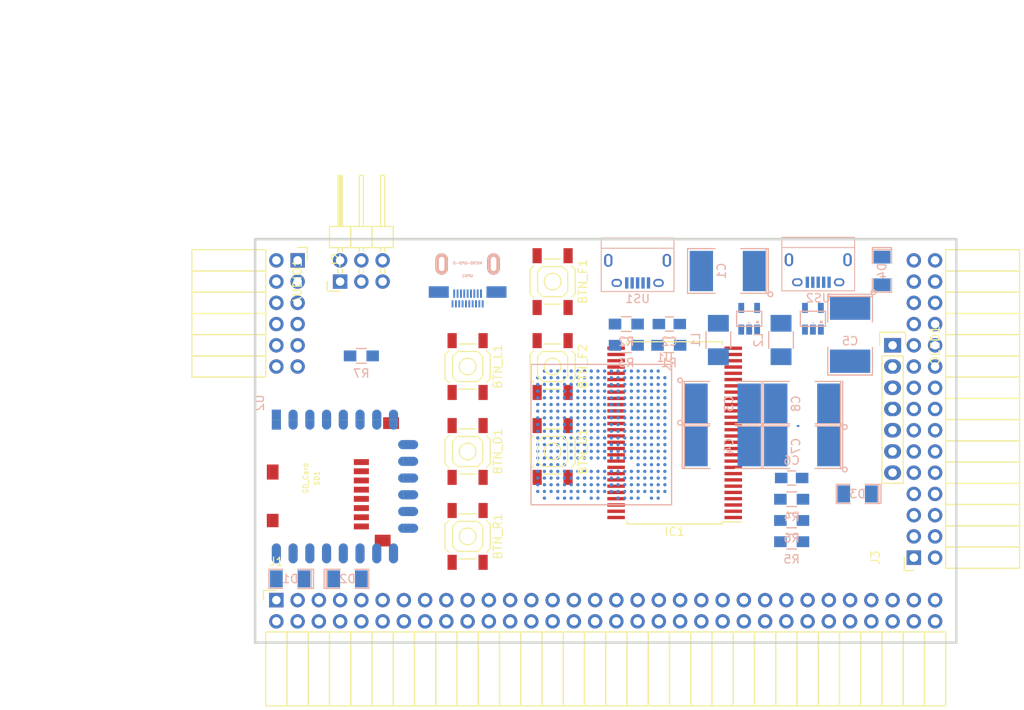
<source format=kicad_pcb>
(kicad_pcb (version 4) (host pcbnew 4.0.5+dfsg1-4)

  (general
    (links 305)
    (no_connects 305)
    (area 93.949999 61.269999 178.070001 109.830001)
    (thickness 1.6)
    (drawings 20)
    (tracks 1)
    (zones 0)
    (modules 41)
    (nets 89)
  )

  (page A4)
  (layers
    (0 F.Cu signal)
    (1 In1.Cu signal)
    (2 In2.Cu signal)
    (31 B.Cu signal)
    (32 B.Adhes user)
    (33 F.Adhes user)
    (34 B.Paste user)
    (35 F.Paste user)
    (36 B.SilkS user)
    (37 F.SilkS user)
    (38 B.Mask user)
    (39 F.Mask user)
    (40 Dwgs.User user)
    (41 Cmts.User user)
    (42 Eco1.User user)
    (43 Eco2.User user)
    (44 Edge.Cuts user)
    (45 Margin user)
    (46 B.CrtYd user)
    (47 F.CrtYd user)
    (48 B.Fab user)
    (49 F.Fab user)
  )

  (setup
    (last_trace_width 0.25)
    (trace_clearance 0.2)
    (zone_clearance 0.508)
    (zone_45_only no)
    (trace_min 0.2)
    (segment_width 0.2)
    (edge_width 0.2)
    (via_size 0.6)
    (via_drill 0.4)
    (via_min_size 0.4)
    (via_min_drill 0.3)
    (uvia_size 0.3)
    (uvia_drill 0.1)
    (uvias_allowed yes)
    (uvia_min_size 0.2)
    (uvia_min_drill 0.1)
    (pcb_text_width 0.3)
    (pcb_text_size 1.5 1.5)
    (mod_edge_width 0.15)
    (mod_text_size 1 1)
    (mod_text_width 0.15)
    (pad_size 1.524 1.524)
    (pad_drill 0.762)
    (pad_to_mask_clearance 0.2)
    (aux_axis_origin 82.67 62.69)
    (grid_origin 86.48 79.2)
    (visible_elements 7FFFFFFF)
    (pcbplotparams
      (layerselection 0x00030_80000001)
      (usegerberextensions false)
      (excludeedgelayer true)
      (linewidth 0.100000)
      (plotframeref false)
      (viasonmask false)
      (mode 1)
      (useauxorigin false)
      (hpglpennumber 1)
      (hpglpenspeed 20)
      (hpglpendiameter 15)
      (hpglpenoverlay 2)
      (psnegative false)
      (psa4output false)
      (plotreference true)
      (plotvalue true)
      (plotinvisibletext false)
      (padsonsilk false)
      (subtractmaskfromsilk false)
      (outputformat 1)
      (mirror false)
      (drillshape 1)
      (scaleselection 1)
      (outputdirectory ""))
  )

  (net 0 "")
  (net 1 GND)
  (net 2 /TDI)
  (net 3 /TCK)
  (net 4 /TMS)
  (net 5 /TDO)
  (net 6 +5V)
  (net 7 /USB5V)
  (net 8 "Net-(D4-Pad1)")
  (net 9 /gpio/IN5V)
  (net 10 /gpio/OUT5V)
  (net 11 /gpio/P5)
  (net 12 /gpio/P6)
  (net 13 /gpio/P7)
  (net 14 /gpio/P8)
  (net 15 /gpio/P11)
  (net 16 /gpio/P12)
  (net 17 /gpio/P13)
  (net 18 /gpio/P14)
  (net 19 /gpio/P17)
  (net 20 /gpio/P18)
  (net 21 /gpio/P19)
  (net 22 /gpio/P20)
  (net 23 /gpio/P21)
  (net 24 /gpio/P22)
  (net 25 /gpio/P23)
  (net 26 /gpio/P24)
  (net 27 /gpio/P25)
  (net 28 /gpio/P26)
  (net 29 /gpio/P27)
  (net 30 /gpio/P28)
  (net 31 /gpio/P29)
  (net 32 /gpio/P30)
  (net 33 /SD_3)
  (net 34 /MTMS)
  (net 35 /MTCK)
  (net 36 /MTDO)
  (net 37 /MTDI)
  (net 38 /gpio/P9)
  (net 39 /gpio/P10)
  (net 40 "Net-(US1-Pad6)")
  (net 41 "Net-(US2-Pad6)")
  (net 42 /gpio/P15)
  (net 43 /gpio/P16)
  (net 44 /gpio/P31)
  (net 45 /gpio/P32)
  (net 46 /gpio/P33)
  (net 47 /gpio/P34)
  (net 48 /gpio/P35)
  (net 49 /gpio/P36)
  (net 50 /gpio/P37)
  (net 51 /gpio/P38)
  (net 52 /gpio/P39)
  (net 53 /gpio/P40)
  (net 54 /gpio/P41)
  (net 55 /gpio/P42)
  (net 56 /gpio/P43)
  (net 57 /gpio/P44)
  (net 58 /gpio/P45)
  (net 59 /gpio/P46)
  (net 60 /gpio/P47)
  (net 61 /gpio/P48)
  (net 62 /gpio/P49)
  (net 63 /gpio/P50)
  (net 64 /gpio/P51)
  (net 65 /gpio/P52)
  (net 66 /gpio/P53)
  (net 67 /gpio/P54)
  (net 68 /gpio/P55)
  (net 69 /gpio/P56)
  (net 70 /gpio/P57)
  (net 71 /gpio/P58)
  (net 72 /gpio/P59)
  (net 73 /gpio/P60)
  (net 74 +3V3)
  (net 75 "Net-(L1-Pad1)")
  (net 76 "Net-(R1-Pad2)")
  (net 77 "Net-(L2-Pad1)")
  (net 78 "Net-(R4-Pad2)")
  (net 79 +1V2)
  (net 80 "Net-(C2-Pad2)")
  (net 81 "Net-(C6-Pad2)")
  (net 82 "Net-(BTN_D1-Pad1)")
  (net 83 BTN_D)
  (net 84 BTN_F1)
  (net 85 BTN_F2)
  (net 86 BTN_L)
  (net 87 BTN_R)
  (net 88 BTN_U)

  (net_class Default "This is the default net class."
    (clearance 0.2)
    (trace_width 0.25)
    (via_dia 0.6)
    (via_drill 0.4)
    (uvia_dia 0.3)
    (uvia_drill 0.1)
    (add_net +1V2)
    (add_net +3V3)
    (add_net +5V)
    (add_net /MTCK)
    (add_net /MTDI)
    (add_net /MTDO)
    (add_net /MTMS)
    (add_net /SD_3)
    (add_net /TCK)
    (add_net /TDI)
    (add_net /TDO)
    (add_net /TMS)
    (add_net /USB5V)
    (add_net /gpio/IN5V)
    (add_net /gpio/OUT5V)
    (add_net /gpio/P10)
    (add_net /gpio/P11)
    (add_net /gpio/P12)
    (add_net /gpio/P13)
    (add_net /gpio/P14)
    (add_net /gpio/P15)
    (add_net /gpio/P16)
    (add_net /gpio/P17)
    (add_net /gpio/P18)
    (add_net /gpio/P19)
    (add_net /gpio/P20)
    (add_net /gpio/P21)
    (add_net /gpio/P22)
    (add_net /gpio/P23)
    (add_net /gpio/P24)
    (add_net /gpio/P25)
    (add_net /gpio/P26)
    (add_net /gpio/P27)
    (add_net /gpio/P28)
    (add_net /gpio/P29)
    (add_net /gpio/P30)
    (add_net /gpio/P31)
    (add_net /gpio/P32)
    (add_net /gpio/P33)
    (add_net /gpio/P34)
    (add_net /gpio/P35)
    (add_net /gpio/P36)
    (add_net /gpio/P37)
    (add_net /gpio/P38)
    (add_net /gpio/P39)
    (add_net /gpio/P40)
    (add_net /gpio/P41)
    (add_net /gpio/P42)
    (add_net /gpio/P43)
    (add_net /gpio/P44)
    (add_net /gpio/P45)
    (add_net /gpio/P46)
    (add_net /gpio/P47)
    (add_net /gpio/P48)
    (add_net /gpio/P49)
    (add_net /gpio/P5)
    (add_net /gpio/P50)
    (add_net /gpio/P51)
    (add_net /gpio/P52)
    (add_net /gpio/P53)
    (add_net /gpio/P54)
    (add_net /gpio/P55)
    (add_net /gpio/P56)
    (add_net /gpio/P57)
    (add_net /gpio/P58)
    (add_net /gpio/P59)
    (add_net /gpio/P6)
    (add_net /gpio/P60)
    (add_net /gpio/P7)
    (add_net /gpio/P8)
    (add_net /gpio/P9)
    (add_net BTN_D)
    (add_net BTN_F1)
    (add_net BTN_F2)
    (add_net BTN_L)
    (add_net BTN_R)
    (add_net BTN_U)
    (add_net "Net-(BTN_D1-Pad1)")
    (add_net "Net-(C2-Pad2)")
    (add_net "Net-(C6-Pad2)")
    (add_net "Net-(D4-Pad1)")
    (add_net "Net-(L1-Pad1)")
    (add_net "Net-(L2-Pad1)")
    (add_net "Net-(R1-Pad2)")
    (add_net "Net-(R4-Pad2)")
    (add_net "Net-(US1-Pad6)")
    (add_net "Net-(US2-Pad6)")
  )

  (net_class BGA ""
    (clearance 0.1)
    (trace_width 0.2)
    (via_dia 0.6)
    (via_drill 0.4)
    (uvia_dia 0.3)
    (uvia_drill 0.1)
    (add_net GND)
  )

  (module SMD_Packages:SMD-1206_Pol (layer B.Cu) (tedit 0) (tstamp 56AA106E)
    (at 105.149 102.06)
    (path /56AC389C/56AC4846)
    (attr smd)
    (fp_text reference D2 (at 0 0) (layer B.SilkS)
      (effects (font (size 1 1) (thickness 0.15)) (justify mirror))
    )
    (fp_text value 2A (at 0 0) (layer B.Fab)
      (effects (font (size 1 1) (thickness 0.15)) (justify mirror))
    )
    (fp_line (start -2.54 1.143) (end -2.794 1.143) (layer B.SilkS) (width 0.15))
    (fp_line (start -2.794 1.143) (end -2.794 -1.143) (layer B.SilkS) (width 0.15))
    (fp_line (start -2.794 -1.143) (end -2.54 -1.143) (layer B.SilkS) (width 0.15))
    (fp_line (start -2.54 1.143) (end -2.54 -1.143) (layer B.SilkS) (width 0.15))
    (fp_line (start -2.54 -1.143) (end -0.889 -1.143) (layer B.SilkS) (width 0.15))
    (fp_line (start 0.889 1.143) (end 2.54 1.143) (layer B.SilkS) (width 0.15))
    (fp_line (start 2.54 1.143) (end 2.54 -1.143) (layer B.SilkS) (width 0.15))
    (fp_line (start 2.54 -1.143) (end 0.889 -1.143) (layer B.SilkS) (width 0.15))
    (fp_line (start -0.889 1.143) (end -2.54 1.143) (layer B.SilkS) (width 0.15))
    (pad 1 smd rect (at -1.651 0) (size 1.524 2.032) (layers B.Cu B.Paste B.Mask)
      (net 10 /gpio/OUT5V))
    (pad 2 smd rect (at 1.651 0) (size 1.524 2.032) (layers B.Cu B.Paste B.Mask))
    (model SMD_Packages.3dshapes/SMD-1206_Pol.wrl
      (at (xyz 0 0 0))
      (scale (xyz 0.17 0.16 0.16))
      (rotate (xyz 0 0 0))
    )
  )

  (module SMD_Packages:SMD-1206_Pol (layer B.Cu) (tedit 0) (tstamp 56AA1068)
    (at 98.291 102.06 180)
    (path /56AC389C/56AC483B)
    (attr smd)
    (fp_text reference D1 (at 0 0 180) (layer B.SilkS)
      (effects (font (size 1 1) (thickness 0.15)) (justify mirror))
    )
    (fp_text value 2A (at 0 0 180) (layer B.Fab)
      (effects (font (size 1 1) (thickness 0.15)) (justify mirror))
    )
    (fp_line (start -2.54 1.143) (end -2.794 1.143) (layer B.SilkS) (width 0.15))
    (fp_line (start -2.794 1.143) (end -2.794 -1.143) (layer B.SilkS) (width 0.15))
    (fp_line (start -2.794 -1.143) (end -2.54 -1.143) (layer B.SilkS) (width 0.15))
    (fp_line (start -2.54 1.143) (end -2.54 -1.143) (layer B.SilkS) (width 0.15))
    (fp_line (start -2.54 -1.143) (end -0.889 -1.143) (layer B.SilkS) (width 0.15))
    (fp_line (start 0.889 1.143) (end 2.54 1.143) (layer B.SilkS) (width 0.15))
    (fp_line (start 2.54 1.143) (end 2.54 -1.143) (layer B.SilkS) (width 0.15))
    (fp_line (start 2.54 -1.143) (end 0.889 -1.143) (layer B.SilkS) (width 0.15))
    (fp_line (start -0.889 1.143) (end -2.54 1.143) (layer B.SilkS) (width 0.15))
    (pad 1 smd rect (at -1.651 0 180) (size 1.524 2.032) (layers B.Cu B.Paste B.Mask)
      (net 6 +5V))
    (pad 2 smd rect (at 1.651 0 180) (size 1.524 2.032) (layers B.Cu B.Paste B.Mask)
      (net 9 /gpio/IN5V))
    (model SMD_Packages.3dshapes/SMD-1206_Pol.wrl
      (at (xyz 0 0 0))
      (scale (xyz 0.17 0.16 0.16))
      (rotate (xyz 0 0 0))
    )
  )

  (module SMD_Packages:SMD-1206_Pol (layer B.Cu) (tedit 0) (tstamp 56A9E514)
    (at 169.03 65.23 270)
    (path /56AA2821)
    (attr smd)
    (fp_text reference D4 (at 0 0 270) (layer B.SilkS)
      (effects (font (size 1 1) (thickness 0.15)) (justify mirror))
    )
    (fp_text value 2A (at 0 0 270) (layer B.Fab)
      (effects (font (size 1 1) (thickness 0.15)) (justify mirror))
    )
    (fp_line (start -2.54 1.143) (end -2.794 1.143) (layer B.SilkS) (width 0.15))
    (fp_line (start -2.794 1.143) (end -2.794 -1.143) (layer B.SilkS) (width 0.15))
    (fp_line (start -2.794 -1.143) (end -2.54 -1.143) (layer B.SilkS) (width 0.15))
    (fp_line (start -2.54 1.143) (end -2.54 -1.143) (layer B.SilkS) (width 0.15))
    (fp_line (start -2.54 -1.143) (end -0.889 -1.143) (layer B.SilkS) (width 0.15))
    (fp_line (start 0.889 1.143) (end 2.54 1.143) (layer B.SilkS) (width 0.15))
    (fp_line (start 2.54 1.143) (end 2.54 -1.143) (layer B.SilkS) (width 0.15))
    (fp_line (start 2.54 -1.143) (end 0.889 -1.143) (layer B.SilkS) (width 0.15))
    (fp_line (start -0.889 1.143) (end -2.54 1.143) (layer B.SilkS) (width 0.15))
    (pad 1 smd rect (at -1.651 0 270) (size 1.524 2.032) (layers B.Cu B.Paste B.Mask)
      (net 8 "Net-(D4-Pad1)"))
    (pad 2 smd rect (at 1.651 0 270) (size 1.524 2.032) (layers B.Cu B.Paste B.Mask)
      (net 6 +5V))
    (model SMD_Packages.3dshapes/SMD-1206_Pol.wrl
      (at (xyz 0 0 0))
      (scale (xyz 0.17 0.16 0.16))
      (rotate (xyz 0 0 0))
    )
  )

  (module SMD_Packages:SMD-1206_Pol (layer B.Cu) (tedit 0) (tstamp 56A9E50E)
    (at 166.109 91.9 180)
    (path /56AA1324)
    (attr smd)
    (fp_text reference D3 (at 0 0 180) (layer B.SilkS)
      (effects (font (size 1 1) (thickness 0.15)) (justify mirror))
    )
    (fp_text value 2A (at 0 0 180) (layer B.Fab)
      (effects (font (size 1 1) (thickness 0.15)) (justify mirror))
    )
    (fp_line (start -2.54 1.143) (end -2.794 1.143) (layer B.SilkS) (width 0.15))
    (fp_line (start -2.794 1.143) (end -2.794 -1.143) (layer B.SilkS) (width 0.15))
    (fp_line (start -2.794 -1.143) (end -2.54 -1.143) (layer B.SilkS) (width 0.15))
    (fp_line (start -2.54 1.143) (end -2.54 -1.143) (layer B.SilkS) (width 0.15))
    (fp_line (start -2.54 -1.143) (end -0.889 -1.143) (layer B.SilkS) (width 0.15))
    (fp_line (start 0.889 1.143) (end 2.54 1.143) (layer B.SilkS) (width 0.15))
    (fp_line (start 2.54 1.143) (end 2.54 -1.143) (layer B.SilkS) (width 0.15))
    (fp_line (start 2.54 -1.143) (end 0.889 -1.143) (layer B.SilkS) (width 0.15))
    (fp_line (start -0.889 1.143) (end -2.54 1.143) (layer B.SilkS) (width 0.15))
    (pad 1 smd rect (at -1.651 0 180) (size 1.524 2.032) (layers B.Cu B.Paste B.Mask)
      (net 6 +5V))
    (pad 2 smd rect (at 1.651 0 180) (size 1.524 2.032) (layers B.Cu B.Paste B.Mask)
      (net 7 /USB5V))
    (model SMD_Packages.3dshapes/SMD-1206_Pol.wrl
      (at (xyz 0 0 0))
      (scale (xyz 0.17 0.16 0.16))
      (rotate (xyz 0 0 0))
    )
  )

  (module micro-sd:MicroSD_TF02D (layer F.Cu) (tedit 52721666) (tstamp 56A966AB)
    (at 95.8 90.03 90)
    (path /56ACBF19)
    (fp_text reference SD1 (at 0 5.7 90) (layer F.SilkS)
      (effects (font (size 0.59944 0.59944) (thickness 0.12446)))
    )
    (fp_text value SD_Card (at 0 4.35 90) (layer F.SilkS)
      (effects (font (size 0.59944 0.59944) (thickness 0.12446)))
    )
    (fp_line (start 3.8 15.2) (end 3.8 16) (layer F.SilkS) (width 0.01016))
    (fp_line (start 3.8 16) (end -7 16) (layer F.SilkS) (width 0.01016))
    (fp_line (start -7 16) (end -7 15.2) (layer F.SilkS) (width 0.01016))
    (fp_line (start 7 0) (end 7 15.2) (layer F.SilkS) (width 0.01016))
    (fp_line (start 7 15.2) (end -7 15.2) (layer F.SilkS) (width 0.01016))
    (fp_line (start -7 15.2) (end -7 0) (layer F.SilkS) (width 0.01016))
    (fp_line (start -7 0) (end 7 0) (layer F.SilkS) (width 0.01016))
    (pad 1 smd rect (at 1.94 11 90) (size 0.7 1.8) (layers F.Cu F.Paste F.Mask)
      (net 33 /SD_3))
    (pad 2 smd rect (at 0.84 11 90) (size 0.7 1.8) (layers F.Cu F.Paste F.Mask)
      (net 34 /MTMS))
    (pad 3 smd rect (at -0.26 11 90) (size 0.7 1.8) (layers F.Cu F.Paste F.Mask)
      (net 1 GND))
    (pad 4 smd rect (at -1.36 11 90) (size 0.7 1.8) (layers F.Cu F.Paste F.Mask)
      (net 74 +3V3))
    (pad 5 smd rect (at -2.46 11 90) (size 0.7 1.8) (layers F.Cu F.Paste F.Mask)
      (net 35 /MTCK))
    (pad 6 smd rect (at -3.56 11 90) (size 0.7 1.8) (layers F.Cu F.Paste F.Mask)
      (net 1 GND))
    (pad 7 smd rect (at -4.66 11 90) (size 0.7 1.8) (layers F.Cu F.Paste F.Mask)
      (net 36 /MTDO))
    (pad 8 smd rect (at -5.76 11 90) (size 0.7 1.8) (layers F.Cu F.Paste F.Mask)
      (net 37 /MTDI))
    (pad S smd rect (at -5.05 0.4 90) (size 1.6 1.4) (layers F.Cu F.Paste F.Mask))
    (pad S smd rect (at 0.75 0.4 90) (size 1.8 1.4) (layers F.Cu F.Paste F.Mask))
    (pad G smd rect (at -7.45 13.55 90) (size 1.4 1.9) (layers F.Cu F.Paste F.Mask))
    (pad G smd rect (at 6.6 14.55 90) (size 1.4 1.9) (layers F.Cu F.Paste F.Mask))
  )

  (module micro-hdmi-d:MICRO-HDMI-D (layer B.Cu) (tedit 53F70906) (tstamp 56A965BA)
    (at 119.5 62.69)
    (path /56ACD5D4)
    (attr smd)
    (fp_text reference GPDI1 (at -0.025 3.125) (layer B.SilkS)
      (effects (font (size 0.3 0.3) (thickness 0.075)) (justify mirror))
    )
    (fp_text value MICRO-GPDI-D (at 0 1.6) (layer B.SilkS)
      (effects (font (size 0.3 0.3) (thickness 0.075)) (justify mirror))
    )
    (fp_line (start -3.3 0) (end -3.3 -0.7) (layer B.SilkS) (width 0.001))
    (fp_line (start -3.3 -0.7) (end 3.3 -0.7) (layer B.SilkS) (width 0.001))
    (fp_line (start 3.3 -0.7) (end 3.3 0) (layer B.SilkS) (width 0.001))
    (fp_line (start -3.3 0) (end -3.3 6.8) (layer B.SilkS) (width 0.001))
    (fp_line (start -3.3 6.8) (end 3.3 6.8) (layer B.SilkS) (width 0.001))
    (fp_line (start 3.3 6.8) (end 3.3 0) (layer B.SilkS) (width 0.001))
    (fp_line (start 3.3 0) (end -3.3 0) (layer B.SilkS) (width 0.001))
    (pad 1 smd rect (at 1.8 6.475) (size 0.23 0.85) (layers B.Cu B.Paste B.Mask))
    (pad 3 smd rect (at 1.4 6.475) (size 0.23 0.85) (layers B.Cu B.Paste B.Mask))
    (pad 5 smd rect (at 1 6.475) (size 0.23 0.85) (layers B.Cu B.Paste B.Mask))
    (pad 7 smd rect (at 0.6 6.475) (size 0.23 0.85) (layers B.Cu B.Paste B.Mask)
      (net 1 GND))
    (pad 9 smd rect (at 0.2 6.475) (size 0.23 0.85) (layers B.Cu B.Paste B.Mask))
    (pad 11 smd rect (at -0.2 6.475) (size 0.23 0.85) (layers B.Cu B.Paste B.Mask))
    (pad 13 smd rect (at -0.6 6.475) (size 0.23 0.85) (layers B.Cu B.Paste B.Mask)
      (net 1 GND))
    (pad 15 smd rect (at -1 6.475) (size 0.23 0.85) (layers B.Cu B.Paste B.Mask))
    (pad 17 smd rect (at -1.4 6.475) (size 0.23 0.85) (layers B.Cu B.Paste B.Mask))
    (pad 19 smd rect (at -1.8 6.475) (size 0.23 0.85) (layers B.Cu B.Paste B.Mask)
      (net 6 +5V))
    (pad 2 smd rect (at 1.6 5.25) (size 0.23 1) (layers B.Cu B.Paste B.Mask))
    (pad 4 smd rect (at 1.2 5.25) (size 0.23 1) (layers B.Cu B.Paste B.Mask)
      (net 1 GND))
    (pad 6 smd rect (at 0.8 5.25) (size 0.23 1) (layers B.Cu B.Paste B.Mask))
    (pad 8 smd rect (at 0.4 5.25) (size 0.23 1) (layers B.Cu B.Paste B.Mask))
    (pad 10 smd rect (at 0 5.25) (size 0.23 1) (layers B.Cu B.Paste B.Mask)
      (net 1 GND))
    (pad 12 smd rect (at -0.4 5.25) (size 0.23 1) (layers B.Cu B.Paste B.Mask))
    (pad 14 smd rect (at -0.8 5.25) (size 0.23 1) (layers B.Cu B.Paste B.Mask))
    (pad 16 smd rect (at -1.2 5.25) (size 0.23 1) (layers B.Cu B.Paste B.Mask)
      (net 1 GND))
    (pad 18 smd rect (at -1.6 5.25) (size 0.23 1) (layers B.Cu B.Paste B.Mask))
    (pad SHD smd rect (at 3.45 5.06) (size 2.4 1.38) (layers B.Cu B.Paste B.Mask)
      (net 1 GND))
    (pad SHD smd rect (at -3.45 5.06) (size 2.4 1.38) (layers B.Cu B.Paste B.Mask)
      (net 1 GND))
    (pad "" thru_hole oval (at -3.1 1.7) (size 1.5 2.55) (drill oval 0.65 1.7) (layers *.Cu *.Mask B.SilkS))
    (pad "" thru_hole oval (at 3.1 1.7) (size 1.5 2.55) (drill oval 0.65 1.7) (layers *.Cu *.Mask B.SilkS))
  )

  (module ESP8266:ESP-12E (layer B.Cu) (tedit 559F8D21) (tstamp 56A95491)
    (at 96.64 83.01 270)
    (descr "Module, ESP-8266, ESP-12, 16 pad, SMD")
    (tags "Module ESP-8266 ESP8266")
    (path /56AC980A)
    (fp_text reference U2 (at -2 2 270) (layer B.SilkS)
      (effects (font (size 1 1) (thickness 0.15)) (justify mirror))
    )
    (fp_text value ESP-12E (at 8 -1 270) (layer B.Fab)
      (effects (font (size 1 1) (thickness 0.15)) (justify mirror))
    )
    (fp_line (start 16 8.4) (end 0 2.6) (layer B.CrtYd) (width 0.1524))
    (fp_line (start 0 8.4) (end 16 2.6) (layer B.CrtYd) (width 0.1524))
    (fp_text user "No Copper" (at 7.9 5.4 270) (layer B.CrtYd)
      (effects (font (size 1 1) (thickness 0.15)) (justify mirror))
    )
    (fp_line (start 0 8.4) (end 0 2.6) (layer B.CrtYd) (width 0.1524))
    (fp_line (start 0 2.6) (end 16 2.6) (layer B.CrtYd) (width 0.1524))
    (fp_line (start 16 2.6) (end 16 8.4) (layer B.CrtYd) (width 0.1524))
    (fp_line (start 16 8.4) (end 0 8.4) (layer B.CrtYd) (width 0.1524))
    (fp_line (start 16 8.4) (end 16 -15.6) (layer B.Fab) (width 0.1524))
    (fp_line (start 16 -15.6) (end 0 -15.6) (layer B.Fab) (width 0.1524))
    (fp_line (start 0 -15.6) (end 0 8.4) (layer B.Fab) (width 0.1524))
    (fp_line (start 0 8.4) (end 16 8.4) (layer B.Fab) (width 0.1524))
    (pad 9 smd oval (at 2.99 -15.75 180) (size 2.4 1.1) (layers B.Cu B.Paste B.Mask)
      (net 36 /MTDO))
    (pad 10 smd oval (at 4.99 -15.75 180) (size 2.4 1.1) (layers B.Cu B.Paste B.Mask)
      (net 37 /MTDI))
    (pad 11 smd oval (at 6.99 -15.75 180) (size 2.4 1.1) (layers B.Cu B.Paste B.Mask)
      (net 33 /SD_3))
    (pad 12 smd oval (at 8.99 -15.75 180) (size 2.4 1.1) (layers B.Cu B.Paste B.Mask)
      (net 34 /MTMS))
    (pad 13 smd oval (at 10.99 -15.75 180) (size 2.4 1.1) (layers B.Cu B.Paste B.Mask)
      (net 35 /MTCK))
    (pad 14 smd oval (at 12.99 -15.75 180) (size 2.4 1.1) (layers B.Cu B.Paste B.Mask))
    (pad 1 smd rect (at 0 0 270) (size 2.4 1.1) (layers B.Cu B.Paste B.Mask))
    (pad 2 smd oval (at 0 -2 270) (size 2.4 1.1) (layers B.Cu B.Paste B.Mask))
    (pad 3 smd oval (at 0 -4 270) (size 2.4 1.1) (layers B.Cu B.Paste B.Mask))
    (pad 4 smd oval (at 0 -6 270) (size 2.4 1.1) (layers B.Cu B.Paste B.Mask)
      (net 2 /TDI))
    (pad 5 smd oval (at 0 -8 270) (size 2.4 1.1) (layers B.Cu B.Paste B.Mask)
      (net 5 /TDO))
    (pad 6 smd oval (at 0 -10 270) (size 2.4 1.1) (layers B.Cu B.Paste B.Mask)
      (net 3 /TCK))
    (pad 7 smd oval (at 0 -12 270) (size 2.4 1.1) (layers B.Cu B.Paste B.Mask)
      (net 4 /TMS))
    (pad 8 smd oval (at 0 -14 270) (size 2.4 1.1) (layers B.Cu B.Paste B.Mask)
      (net 74 +3V3))
    (pad 15 smd oval (at 16 -14 270) (size 2.4 1.1) (layers B.Cu B.Paste B.Mask)
      (net 1 GND))
    (pad 16 smd oval (at 16 -12 270) (size 2.4 1.1) (layers B.Cu B.Paste B.Mask))
    (pad 17 smd oval (at 16 -10 270) (size 2.4 1.1) (layers B.Cu B.Paste B.Mask))
    (pad 18 smd oval (at 16 -8 270) (size 2.4 1.1) (layers B.Cu B.Paste B.Mask))
    (pad 19 smd oval (at 16 -6 270) (size 2.4 1.1) (layers B.Cu B.Paste B.Mask))
    (pad 20 smd oval (at 16 -4 270) (size 2.4 1.1) (layers B.Cu B.Paste B.Mask))
    (pad 21 smd oval (at 16 -2 270) (size 2.4 1.1) (layers B.Cu B.Paste B.Mask))
    (pad 22 smd oval (at 16 0 270) (size 2.4 1.1) (layers B.Cu B.Paste B.Mask))
    (model ${ESPLIB}/ESP8266.3dshapes/ESP-12.wrl
      (at (xyz 0.04 0 0))
      (scale (xyz 0.3937 0.3937 0.3937))
      (rotate (xyz 0 0 0))
    )
  )

  (module usb_otg:USB_Micro-B (layer B.Cu) (tedit 5543E447) (tstamp 58D43115)
    (at 139.82 65.31)
    (descr "Micro USB Type B Receptacle")
    (tags "USB USB_B USB_micro USB_OTG")
    (path /58D432CE)
    (attr smd)
    (fp_text reference US1 (at 0 3.24) (layer B.SilkS)
      (effects (font (size 1 1) (thickness 0.15)) (justify mirror))
    )
    (fp_text value USB_FTDI (at 0 -5.01) (layer B.Fab)
      (effects (font (size 1 1) (thickness 0.15)) (justify mirror))
    )
    (fp_line (start -4.6 2.59) (end 4.6 2.59) (layer B.CrtYd) (width 0.05))
    (fp_line (start 4.6 2.59) (end 4.6 -4.26) (layer B.CrtYd) (width 0.05))
    (fp_line (start 4.6 -4.26) (end -4.6 -4.26) (layer B.CrtYd) (width 0.05))
    (fp_line (start -4.6 -4.26) (end -4.6 2.59) (layer B.CrtYd) (width 0.05))
    (fp_line (start -4.35 -4.03) (end 4.35 -4.03) (layer B.SilkS) (width 0.12))
    (fp_line (start -4.35 2.38) (end 4.35 2.38) (layer B.SilkS) (width 0.12))
    (fp_line (start 4.35 2.38) (end 4.35 -4.03) (layer B.SilkS) (width 0.12))
    (fp_line (start 4.35 -2.8) (end -4.35 -2.8) (layer B.SilkS) (width 0.12))
    (fp_line (start -4.35 -4.03) (end -4.35 2.38) (layer B.SilkS) (width 0.12))
    (pad 1 smd rect (at -1.3 1.35 270) (size 1.35 0.4) (layers B.Cu B.Paste B.Mask)
      (net 7 /USB5V))
    (pad 2 smd rect (at -0.65 1.35 270) (size 1.35 0.4) (layers B.Cu B.Paste B.Mask))
    (pad 3 smd rect (at 0 1.35 270) (size 1.35 0.4) (layers B.Cu B.Paste B.Mask))
    (pad 4 smd rect (at 0.65 1.35 270) (size 1.35 0.4) (layers B.Cu B.Paste B.Mask))
    (pad 5 smd rect (at 1.3 1.35 270) (size 1.35 0.4) (layers B.Cu B.Paste B.Mask)
      (net 1 GND))
    (pad 6 thru_hole oval (at -2.5 1.35 270) (size 0.95 1.25) (drill oval 0.55 0.85) (layers *.Cu *.Mask)
      (net 40 "Net-(US1-Pad6)"))
    (pad 6 thru_hole oval (at 2.5 1.35 270) (size 0.95 1.25) (drill oval 0.55 0.85) (layers *.Cu *.Mask)
      (net 40 "Net-(US1-Pad6)"))
    (pad 6 thru_hole oval (at -3.5 -1.35 270) (size 1.55 1) (drill oval 1.15 0.5) (layers *.Cu *.Mask)
      (net 40 "Net-(US1-Pad6)"))
    (pad 6 thru_hole oval (at 3.5 -1.35 270) (size 1.55 1) (drill oval 1.15 0.5) (layers *.Cu *.Mask)
      (net 40 "Net-(US1-Pad6)"))
  )

  (module usb_otg:USB_Micro-B (layer B.Cu) (tedit 5543E447) (tstamp 58D43122)
    (at 161.41 65.23)
    (descr "Micro USB Type B Receptacle")
    (tags "USB USB_B USB_micro USB_OTG")
    (path /58D4378B)
    (attr smd)
    (fp_text reference US2 (at 0 3.24) (layer B.SilkS)
      (effects (font (size 1 1) (thickness 0.15)) (justify mirror))
    )
    (fp_text value USB_FPGA (at 0 -5.01) (layer B.Fab)
      (effects (font (size 1 1) (thickness 0.15)) (justify mirror))
    )
    (fp_line (start -4.6 2.59) (end 4.6 2.59) (layer B.CrtYd) (width 0.05))
    (fp_line (start 4.6 2.59) (end 4.6 -4.26) (layer B.CrtYd) (width 0.05))
    (fp_line (start 4.6 -4.26) (end -4.6 -4.26) (layer B.CrtYd) (width 0.05))
    (fp_line (start -4.6 -4.26) (end -4.6 2.59) (layer B.CrtYd) (width 0.05))
    (fp_line (start -4.35 -4.03) (end 4.35 -4.03) (layer B.SilkS) (width 0.12))
    (fp_line (start -4.35 2.38) (end 4.35 2.38) (layer B.SilkS) (width 0.12))
    (fp_line (start 4.35 2.38) (end 4.35 -4.03) (layer B.SilkS) (width 0.12))
    (fp_line (start 4.35 -2.8) (end -4.35 -2.8) (layer B.SilkS) (width 0.12))
    (fp_line (start -4.35 -4.03) (end -4.35 2.38) (layer B.SilkS) (width 0.12))
    (pad 1 smd rect (at -1.3 1.35 270) (size 1.35 0.4) (layers B.Cu B.Paste B.Mask)
      (net 8 "Net-(D4-Pad1)"))
    (pad 2 smd rect (at -0.65 1.35 270) (size 1.35 0.4) (layers B.Cu B.Paste B.Mask))
    (pad 3 smd rect (at 0 1.35 270) (size 1.35 0.4) (layers B.Cu B.Paste B.Mask))
    (pad 4 smd rect (at 0.65 1.35 270) (size 1.35 0.4) (layers B.Cu B.Paste B.Mask))
    (pad 5 smd rect (at 1.3 1.35 270) (size 1.35 0.4) (layers B.Cu B.Paste B.Mask)
      (net 1 GND))
    (pad 6 thru_hole oval (at -2.5 1.35 270) (size 0.95 1.25) (drill oval 0.55 0.85) (layers *.Cu *.Mask)
      (net 41 "Net-(US2-Pad6)"))
    (pad 6 thru_hole oval (at 2.5 1.35 270) (size 0.95 1.25) (drill oval 0.55 0.85) (layers *.Cu *.Mask)
      (net 41 "Net-(US2-Pad6)"))
    (pad 6 thru_hole oval (at -3.5 -1.35 270) (size 1.55 1) (drill oval 1.15 0.5) (layers *.Cu *.Mask)
      (net 41 "Net-(US2-Pad6)"))
    (pad 6 thru_hole oval (at 3.5 -1.35 270) (size 1.55 1) (drill oval 1.15 0.5) (layers *.Cu *.Mask)
      (net 41 "Net-(US2-Pad6)"))
  )

  (module Socket_Strips:Socket_Strip_Angled_2x32 (layer F.Cu) (tedit 0) (tstamp 58D4E99D)
    (at 96.64 104.6)
    (descr "Through hole socket strip")
    (tags "socket strip")
    (path /56AC389C/58D39D36)
    (fp_text reference J1 (at 0 -4.6) (layer F.SilkS)
      (effects (font (size 1 1) (thickness 0.15)))
    )
    (fp_text value CONN_02X32 (at 0 -2.6) (layer F.Fab)
      (effects (font (size 1 1) (thickness 0.15)))
    )
    (fp_line (start -1.75 -1.35) (end -1.75 13.15) (layer F.CrtYd) (width 0.05))
    (fp_line (start 80.5 -1.35) (end 80.5 13.15) (layer F.CrtYd) (width 0.05))
    (fp_line (start -1.75 -1.35) (end 80.5 -1.35) (layer F.CrtYd) (width 0.05))
    (fp_line (start -1.75 13.15) (end 80.5 13.15) (layer F.CrtYd) (width 0.05))
    (fp_line (start 80.01 3.81) (end 80.01 12.64) (layer F.SilkS) (width 0.15))
    (fp_line (start 77.47 3.81) (end 80.01 3.81) (layer F.SilkS) (width 0.15))
    (fp_line (start 77.47 12.64) (end 80.01 12.64) (layer F.SilkS) (width 0.15))
    (fp_line (start 80.01 12.64) (end 80.01 3.81) (layer F.SilkS) (width 0.15))
    (fp_line (start 77.47 12.64) (end 77.47 3.81) (layer F.SilkS) (width 0.15))
    (fp_line (start 74.93 12.64) (end 77.47 12.64) (layer F.SilkS) (width 0.15))
    (fp_line (start 74.93 3.81) (end 77.47 3.81) (layer F.SilkS) (width 0.15))
    (fp_line (start 77.47 3.81) (end 77.47 12.64) (layer F.SilkS) (width 0.15))
    (fp_line (start 54.61 12.64) (end 54.61 3.81) (layer F.SilkS) (width 0.15))
    (fp_line (start 52.07 12.64) (end 54.61 12.64) (layer F.SilkS) (width 0.15))
    (fp_line (start 52.07 3.81) (end 54.61 3.81) (layer F.SilkS) (width 0.15))
    (fp_line (start 54.61 3.81) (end 54.61 12.64) (layer F.SilkS) (width 0.15))
    (fp_line (start 52.07 3.81) (end 52.07 12.64) (layer F.SilkS) (width 0.15))
    (fp_line (start 49.53 3.81) (end 52.07 3.81) (layer F.SilkS) (width 0.15))
    (fp_line (start 49.53 12.64) (end 52.07 12.64) (layer F.SilkS) (width 0.15))
    (fp_line (start 52.07 12.64) (end 52.07 3.81) (layer F.SilkS) (width 0.15))
    (fp_line (start 49.53 12.64) (end 49.53 3.81) (layer F.SilkS) (width 0.15))
    (fp_line (start 46.99 12.64) (end 49.53 12.64) (layer F.SilkS) (width 0.15))
    (fp_line (start 46.99 3.81) (end 49.53 3.81) (layer F.SilkS) (width 0.15))
    (fp_line (start 49.53 3.81) (end 49.53 12.64) (layer F.SilkS) (width 0.15))
    (fp_line (start 62.23 3.81) (end 62.23 12.64) (layer F.SilkS) (width 0.15))
    (fp_line (start 59.69 3.81) (end 62.23 3.81) (layer F.SilkS) (width 0.15))
    (fp_line (start 59.69 12.64) (end 62.23 12.64) (layer F.SilkS) (width 0.15))
    (fp_line (start 62.23 12.64) (end 62.23 3.81) (layer F.SilkS) (width 0.15))
    (fp_line (start 64.77 12.64) (end 64.77 3.81) (layer F.SilkS) (width 0.15))
    (fp_line (start 62.23 12.64) (end 64.77 12.64) (layer F.SilkS) (width 0.15))
    (fp_line (start 62.23 3.81) (end 64.77 3.81) (layer F.SilkS) (width 0.15))
    (fp_line (start 64.77 3.81) (end 64.77 12.64) (layer F.SilkS) (width 0.15))
    (fp_line (start 67.31 3.81) (end 67.31 12.64) (layer F.SilkS) (width 0.15))
    (fp_line (start 64.77 3.81) (end 67.31 3.81) (layer F.SilkS) (width 0.15))
    (fp_line (start 64.77 12.64) (end 67.31 12.64) (layer F.SilkS) (width 0.15))
    (fp_line (start 67.31 12.64) (end 67.31 3.81) (layer F.SilkS) (width 0.15))
    (fp_line (start 69.85 12.64) (end 69.85 3.81) (layer F.SilkS) (width 0.15))
    (fp_line (start 67.31 12.64) (end 69.85 12.64) (layer F.SilkS) (width 0.15))
    (fp_line (start 67.31 3.81) (end 69.85 3.81) (layer F.SilkS) (width 0.15))
    (fp_line (start 69.85 3.81) (end 69.85 12.64) (layer F.SilkS) (width 0.15))
    (fp_line (start 72.39 3.81) (end 72.39 12.64) (layer F.SilkS) (width 0.15))
    (fp_line (start 69.85 3.81) (end 72.39 3.81) (layer F.SilkS) (width 0.15))
    (fp_line (start 69.85 12.64) (end 72.39 12.64) (layer F.SilkS) (width 0.15))
    (fp_line (start 72.39 12.64) (end 72.39 3.81) (layer F.SilkS) (width 0.15))
    (fp_line (start 59.69 12.64) (end 59.69 3.81) (layer F.SilkS) (width 0.15))
    (fp_line (start 57.15 12.64) (end 59.69 12.64) (layer F.SilkS) (width 0.15))
    (fp_line (start 57.15 3.81) (end 59.69 3.81) (layer F.SilkS) (width 0.15))
    (fp_line (start 59.69 3.81) (end 59.69 12.64) (layer F.SilkS) (width 0.15))
    (fp_line (start 57.15 3.81) (end 57.15 12.64) (layer F.SilkS) (width 0.15))
    (fp_line (start 54.61 3.81) (end 57.15 3.81) (layer F.SilkS) (width 0.15))
    (fp_line (start 54.61 12.64) (end 57.15 12.64) (layer F.SilkS) (width 0.15))
    (fp_line (start 57.15 12.64) (end 57.15 3.81) (layer F.SilkS) (width 0.15))
    (fp_line (start 74.93 12.64) (end 74.93 3.81) (layer F.SilkS) (width 0.15))
    (fp_line (start 72.39 12.64) (end 74.93 12.64) (layer F.SilkS) (width 0.15))
    (fp_line (start 72.39 3.81) (end 74.93 3.81) (layer F.SilkS) (width 0.15))
    (fp_line (start 74.93 3.81) (end 74.93 12.64) (layer F.SilkS) (width 0.15))
    (fp_line (start 46.99 3.81) (end 46.99 12.64) (layer F.SilkS) (width 0.15))
    (fp_line (start 44.45 3.81) (end 46.99 3.81) (layer F.SilkS) (width 0.15))
    (fp_line (start 44.45 12.64) (end 46.99 12.64) (layer F.SilkS) (width 0.15))
    (fp_line (start 46.99 12.64) (end 46.99 3.81) (layer F.SilkS) (width 0.15))
    (fp_line (start 29.21 12.64) (end 29.21 3.81) (layer F.SilkS) (width 0.15))
    (fp_line (start 26.67 12.64) (end 29.21 12.64) (layer F.SilkS) (width 0.15))
    (fp_line (start 26.67 3.81) (end 29.21 3.81) (layer F.SilkS) (width 0.15))
    (fp_line (start 29.21 3.81) (end 29.21 12.64) (layer F.SilkS) (width 0.15))
    (fp_line (start 31.75 3.81) (end 31.75 12.64) (layer F.SilkS) (width 0.15))
    (fp_line (start 29.21 3.81) (end 31.75 3.81) (layer F.SilkS) (width 0.15))
    (fp_line (start 29.21 12.64) (end 31.75 12.64) (layer F.SilkS) (width 0.15))
    (fp_line (start 31.75 12.64) (end 31.75 3.81) (layer F.SilkS) (width 0.15))
    (fp_line (start 44.45 12.64) (end 44.45 3.81) (layer F.SilkS) (width 0.15))
    (fp_line (start 41.91 12.64) (end 44.45 12.64) (layer F.SilkS) (width 0.15))
    (fp_line (start 41.91 3.81) (end 44.45 3.81) (layer F.SilkS) (width 0.15))
    (fp_line (start 44.45 3.81) (end 44.45 12.64) (layer F.SilkS) (width 0.15))
    (fp_line (start 41.91 3.81) (end 41.91 12.64) (layer F.SilkS) (width 0.15))
    (fp_line (start 39.37 3.81) (end 41.91 3.81) (layer F.SilkS) (width 0.15))
    (fp_line (start 39.37 12.64) (end 41.91 12.64) (layer F.SilkS) (width 0.15))
    (fp_line (start 41.91 12.64) (end 41.91 3.81) (layer F.SilkS) (width 0.15))
    (fp_line (start 39.37 12.64) (end 39.37 3.81) (layer F.SilkS) (width 0.15))
    (fp_line (start 36.83 12.64) (end 39.37 12.64) (layer F.SilkS) (width 0.15))
    (fp_line (start 36.83 3.81) (end 39.37 3.81) (layer F.SilkS) (width 0.15))
    (fp_line (start 39.37 3.81) (end 39.37 12.64) (layer F.SilkS) (width 0.15))
    (fp_line (start 36.83 3.81) (end 36.83 12.64) (layer F.SilkS) (width 0.15))
    (fp_line (start 34.29 3.81) (end 36.83 3.81) (layer F.SilkS) (width 0.15))
    (fp_line (start 34.29 12.64) (end 36.83 12.64) (layer F.SilkS) (width 0.15))
    (fp_line (start 36.83 12.64) (end 36.83 3.81) (layer F.SilkS) (width 0.15))
    (fp_line (start 34.29 12.64) (end 34.29 3.81) (layer F.SilkS) (width 0.15))
    (fp_line (start 31.75 12.64) (end 34.29 12.64) (layer F.SilkS) (width 0.15))
    (fp_line (start 31.75 3.81) (end 34.29 3.81) (layer F.SilkS) (width 0.15))
    (fp_line (start 34.29 3.81) (end 34.29 12.64) (layer F.SilkS) (width 0.15))
    (fp_line (start 16.51 3.81) (end 16.51 12.64) (layer F.SilkS) (width 0.15))
    (fp_line (start 13.97 3.81) (end 16.51 3.81) (layer F.SilkS) (width 0.15))
    (fp_line (start 13.97 12.64) (end 16.51 12.64) (layer F.SilkS) (width 0.15))
    (fp_line (start 16.51 12.64) (end 16.51 3.81) (layer F.SilkS) (width 0.15))
    (fp_line (start 19.05 12.64) (end 19.05 3.81) (layer F.SilkS) (width 0.15))
    (fp_line (start 16.51 12.64) (end 19.05 12.64) (layer F.SilkS) (width 0.15))
    (fp_line (start 16.51 3.81) (end 19.05 3.81) (layer F.SilkS) (width 0.15))
    (fp_line (start 19.05 3.81) (end 19.05 12.64) (layer F.SilkS) (width 0.15))
    (fp_line (start 21.59 3.81) (end 21.59 12.64) (layer F.SilkS) (width 0.15))
    (fp_line (start 19.05 3.81) (end 21.59 3.81) (layer F.SilkS) (width 0.15))
    (fp_line (start 19.05 12.64) (end 21.59 12.64) (layer F.SilkS) (width 0.15))
    (fp_line (start 21.59 12.64) (end 21.59 3.81) (layer F.SilkS) (width 0.15))
    (fp_line (start 24.13 12.64) (end 24.13 3.81) (layer F.SilkS) (width 0.15))
    (fp_line (start 21.59 12.64) (end 24.13 12.64) (layer F.SilkS) (width 0.15))
    (fp_line (start 21.59 3.81) (end 24.13 3.81) (layer F.SilkS) (width 0.15))
    (fp_line (start 24.13 3.81) (end 24.13 12.64) (layer F.SilkS) (width 0.15))
    (fp_line (start 26.67 3.81) (end 26.67 12.64) (layer F.SilkS) (width 0.15))
    (fp_line (start 24.13 3.81) (end 26.67 3.81) (layer F.SilkS) (width 0.15))
    (fp_line (start 24.13 12.64) (end 26.67 12.64) (layer F.SilkS) (width 0.15))
    (fp_line (start 26.67 12.64) (end 26.67 3.81) (layer F.SilkS) (width 0.15))
    (fp_line (start 13.97 12.64) (end 13.97 3.81) (layer F.SilkS) (width 0.15))
    (fp_line (start 11.43 12.64) (end 13.97 12.64) (layer F.SilkS) (width 0.15))
    (fp_line (start 11.43 3.81) (end 13.97 3.81) (layer F.SilkS) (width 0.15))
    (fp_line (start 13.97 3.81) (end 13.97 12.64) (layer F.SilkS) (width 0.15))
    (fp_line (start 11.43 3.81) (end 11.43 12.64) (layer F.SilkS) (width 0.15))
    (fp_line (start 8.89 3.81) (end 11.43 3.81) (layer F.SilkS) (width 0.15))
    (fp_line (start 8.89 12.64) (end 11.43 12.64) (layer F.SilkS) (width 0.15))
    (fp_line (start 11.43 12.64) (end 11.43 3.81) (layer F.SilkS) (width 0.15))
    (fp_line (start 8.89 12.64) (end 8.89 3.81) (layer F.SilkS) (width 0.15))
    (fp_line (start 6.35 12.64) (end 8.89 12.64) (layer F.SilkS) (width 0.15))
    (fp_line (start 6.35 3.81) (end 8.89 3.81) (layer F.SilkS) (width 0.15))
    (fp_line (start 8.89 3.81) (end 8.89 12.64) (layer F.SilkS) (width 0.15))
    (fp_line (start 6.35 3.81) (end 6.35 12.64) (layer F.SilkS) (width 0.15))
    (fp_line (start 3.81 3.81) (end 6.35 3.81) (layer F.SilkS) (width 0.15))
    (fp_line (start 3.81 12.64) (end 6.35 12.64) (layer F.SilkS) (width 0.15))
    (fp_line (start 6.35 12.64) (end 6.35 3.81) (layer F.SilkS) (width 0.15))
    (fp_line (start 3.81 12.64) (end 3.81 3.81) (layer F.SilkS) (width 0.15))
    (fp_line (start 1.27 12.64) (end 3.81 12.64) (layer F.SilkS) (width 0.15))
    (fp_line (start 1.27 3.81) (end 3.81 3.81) (layer F.SilkS) (width 0.15))
    (fp_line (start 3.81 3.81) (end 3.81 12.64) (layer F.SilkS) (width 0.15))
    (fp_line (start 1.27 3.81) (end 1.27 12.64) (layer F.SilkS) (width 0.15))
    (fp_line (start -1.27 3.81) (end 1.27 3.81) (layer F.SilkS) (width 0.15))
    (fp_line (start 0 -1.15) (end -1.55 -1.15) (layer F.SilkS) (width 0.15))
    (fp_line (start -1.55 -1.15) (end -1.55 0) (layer F.SilkS) (width 0.15))
    (fp_line (start -1.27 3.81) (end -1.27 12.64) (layer F.SilkS) (width 0.15))
    (fp_line (start -1.27 12.64) (end 1.27 12.64) (layer F.SilkS) (width 0.15))
    (fp_line (start 1.27 12.64) (end 1.27 3.81) (layer F.SilkS) (width 0.15))
    (pad 1 thru_hole rect (at 0 0) (size 1.7272 1.7272) (drill 1.016) (layers *.Cu *.Mask)
      (net 9 /gpio/IN5V))
    (pad 2 thru_hole oval (at 0 2.54) (size 1.7272 1.7272) (drill 1.016) (layers *.Cu *.Mask)
      (net 10 /gpio/OUT5V))
    (pad 3 thru_hole oval (at 2.54 0) (size 1.7272 1.7272) (drill 1.016) (layers *.Cu *.Mask)
      (net 1 GND))
    (pad 4 thru_hole oval (at 2.54 2.54) (size 1.7272 1.7272) (drill 1.016) (layers *.Cu *.Mask)
      (net 1 GND))
    (pad 5 thru_hole oval (at 5.08 0) (size 1.7272 1.7272) (drill 1.016) (layers *.Cu *.Mask)
      (net 11 /gpio/P5))
    (pad 6 thru_hole oval (at 5.08 2.54) (size 1.7272 1.7272) (drill 1.016) (layers *.Cu *.Mask)
      (net 12 /gpio/P6))
    (pad 7 thru_hole oval (at 7.62 0) (size 1.7272 1.7272) (drill 1.016) (layers *.Cu *.Mask)
      (net 13 /gpio/P7))
    (pad 8 thru_hole oval (at 7.62 2.54) (size 1.7272 1.7272) (drill 1.016) (layers *.Cu *.Mask)
      (net 14 /gpio/P8))
    (pad 9 thru_hole oval (at 10.16 0) (size 1.7272 1.7272) (drill 1.016) (layers *.Cu *.Mask)
      (net 38 /gpio/P9))
    (pad 10 thru_hole oval (at 10.16 2.54) (size 1.7272 1.7272) (drill 1.016) (layers *.Cu *.Mask)
      (net 39 /gpio/P10))
    (pad 11 thru_hole oval (at 12.7 0) (size 1.7272 1.7272) (drill 1.016) (layers *.Cu *.Mask)
      (net 15 /gpio/P11))
    (pad 12 thru_hole oval (at 12.7 2.54) (size 1.7272 1.7272) (drill 1.016) (layers *.Cu *.Mask)
      (net 16 /gpio/P12))
    (pad 13 thru_hole oval (at 15.24 0) (size 1.7272 1.7272) (drill 1.016) (layers *.Cu *.Mask)
      (net 17 /gpio/P13))
    (pad 14 thru_hole oval (at 15.24 2.54) (size 1.7272 1.7272) (drill 1.016) (layers *.Cu *.Mask)
      (net 18 /gpio/P14))
    (pad 15 thru_hole oval (at 17.78 0) (size 1.7272 1.7272) (drill 1.016) (layers *.Cu *.Mask)
      (net 42 /gpio/P15))
    (pad 16 thru_hole oval (at 17.78 2.54) (size 1.7272 1.7272) (drill 1.016) (layers *.Cu *.Mask)
      (net 43 /gpio/P16))
    (pad 17 thru_hole oval (at 20.32 0) (size 1.7272 1.7272) (drill 1.016) (layers *.Cu *.Mask)
      (net 19 /gpio/P17))
    (pad 18 thru_hole oval (at 20.32 2.54) (size 1.7272 1.7272) (drill 1.016) (layers *.Cu *.Mask)
      (net 20 /gpio/P18))
    (pad 19 thru_hole oval (at 22.86 0) (size 1.7272 1.7272) (drill 1.016) (layers *.Cu *.Mask)
      (net 21 /gpio/P19))
    (pad 20 thru_hole oval (at 22.86 2.54) (size 1.7272 1.7272) (drill 1.016) (layers *.Cu *.Mask)
      (net 22 /gpio/P20))
    (pad 21 thru_hole oval (at 25.4 0) (size 1.7272 1.7272) (drill 1.016) (layers *.Cu *.Mask)
      (net 23 /gpio/P21))
    (pad 22 thru_hole oval (at 25.4 2.54) (size 1.7272 1.7272) (drill 1.016) (layers *.Cu *.Mask)
      (net 24 /gpio/P22))
    (pad 23 thru_hole oval (at 27.94 0) (size 1.7272 1.7272) (drill 1.016) (layers *.Cu *.Mask)
      (net 25 /gpio/P23))
    (pad 24 thru_hole oval (at 27.94 2.54) (size 1.7272 1.7272) (drill 1.016) (layers *.Cu *.Mask)
      (net 26 /gpio/P24))
    (pad 25 thru_hole oval (at 30.48 0) (size 1.7272 1.7272) (drill 1.016) (layers *.Cu *.Mask)
      (net 27 /gpio/P25))
    (pad 26 thru_hole oval (at 30.48 2.54) (size 1.7272 1.7272) (drill 1.016) (layers *.Cu *.Mask)
      (net 28 /gpio/P26))
    (pad 27 thru_hole oval (at 33.02 0) (size 1.7272 1.7272) (drill 1.016) (layers *.Cu *.Mask)
      (net 29 /gpio/P27))
    (pad 28 thru_hole oval (at 33.02 2.54) (size 1.7272 1.7272) (drill 1.016) (layers *.Cu *.Mask)
      (net 30 /gpio/P28))
    (pad 29 thru_hole oval (at 35.56 0) (size 1.7272 1.7272) (drill 1.016) (layers *.Cu *.Mask)
      (net 31 /gpio/P29))
    (pad 30 thru_hole oval (at 35.56 2.54) (size 1.7272 1.7272) (drill 1.016) (layers *.Cu *.Mask)
      (net 32 /gpio/P30))
    (pad 31 thru_hole oval (at 38.1 0) (size 1.7272 1.7272) (drill 1.016) (layers *.Cu *.Mask)
      (net 44 /gpio/P31))
    (pad 32 thru_hole oval (at 38.1 2.54) (size 1.7272 1.7272) (drill 1.016) (layers *.Cu *.Mask)
      (net 45 /gpio/P32))
    (pad 33 thru_hole oval (at 40.64 0) (size 1.7272 1.7272) (drill 1.016) (layers *.Cu *.Mask)
      (net 46 /gpio/P33))
    (pad 34 thru_hole oval (at 40.64 2.54) (size 1.7272 1.7272) (drill 1.016) (layers *.Cu *.Mask)
      (net 47 /gpio/P34))
    (pad 35 thru_hole oval (at 43.18 0) (size 1.7272 1.7272) (drill 1.016) (layers *.Cu *.Mask)
      (net 48 /gpio/P35))
    (pad 36 thru_hole oval (at 43.18 2.54) (size 1.7272 1.7272) (drill 1.016) (layers *.Cu *.Mask)
      (net 49 /gpio/P36))
    (pad 37 thru_hole oval (at 45.72 0) (size 1.7272 1.7272) (drill 1.016) (layers *.Cu *.Mask)
      (net 50 /gpio/P37))
    (pad 38 thru_hole oval (at 45.72 2.54) (size 1.7272 1.7272) (drill 1.016) (layers *.Cu *.Mask)
      (net 51 /gpio/P38))
    (pad 39 thru_hole oval (at 48.26 0) (size 1.7272 1.7272) (drill 1.016) (layers *.Cu *.Mask)
      (net 52 /gpio/P39))
    (pad 40 thru_hole oval (at 48.26 2.54) (size 1.7272 1.7272) (drill 1.016) (layers *.Cu *.Mask)
      (net 53 /gpio/P40))
    (pad 41 thru_hole oval (at 50.8 0) (size 1.7272 1.7272) (drill 1.016) (layers *.Cu *.Mask)
      (net 54 /gpio/P41))
    (pad 42 thru_hole oval (at 50.8 2.54) (size 1.7272 1.7272) (drill 1.016) (layers *.Cu *.Mask)
      (net 55 /gpio/P42))
    (pad 43 thru_hole oval (at 53.34 0) (size 1.7272 1.7272) (drill 1.016) (layers *.Cu *.Mask)
      (net 56 /gpio/P43))
    (pad 44 thru_hole oval (at 53.34 2.54) (size 1.7272 1.7272) (drill 1.016) (layers *.Cu *.Mask)
      (net 57 /gpio/P44))
    (pad 45 thru_hole oval (at 55.88 0) (size 1.7272 1.7272) (drill 1.016) (layers *.Cu *.Mask)
      (net 58 /gpio/P45))
    (pad 46 thru_hole oval (at 55.88 2.54) (size 1.7272 1.7272) (drill 1.016) (layers *.Cu *.Mask)
      (net 59 /gpio/P46))
    (pad 47 thru_hole oval (at 58.42 0) (size 1.7272 1.7272) (drill 1.016) (layers *.Cu *.Mask)
      (net 60 /gpio/P47))
    (pad 48 thru_hole oval (at 58.42 2.54) (size 1.7272 1.7272) (drill 1.016) (layers *.Cu *.Mask)
      (net 61 /gpio/P48))
    (pad 49 thru_hole oval (at 60.96 0) (size 1.7272 1.7272) (drill 1.016) (layers *.Cu *.Mask)
      (net 62 /gpio/P49))
    (pad 50 thru_hole oval (at 60.96 2.54) (size 1.7272 1.7272) (drill 1.016) (layers *.Cu *.Mask)
      (net 63 /gpio/P50))
    (pad 51 thru_hole oval (at 63.5 0) (size 1.7272 1.7272) (drill 1.016) (layers *.Cu *.Mask)
      (net 64 /gpio/P51))
    (pad 52 thru_hole oval (at 63.5 2.54) (size 1.7272 1.7272) (drill 1.016) (layers *.Cu *.Mask)
      (net 65 /gpio/P52))
    (pad 53 thru_hole oval (at 66.04 0) (size 1.7272 1.7272) (drill 1.016) (layers *.Cu *.Mask)
      (net 66 /gpio/P53))
    (pad 54 thru_hole oval (at 66.04 2.54) (size 1.7272 1.7272) (drill 1.016) (layers *.Cu *.Mask)
      (net 67 /gpio/P54))
    (pad 55 thru_hole oval (at 68.58 0) (size 1.7272 1.7272) (drill 1.016) (layers *.Cu *.Mask)
      (net 68 /gpio/P55))
    (pad 56 thru_hole oval (at 68.58 2.54) (size 1.7272 1.7272) (drill 1.016) (layers *.Cu *.Mask)
      (net 69 /gpio/P56))
    (pad 57 thru_hole oval (at 71.12 0) (size 1.7272 1.7272) (drill 1.016) (layers *.Cu *.Mask)
      (net 70 /gpio/P57))
    (pad 58 thru_hole oval (at 71.12 2.54) (size 1.7272 1.7272) (drill 1.016) (layers *.Cu *.Mask)
      (net 71 /gpio/P58))
    (pad 59 thru_hole oval (at 73.66 0) (size 1.7272 1.7272) (drill 1.016) (layers *.Cu *.Mask)
      (net 72 /gpio/P59))
    (pad 60 thru_hole oval (at 73.66 2.54) (size 1.7272 1.7272) (drill 1.016) (layers *.Cu *.Mask)
      (net 73 /gpio/P60))
    (pad 61 thru_hole oval (at 76.2 0) (size 1.7272 1.7272) (drill 1.016) (layers *.Cu *.Mask)
      (net 1 GND))
    (pad 62 thru_hole oval (at 76.2 2.54) (size 1.7272 1.7272) (drill 1.016) (layers *.Cu *.Mask)
      (net 1 GND))
    (pad 63 thru_hole oval (at 78.74 0) (size 1.7272 1.7272) (drill 1.016) (layers *.Cu *.Mask)
      (net 74 +3V3))
    (pad 64 thru_hole oval (at 78.74 2.54) (size 1.7272 1.7272) (drill 1.016) (layers *.Cu *.Mask)
      (net 74 +3V3))
    (model Socket_Strips.3dshapes/Socket_Strip_Angled_2x32.wrl
      (at (xyz 1.55 -0.05 0))
      (scale (xyz 1 1 1))
      (rotate (xyz 0 0 180))
    )
  )

  (module Socket_Strips:Socket_Strip_Angled_2x15 (layer F.Cu) (tedit 0) (tstamp 58D4E9E0)
    (at 172.84 99.52 90)
    (descr "Through hole socket strip")
    (tags "socket strip")
    (path /56AC389C/58D3A6D6)
    (fp_text reference J3 (at 0 -4.6 90) (layer F.SilkS)
      (effects (font (size 1 1) (thickness 0.15)))
    )
    (fp_text value CONN_02X15 (at 0 -2.6 90) (layer F.Fab)
      (effects (font (size 1 1) (thickness 0.15)))
    )
    (fp_line (start -1.75 -1.35) (end -1.75 13.15) (layer F.CrtYd) (width 0.05))
    (fp_line (start 37.35 -1.35) (end 37.35 13.15) (layer F.CrtYd) (width 0.05))
    (fp_line (start -1.75 -1.35) (end 37.35 -1.35) (layer F.CrtYd) (width 0.05))
    (fp_line (start -1.75 13.15) (end 37.35 13.15) (layer F.CrtYd) (width 0.05))
    (fp_line (start 16.51 12.64) (end 16.51 3.81) (layer F.SilkS) (width 0.15))
    (fp_line (start 13.97 12.64) (end 16.51 12.64) (layer F.SilkS) (width 0.15))
    (fp_line (start 13.97 3.81) (end 16.51 3.81) (layer F.SilkS) (width 0.15))
    (fp_line (start 16.51 3.81) (end 16.51 12.64) (layer F.SilkS) (width 0.15))
    (fp_line (start 19.05 3.81) (end 19.05 12.64) (layer F.SilkS) (width 0.15))
    (fp_line (start 16.51 3.81) (end 19.05 3.81) (layer F.SilkS) (width 0.15))
    (fp_line (start 16.51 12.64) (end 19.05 12.64) (layer F.SilkS) (width 0.15))
    (fp_line (start 19.05 12.64) (end 19.05 3.81) (layer F.SilkS) (width 0.15))
    (fp_line (start 21.59 12.64) (end 21.59 3.81) (layer F.SilkS) (width 0.15))
    (fp_line (start 19.05 12.64) (end 21.59 12.64) (layer F.SilkS) (width 0.15))
    (fp_line (start 19.05 3.81) (end 21.59 3.81) (layer F.SilkS) (width 0.15))
    (fp_line (start 21.59 3.81) (end 21.59 12.64) (layer F.SilkS) (width 0.15))
    (fp_line (start 24.13 3.81) (end 24.13 12.64) (layer F.SilkS) (width 0.15))
    (fp_line (start 21.59 3.81) (end 24.13 3.81) (layer F.SilkS) (width 0.15))
    (fp_line (start 21.59 12.64) (end 24.13 12.64) (layer F.SilkS) (width 0.15))
    (fp_line (start 24.13 12.64) (end 24.13 3.81) (layer F.SilkS) (width 0.15))
    (fp_line (start 26.67 3.81) (end 26.67 12.64) (layer F.SilkS) (width 0.15))
    (fp_line (start 24.13 3.81) (end 26.67 3.81) (layer F.SilkS) (width 0.15))
    (fp_line (start 24.13 12.64) (end 26.67 12.64) (layer F.SilkS) (width 0.15))
    (fp_line (start 26.67 12.64) (end 26.67 3.81) (layer F.SilkS) (width 0.15))
    (fp_line (start 29.21 12.64) (end 29.21 3.81) (layer F.SilkS) (width 0.15))
    (fp_line (start 26.67 12.64) (end 29.21 12.64) (layer F.SilkS) (width 0.15))
    (fp_line (start 26.67 3.81) (end 29.21 3.81) (layer F.SilkS) (width 0.15))
    (fp_line (start 29.21 3.81) (end 29.21 12.64) (layer F.SilkS) (width 0.15))
    (fp_line (start 31.75 3.81) (end 31.75 12.64) (layer F.SilkS) (width 0.15))
    (fp_line (start 29.21 3.81) (end 31.75 3.81) (layer F.SilkS) (width 0.15))
    (fp_line (start 29.21 12.64) (end 31.75 12.64) (layer F.SilkS) (width 0.15))
    (fp_line (start 31.75 12.64) (end 31.75 3.81) (layer F.SilkS) (width 0.15))
    (fp_line (start 34.29 12.64) (end 34.29 3.81) (layer F.SilkS) (width 0.15))
    (fp_line (start 31.75 12.64) (end 34.29 12.64) (layer F.SilkS) (width 0.15))
    (fp_line (start 31.75 3.81) (end 34.29 3.81) (layer F.SilkS) (width 0.15))
    (fp_line (start 34.29 3.81) (end 34.29 12.64) (layer F.SilkS) (width 0.15))
    (fp_line (start 36.83 3.81) (end 36.83 12.64) (layer F.SilkS) (width 0.15))
    (fp_line (start 34.29 3.81) (end 36.83 3.81) (layer F.SilkS) (width 0.15))
    (fp_line (start 34.29 12.64) (end 36.83 12.64) (layer F.SilkS) (width 0.15))
    (fp_line (start 36.83 12.64) (end 36.83 3.81) (layer F.SilkS) (width 0.15))
    (fp_line (start 13.97 12.64) (end 13.97 3.81) (layer F.SilkS) (width 0.15))
    (fp_line (start 11.43 12.64) (end 13.97 12.64) (layer F.SilkS) (width 0.15))
    (fp_line (start 11.43 3.81) (end 13.97 3.81) (layer F.SilkS) (width 0.15))
    (fp_line (start 13.97 3.81) (end 13.97 12.64) (layer F.SilkS) (width 0.15))
    (fp_line (start 11.43 3.81) (end 11.43 12.64) (layer F.SilkS) (width 0.15))
    (fp_line (start 8.89 3.81) (end 11.43 3.81) (layer F.SilkS) (width 0.15))
    (fp_line (start 8.89 12.64) (end 11.43 12.64) (layer F.SilkS) (width 0.15))
    (fp_line (start 11.43 12.64) (end 11.43 3.81) (layer F.SilkS) (width 0.15))
    (fp_line (start 8.89 12.64) (end 8.89 3.81) (layer F.SilkS) (width 0.15))
    (fp_line (start 6.35 12.64) (end 8.89 12.64) (layer F.SilkS) (width 0.15))
    (fp_line (start 6.35 3.81) (end 8.89 3.81) (layer F.SilkS) (width 0.15))
    (fp_line (start 8.89 3.81) (end 8.89 12.64) (layer F.SilkS) (width 0.15))
    (fp_line (start 6.35 3.81) (end 6.35 12.64) (layer F.SilkS) (width 0.15))
    (fp_line (start 3.81 3.81) (end 6.35 3.81) (layer F.SilkS) (width 0.15))
    (fp_line (start 3.81 12.64) (end 6.35 12.64) (layer F.SilkS) (width 0.15))
    (fp_line (start 6.35 12.64) (end 6.35 3.81) (layer F.SilkS) (width 0.15))
    (fp_line (start 3.81 12.64) (end 3.81 3.81) (layer F.SilkS) (width 0.15))
    (fp_line (start 1.27 12.64) (end 3.81 12.64) (layer F.SilkS) (width 0.15))
    (fp_line (start 1.27 3.81) (end 3.81 3.81) (layer F.SilkS) (width 0.15))
    (fp_line (start 3.81 3.81) (end 3.81 12.64) (layer F.SilkS) (width 0.15))
    (fp_line (start 1.27 3.81) (end 1.27 12.64) (layer F.SilkS) (width 0.15))
    (fp_line (start -1.27 3.81) (end 1.27 3.81) (layer F.SilkS) (width 0.15))
    (fp_line (start 0 -1.15) (end -1.55 -1.15) (layer F.SilkS) (width 0.15))
    (fp_line (start -1.55 -1.15) (end -1.55 0) (layer F.SilkS) (width 0.15))
    (fp_line (start -1.27 3.81) (end -1.27 12.64) (layer F.SilkS) (width 0.15))
    (fp_line (start -1.27 12.64) (end 1.27 12.64) (layer F.SilkS) (width 0.15))
    (fp_line (start 1.27 12.64) (end 1.27 3.81) (layer F.SilkS) (width 0.15))
    (pad 1 thru_hole rect (at 0 0 90) (size 1.7272 1.7272) (drill 1.016) (layers *.Cu *.Mask)
      (net 74 +3V3))
    (pad 2 thru_hole oval (at 0 2.54 90) (size 1.7272 1.7272) (drill 1.016) (layers *.Cu *.Mask)
      (net 74 +3V3))
    (pad 3 thru_hole oval (at 2.54 0 90) (size 1.7272 1.7272) (drill 1.016) (layers *.Cu *.Mask)
      (net 1 GND))
    (pad 4 thru_hole oval (at 2.54 2.54 90) (size 1.7272 1.7272) (drill 1.016) (layers *.Cu *.Mask)
      (net 1 GND))
    (pad 5 thru_hole oval (at 5.08 0 90) (size 1.7272 1.7272) (drill 1.016) (layers *.Cu *.Mask))
    (pad 6 thru_hole oval (at 5.08 2.54 90) (size 1.7272 1.7272) (drill 1.016) (layers *.Cu *.Mask))
    (pad 7 thru_hole oval (at 7.62 0 90) (size 1.7272 1.7272) (drill 1.016) (layers *.Cu *.Mask))
    (pad 8 thru_hole oval (at 7.62 2.54 90) (size 1.7272 1.7272) (drill 1.016) (layers *.Cu *.Mask))
    (pad 9 thru_hole oval (at 10.16 0 90) (size 1.7272 1.7272) (drill 1.016) (layers *.Cu *.Mask))
    (pad 10 thru_hole oval (at 10.16 2.54 90) (size 1.7272 1.7272) (drill 1.016) (layers *.Cu *.Mask))
    (pad 11 thru_hole oval (at 12.7 0 90) (size 1.7272 1.7272) (drill 1.016) (layers *.Cu *.Mask))
    (pad 12 thru_hole oval (at 12.7 2.54 90) (size 1.7272 1.7272) (drill 1.016) (layers *.Cu *.Mask))
    (pad 13 thru_hole oval (at 15.24 0 90) (size 1.7272 1.7272) (drill 1.016) (layers *.Cu *.Mask))
    (pad 14 thru_hole oval (at 15.24 2.54 90) (size 1.7272 1.7272) (drill 1.016) (layers *.Cu *.Mask))
    (pad 15 thru_hole oval (at 17.78 0 90) (size 1.7272 1.7272) (drill 1.016) (layers *.Cu *.Mask))
    (pad 16 thru_hole oval (at 17.78 2.54 90) (size 1.7272 1.7272) (drill 1.016) (layers *.Cu *.Mask))
    (pad 17 thru_hole oval (at 20.32 0 90) (size 1.7272 1.7272) (drill 1.016) (layers *.Cu *.Mask))
    (pad 18 thru_hole oval (at 20.32 2.54 90) (size 1.7272 1.7272) (drill 1.016) (layers *.Cu *.Mask))
    (pad 19 thru_hole oval (at 22.86 0 90) (size 1.7272 1.7272) (drill 1.016) (layers *.Cu *.Mask)
      (net 74 +3V3))
    (pad 20 thru_hole oval (at 22.86 2.54 90) (size 1.7272 1.7272) (drill 1.016) (layers *.Cu *.Mask)
      (net 74 +3V3))
    (pad 21 thru_hole oval (at 25.4 0 90) (size 1.7272 1.7272) (drill 1.016) (layers *.Cu *.Mask)
      (net 1 GND))
    (pad 22 thru_hole oval (at 25.4 2.54 90) (size 1.7272 1.7272) (drill 1.016) (layers *.Cu *.Mask)
      (net 1 GND))
    (pad 23 thru_hole oval (at 27.94 0 90) (size 1.7272 1.7272) (drill 1.016) (layers *.Cu *.Mask))
    (pad 24 thru_hole oval (at 27.94 2.54 90) (size 1.7272 1.7272) (drill 1.016) (layers *.Cu *.Mask))
    (pad 25 thru_hole oval (at 30.48 0 90) (size 1.7272 1.7272) (drill 1.016) (layers *.Cu *.Mask))
    (pad 26 thru_hole oval (at 30.48 2.54 90) (size 1.7272 1.7272) (drill 1.016) (layers *.Cu *.Mask))
    (pad 27 thru_hole oval (at 33.02 0 90) (size 1.7272 1.7272) (drill 1.016) (layers *.Cu *.Mask))
    (pad 28 thru_hole oval (at 33.02 2.54 90) (size 1.7272 1.7272) (drill 1.016) (layers *.Cu *.Mask))
    (pad 29 thru_hole oval (at 35.56 0 90) (size 1.7272 1.7272) (drill 1.016) (layers *.Cu *.Mask))
    (pad 30 thru_hole oval (at 35.56 2.54 90) (size 1.7272 1.7272) (drill 1.016) (layers *.Cu *.Mask))
    (model Socket_Strips.3dshapes/Socket_Strip_Angled_2x15.wrl
      (at (xyz 0.7 -0.05 0))
      (scale (xyz 1 1 1))
      (rotate (xyz 0 0 180))
    )
  )

  (module Socket_Strips:Socket_Strip_Angled_2x06 (layer F.Cu) (tedit 0) (tstamp 58D4F693)
    (at 99.18 63.96 270)
    (descr "Through hole socket strip")
    (tags "socket strip")
    (path /56AC389C/58D50D04)
    (fp_text reference J2 (at 0 -4.6 270) (layer F.SilkS)
      (effects (font (size 1 1) (thickness 0.15)))
    )
    (fp_text value CONN_02X06 (at 0 -2.6 270) (layer F.Fab)
      (effects (font (size 1 1) (thickness 0.15)))
    )
    (fp_line (start -1.75 -1.35) (end -1.75 13.15) (layer F.CrtYd) (width 0.05))
    (fp_line (start 14.45 -1.35) (end 14.45 13.15) (layer F.CrtYd) (width 0.05))
    (fp_line (start -1.75 -1.35) (end 14.45 -1.35) (layer F.CrtYd) (width 0.05))
    (fp_line (start -1.75 13.15) (end 14.45 13.15) (layer F.CrtYd) (width 0.05))
    (fp_line (start 13.97 12.64) (end 13.97 3.81) (layer F.SilkS) (width 0.15))
    (fp_line (start 11.43 12.64) (end 13.97 12.64) (layer F.SilkS) (width 0.15))
    (fp_line (start 11.43 3.81) (end 13.97 3.81) (layer F.SilkS) (width 0.15))
    (fp_line (start 13.97 3.81) (end 13.97 12.64) (layer F.SilkS) (width 0.15))
    (fp_line (start 11.43 3.81) (end 11.43 12.64) (layer F.SilkS) (width 0.15))
    (fp_line (start 8.89 3.81) (end 11.43 3.81) (layer F.SilkS) (width 0.15))
    (fp_line (start 8.89 12.64) (end 11.43 12.64) (layer F.SilkS) (width 0.15))
    (fp_line (start 11.43 12.64) (end 11.43 3.81) (layer F.SilkS) (width 0.15))
    (fp_line (start 8.89 12.64) (end 8.89 3.81) (layer F.SilkS) (width 0.15))
    (fp_line (start 6.35 12.64) (end 8.89 12.64) (layer F.SilkS) (width 0.15))
    (fp_line (start 6.35 3.81) (end 8.89 3.81) (layer F.SilkS) (width 0.15))
    (fp_line (start 8.89 3.81) (end 8.89 12.64) (layer F.SilkS) (width 0.15))
    (fp_line (start 6.35 3.81) (end 6.35 12.64) (layer F.SilkS) (width 0.15))
    (fp_line (start 3.81 3.81) (end 6.35 3.81) (layer F.SilkS) (width 0.15))
    (fp_line (start 3.81 12.64) (end 6.35 12.64) (layer F.SilkS) (width 0.15))
    (fp_line (start 6.35 12.64) (end 6.35 3.81) (layer F.SilkS) (width 0.15))
    (fp_line (start 3.81 12.64) (end 3.81 3.81) (layer F.SilkS) (width 0.15))
    (fp_line (start 1.27 12.64) (end 3.81 12.64) (layer F.SilkS) (width 0.15))
    (fp_line (start 1.27 3.81) (end 3.81 3.81) (layer F.SilkS) (width 0.15))
    (fp_line (start 3.81 3.81) (end 3.81 12.64) (layer F.SilkS) (width 0.15))
    (fp_line (start 1.27 3.81) (end 1.27 12.64) (layer F.SilkS) (width 0.15))
    (fp_line (start -1.27 3.81) (end 1.27 3.81) (layer F.SilkS) (width 0.15))
    (fp_line (start 0 -1.15) (end -1.55 -1.15) (layer F.SilkS) (width 0.15))
    (fp_line (start -1.55 -1.15) (end -1.55 0) (layer F.SilkS) (width 0.15))
    (fp_line (start -1.27 3.81) (end -1.27 12.64) (layer F.SilkS) (width 0.15))
    (fp_line (start -1.27 12.64) (end 1.27 12.64) (layer F.SilkS) (width 0.15))
    (fp_line (start 1.27 12.64) (end 1.27 3.81) (layer F.SilkS) (width 0.15))
    (pad 1 thru_hole rect (at 0 0 270) (size 1.7272 1.7272) (drill 1.016) (layers *.Cu *.Mask)
      (net 74 +3V3))
    (pad 2 thru_hole oval (at 0 2.54 270) (size 1.7272 1.7272) (drill 1.016) (layers *.Cu *.Mask)
      (net 74 +3V3))
    (pad 3 thru_hole oval (at 2.54 0 270) (size 1.7272 1.7272) (drill 1.016) (layers *.Cu *.Mask)
      (net 1 GND))
    (pad 4 thru_hole oval (at 2.54 2.54 270) (size 1.7272 1.7272) (drill 1.016) (layers *.Cu *.Mask)
      (net 1 GND))
    (pad 5 thru_hole oval (at 5.08 0 270) (size 1.7272 1.7272) (drill 1.016) (layers *.Cu *.Mask))
    (pad 6 thru_hole oval (at 5.08 2.54 270) (size 1.7272 1.7272) (drill 1.016) (layers *.Cu *.Mask))
    (pad 7 thru_hole oval (at 7.62 0 270) (size 1.7272 1.7272) (drill 1.016) (layers *.Cu *.Mask))
    (pad 8 thru_hole oval (at 7.62 2.54 270) (size 1.7272 1.7272) (drill 1.016) (layers *.Cu *.Mask))
    (pad 9 thru_hole oval (at 10.16 0 270) (size 1.7272 1.7272) (drill 1.016) (layers *.Cu *.Mask))
    (pad 10 thru_hole oval (at 10.16 2.54 270) (size 1.7272 1.7272) (drill 1.016) (layers *.Cu *.Mask))
    (pad 11 thru_hole oval (at 12.7 0 270) (size 1.7272 1.7272) (drill 1.016) (layers *.Cu *.Mask))
    (pad 12 thru_hole oval (at 12.7 2.54 270) (size 1.7272 1.7272) (drill 1.016) (layers *.Cu *.Mask))
    (model Socket_Strips.3dshapes/Socket_Strip_Angled_2x06.wrl
      (at (xyz 0.25 -0.05 0))
      (scale (xyz 1 1 1))
      (rotate (xyz 0 0 180))
    )
  )

  (module lfe5bg381:BGA-381_pitch0.8mm_dia0.4mm (layer B.Cu) (tedit 56A8C998) (tstamp 58D54EE0)
    (at 135.48 84.8 180)
    (path /56AAA6F3)
    (attr smd)
    (fp_text reference U1 (at -7.6 9.2 180) (layer B.SilkS)
      (effects (font (size 1 1) (thickness 0.15)) (justify mirror))
    )
    (fp_text value LFE5U-25F-6BG381C (at 2 9.2 180) (layer B.Fab)
      (effects (font (size 1 1) (thickness 0.15)) (justify mirror))
    )
    (fp_line (start -8.4 -8.4) (end 8.4 -8.4) (layer B.SilkS) (width 0.15))
    (fp_line (start 8.4 -8.4) (end 8.4 8.4) (layer B.SilkS) (width 0.15))
    (fp_line (start 8.4 8.4) (end -8.4 8.4) (layer B.SilkS) (width 0.15))
    (fp_line (start -8.4 8.4) (end -8.4 -8.4) (layer B.SilkS) (width 0.15))
    (fp_line (start -7.6 8.4) (end -8.4 7.6) (layer B.SilkS) (width 0.15))
    (pad A2 smd circle (at -6.8 7.6 180) (size 0.4 0.4) (layers B.Cu B.Paste B.Mask))
    (pad A3 smd circle (at -6 7.6 180) (size 0.4 0.4) (layers B.Cu B.Paste B.Mask))
    (pad A4 smd circle (at -5.2 7.6 180) (size 0.4 0.4) (layers B.Cu B.Paste B.Mask))
    (pad A5 smd circle (at -4.4 7.6 180) (size 0.4 0.4) (layers B.Cu B.Paste B.Mask))
    (pad A6 smd circle (at -3.6 7.6 180) (size 0.4 0.4) (layers B.Cu B.Paste B.Mask)
      (net 30 /gpio/P28))
    (pad A7 smd circle (at -2.8 7.6 180) (size 0.4 0.4) (layers B.Cu B.Paste B.Mask)
      (net 43 /gpio/P16))
    (pad A8 smd circle (at -2 7.6 180) (size 0.4 0.4) (layers B.Cu B.Paste B.Mask)
      (net 42 /gpio/P15))
    (pad A9 smd circle (at -1.2 7.6 180) (size 0.4 0.4) (layers B.Cu B.Paste B.Mask)
      (net 39 /gpio/P10))
    (pad A10 smd circle (at -0.4 7.6 180) (size 0.4 0.4) (layers B.Cu B.Paste B.Mask)
      (net 13 /gpio/P7))
    (pad A11 smd circle (at 0.4 7.6 180) (size 0.4 0.4) (layers B.Cu B.Paste B.Mask)
      (net 14 /gpio/P8))
    (pad A12 smd circle (at 1.2 7.6 180) (size 0.4 0.4) (layers B.Cu B.Paste B.Mask)
      (net 67 /gpio/P54))
    (pad A13 smd circle (at 2 7.6 180) (size 0.4 0.4) (layers B.Cu B.Paste B.Mask)
      (net 66 /gpio/P53))
    (pad A14 smd circle (at 2.8 7.6 180) (size 0.4 0.4) (layers B.Cu B.Paste B.Mask)
      (net 61 /gpio/P48))
    (pad A15 smd circle (at 3.6 7.6 180) (size 0.4 0.4) (layers B.Cu B.Paste B.Mask))
    (pad A16 smd circle (at 4.4 7.6 180) (size 0.4 0.4) (layers B.Cu B.Paste B.Mask)
      (net 53 /gpio/P40))
    (pad A17 smd circle (at 5.2 7.6 180) (size 0.4 0.4) (layers B.Cu B.Paste B.Mask)
      (net 47 /gpio/P34))
    (pad A18 smd circle (at 6 7.6 180) (size 0.4 0.4) (layers B.Cu B.Paste B.Mask)
      (net 45 /gpio/P32))
    (pad A19 smd circle (at 6.8 7.6 180) (size 0.4 0.4) (layers B.Cu B.Paste B.Mask)
      (net 32 /gpio/P30))
    (pad B1 smd circle (at -7.6 6.8 180) (size 0.4 0.4) (layers B.Cu B.Paste B.Mask))
    (pad B2 smd circle (at -6.8 6.8 180) (size 0.4 0.4) (layers B.Cu B.Paste B.Mask))
    (pad B3 smd circle (at -6 6.8 180) (size 0.4 0.4) (layers B.Cu B.Paste B.Mask))
    (pad B4 smd circle (at -5.2 6.8 180) (size 0.4 0.4) (layers B.Cu B.Paste B.Mask))
    (pad B5 smd circle (at -4.4 6.8 180) (size 0.4 0.4) (layers B.Cu B.Paste B.Mask))
    (pad B6 smd circle (at -3.6 6.8 180) (size 0.4 0.4) (layers B.Cu B.Paste B.Mask)
      (net 29 /gpio/P27))
    (pad B7 smd circle (at -2.8 6.8 180) (size 0.4 0.4) (layers B.Cu B.Paste B.Mask)
      (net 1 GND))
    (pad B8 smd circle (at -2 6.8 180) (size 0.4 0.4) (layers B.Cu B.Paste B.Mask)
      (net 19 /gpio/P17))
    (pad B9 smd circle (at -1.2 6.8 180) (size 0.4 0.4) (layers B.Cu B.Paste B.Mask)
      (net 16 /gpio/P12))
    (pad B10 smd circle (at -0.4 6.8 180) (size 0.4 0.4) (layers B.Cu B.Paste B.Mask)
      (net 38 /gpio/P9))
    (pad B11 smd circle (at 0.4 6.8 180) (size 0.4 0.4) (layers B.Cu B.Paste B.Mask)
      (net 11 /gpio/P5))
    (pad B12 smd circle (at 1.2 6.8 180) (size 0.4 0.4) (layers B.Cu B.Paste B.Mask)
      (net 71 /gpio/P58))
    (pad B13 smd circle (at 2 6.8 180) (size 0.4 0.4) (layers B.Cu B.Paste B.Mask)
      (net 65 /gpio/P52))
    (pad B14 smd circle (at 2.8 6.8 180) (size 0.4 0.4) (layers B.Cu B.Paste B.Mask)
      (net 1 GND))
    (pad B15 smd circle (at 3.6 6.8 180) (size 0.4 0.4) (layers B.Cu B.Paste B.Mask)
      (net 57 /gpio/P44))
    (pad B16 smd circle (at 4.4 6.8 180) (size 0.4 0.4) (layers B.Cu B.Paste B.Mask)
      (net 52 /gpio/P39))
    (pad B17 smd circle (at 5.2 6.8 180) (size 0.4 0.4) (layers B.Cu B.Paste B.Mask)
      (net 49 /gpio/P36))
    (pad B18 smd circle (at 6 6.8 180) (size 0.4 0.4) (layers B.Cu B.Paste B.Mask)
      (net 46 /gpio/P33))
    (pad B19 smd circle (at 6.8 6.8 180) (size 0.4 0.4) (layers B.Cu B.Paste B.Mask)
      (net 44 /gpio/P31))
    (pad B20 smd circle (at 7.6 6.8 180) (size 0.4 0.4) (layers B.Cu B.Paste B.Mask)
      (net 31 /gpio/P29))
    (pad C1 smd circle (at -7.6 6 180) (size 0.4 0.4) (layers B.Cu B.Paste B.Mask))
    (pad C2 smd circle (at -6.8 6 180) (size 0.4 0.4) (layers B.Cu B.Paste B.Mask))
    (pad C3 smd circle (at -6 6 180) (size 0.4 0.4) (layers B.Cu B.Paste B.Mask))
    (pad C4 smd circle (at -5.2 6 180) (size 0.4 0.4) (layers B.Cu B.Paste B.Mask))
    (pad C5 smd circle (at -4.4 6 180) (size 0.4 0.4) (layers B.Cu B.Paste B.Mask))
    (pad C6 smd circle (at -3.6 6 180) (size 0.4 0.4) (layers B.Cu B.Paste B.Mask)
      (net 24 /gpio/P22))
    (pad C7 smd circle (at -2.8 6 180) (size 0.4 0.4) (layers B.Cu B.Paste B.Mask)
      (net 23 /gpio/P21))
    (pad C8 smd circle (at -2 6 180) (size 0.4 0.4) (layers B.Cu B.Paste B.Mask)
      (net 20 /gpio/P18))
    (pad C9 smd circle (at -1.2 6 180) (size 0.4 0.4) (layers B.Cu B.Paste B.Mask))
    (pad C10 smd circle (at -0.4 6 180) (size 0.4 0.4) (layers B.Cu B.Paste B.Mask)
      (net 15 /gpio/P11))
    (pad C11 smd circle (at 0.4 6 180) (size 0.4 0.4) (layers B.Cu B.Paste B.Mask)
      (net 12 /gpio/P6))
    (pad C12 smd circle (at 1.2 6 180) (size 0.4 0.4) (layers B.Cu B.Paste B.Mask)
      (net 70 /gpio/P57))
    (pad C13 smd circle (at 2 6 180) (size 0.4 0.4) (layers B.Cu B.Paste B.Mask)
      (net 64 /gpio/P51))
    (pad C14 smd circle (at 2.8 6 180) (size 0.4 0.4) (layers B.Cu B.Paste B.Mask)
      (net 60 /gpio/P47))
    (pad C15 smd circle (at 3.6 6 180) (size 0.4 0.4) (layers B.Cu B.Paste B.Mask)
      (net 56 /gpio/P43))
    (pad C16 smd circle (at 4.4 6 180) (size 0.4 0.4) (layers B.Cu B.Paste B.Mask)
      (net 51 /gpio/P38))
    (pad C17 smd circle (at 5.2 6 180) (size 0.4 0.4) (layers B.Cu B.Paste B.Mask)
      (net 48 /gpio/P35))
    (pad C18 smd circle (at 6 6 180) (size 0.4 0.4) (layers B.Cu B.Paste B.Mask))
    (pad C19 smd circle (at 6.8 6 180) (size 0.4 0.4) (layers B.Cu B.Paste B.Mask)
      (net 1 GND))
    (pad C20 smd circle (at 7.6 6 180) (size 0.4 0.4) (layers B.Cu B.Paste B.Mask))
    (pad D1 smd circle (at -7.6 5.2 180) (size 0.4 0.4) (layers B.Cu B.Paste B.Mask))
    (pad D2 smd circle (at -6.8 5.2 180) (size 0.4 0.4) (layers B.Cu B.Paste B.Mask))
    (pad D3 smd circle (at -6 5.2 180) (size 0.4 0.4) (layers B.Cu B.Paste B.Mask))
    (pad D4 smd circle (at -5.2 5.2 180) (size 0.4 0.4) (layers B.Cu B.Paste B.Mask)
      (net 1 GND))
    (pad D5 smd circle (at -4.4 5.2 180) (size 0.4 0.4) (layers B.Cu B.Paste B.Mask))
    (pad D6 smd circle (at -3.6 5.2 180) (size 0.4 0.4) (layers B.Cu B.Paste B.Mask)
      (net 27 /gpio/P25))
    (pad D7 smd circle (at -2.8 5.2 180) (size 0.4 0.4) (layers B.Cu B.Paste B.Mask)
      (net 25 /gpio/P23))
    (pad D8 smd circle (at -2 5.2 180) (size 0.4 0.4) (layers B.Cu B.Paste B.Mask)
      (net 21 /gpio/P19))
    (pad D9 smd circle (at -1.2 5.2 180) (size 0.4 0.4) (layers B.Cu B.Paste B.Mask)
      (net 18 /gpio/P14))
    (pad D10 smd circle (at -0.4 5.2 180) (size 0.4 0.4) (layers B.Cu B.Paste B.Mask))
    (pad D11 smd circle (at 0.4 5.2 180) (size 0.4 0.4) (layers B.Cu B.Paste B.Mask)
      (net 73 /gpio/P60))
    (pad D12 smd circle (at 1.2 5.2 180) (size 0.4 0.4) (layers B.Cu B.Paste B.Mask)
      (net 69 /gpio/P56))
    (pad D13 smd circle (at 2 5.2 180) (size 0.4 0.4) (layers B.Cu B.Paste B.Mask)
      (net 63 /gpio/P50))
    (pad D14 smd circle (at 2.8 5.2 180) (size 0.4 0.4) (layers B.Cu B.Paste B.Mask)
      (net 59 /gpio/P46))
    (pad D15 smd circle (at 3.6 5.2 180) (size 0.4 0.4) (layers B.Cu B.Paste B.Mask)
      (net 55 /gpio/P42))
    (pad D16 smd circle (at 4.4 5.2 180) (size 0.4 0.4) (layers B.Cu B.Paste B.Mask)
      (net 50 /gpio/P37))
    (pad D17 smd circle (at 5.2 5.2 180) (size 0.4 0.4) (layers B.Cu B.Paste B.Mask))
    (pad D18 smd circle (at 6 5.2 180) (size 0.4 0.4) (layers B.Cu B.Paste B.Mask))
    (pad D19 smd circle (at 6.8 5.2 180) (size 0.4 0.4) (layers B.Cu B.Paste B.Mask))
    (pad D20 smd circle (at 7.6 5.2 180) (size 0.4 0.4) (layers B.Cu B.Paste B.Mask))
    (pad E1 smd circle (at -7.6 4.4 180) (size 0.4 0.4) (layers B.Cu B.Paste B.Mask))
    (pad E2 smd circle (at -6.8 4.4 180) (size 0.4 0.4) (layers B.Cu B.Paste B.Mask))
    (pad E3 smd circle (at -6 4.4 180) (size 0.4 0.4) (layers B.Cu B.Paste B.Mask))
    (pad E4 smd circle (at -5.2 4.4 180) (size 0.4 0.4) (layers B.Cu B.Paste B.Mask))
    (pad E5 smd circle (at -4.4 4.4 180) (size 0.4 0.4) (layers B.Cu B.Paste B.Mask))
    (pad E6 smd circle (at -3.6 4.4 180) (size 0.4 0.4) (layers B.Cu B.Paste B.Mask)
      (net 28 /gpio/P26))
    (pad E7 smd circle (at -2.8 4.4 180) (size 0.4 0.4) (layers B.Cu B.Paste B.Mask)
      (net 26 /gpio/P24))
    (pad E8 smd circle (at -2 4.4 180) (size 0.4 0.4) (layers B.Cu B.Paste B.Mask)
      (net 22 /gpio/P20))
    (pad E9 smd circle (at -1.2 4.4 180) (size 0.4 0.4) (layers B.Cu B.Paste B.Mask)
      (net 17 /gpio/P13))
    (pad E10 smd circle (at -0.4 4.4 180) (size 0.4 0.4) (layers B.Cu B.Paste B.Mask))
    (pad E11 smd circle (at 0.4 4.4 180) (size 0.4 0.4) (layers B.Cu B.Paste B.Mask)
      (net 72 /gpio/P59))
    (pad E12 smd circle (at 1.2 4.4 180) (size 0.4 0.4) (layers B.Cu B.Paste B.Mask)
      (net 68 /gpio/P55))
    (pad E13 smd circle (at 2 4.4 180) (size 0.4 0.4) (layers B.Cu B.Paste B.Mask)
      (net 62 /gpio/P49))
    (pad E14 smd circle (at 2.8 4.4 180) (size 0.4 0.4) (layers B.Cu B.Paste B.Mask)
      (net 58 /gpio/P45))
    (pad E15 smd circle (at 3.6 4.4 180) (size 0.4 0.4) (layers B.Cu B.Paste B.Mask)
      (net 54 /gpio/P41))
    (pad E16 smd circle (at 4.4 4.4 180) (size 0.4 0.4) (layers B.Cu B.Paste B.Mask))
    (pad E17 smd circle (at 5.2 4.4 180) (size 0.4 0.4) (layers B.Cu B.Paste B.Mask))
    (pad E18 smd circle (at 6 4.4 180) (size 0.4 0.4) (layers B.Cu B.Paste B.Mask))
    (pad E19 smd circle (at 6.8 4.4 180) (size 0.4 0.4) (layers B.Cu B.Paste B.Mask))
    (pad E20 smd circle (at 7.6 4.4 180) (size 0.4 0.4) (layers B.Cu B.Paste B.Mask))
    (pad F1 smd circle (at -7.6 3.6 180) (size 0.4 0.4) (layers B.Cu B.Paste B.Mask))
    (pad F2 smd circle (at -6.8 3.6 180) (size 0.4 0.4) (layers B.Cu B.Paste B.Mask))
    (pad F3 smd circle (at -6 3.6 180) (size 0.4 0.4) (layers B.Cu B.Paste B.Mask))
    (pad F4 smd circle (at -5.2 3.6 180) (size 0.4 0.4) (layers B.Cu B.Paste B.Mask))
    (pad F5 smd circle (at -4.4 3.6 180) (size 0.4 0.4) (layers B.Cu B.Paste B.Mask))
    (pad F6 smd circle (at -3.6 3.6 180) (size 0.4 0.4) (layers B.Cu B.Paste B.Mask)
      (net 74 +3V3))
    (pad F7 smd circle (at -2.8 3.6 180) (size 0.4 0.4) (layers B.Cu B.Paste B.Mask)
      (net 1 GND))
    (pad F8 smd circle (at -2 3.6 180) (size 0.4 0.4) (layers B.Cu B.Paste B.Mask)
      (net 1 GND))
    (pad F9 smd circle (at -1.2 3.6 180) (size 0.4 0.4) (layers B.Cu B.Paste B.Mask)
      (net 74 +3V3))
    (pad F10 smd circle (at -0.4 3.6 180) (size 0.4 0.4) (layers B.Cu B.Paste B.Mask)
      (net 74 +3V3))
    (pad F11 smd circle (at 0.4 3.6 180) (size 0.4 0.4) (layers B.Cu B.Paste B.Mask)
      (net 74 +3V3))
    (pad F12 smd circle (at 1.2 3.6 180) (size 0.4 0.4) (layers B.Cu B.Paste B.Mask)
      (net 74 +3V3))
    (pad F13 smd circle (at 2 3.6 180) (size 0.4 0.4) (layers B.Cu B.Paste B.Mask)
      (net 1 GND))
    (pad F14 smd circle (at 2.8 3.6 180) (size 0.4 0.4) (layers B.Cu B.Paste B.Mask)
      (net 1 GND))
    (pad F15 smd circle (at 3.6 3.6 180) (size 0.4 0.4) (layers B.Cu B.Paste B.Mask)
      (net 74 +3V3))
    (pad F16 smd circle (at 4.4 3.6 180) (size 0.4 0.4) (layers B.Cu B.Paste B.Mask))
    (pad F17 smd circle (at 5.2 3.6 180) (size 0.4 0.4) (layers B.Cu B.Paste B.Mask))
    (pad F18 smd circle (at 6 3.6 180) (size 0.4 0.4) (layers B.Cu B.Paste B.Mask))
    (pad F19 smd circle (at 6.8 3.6 180) (size 0.4 0.4) (layers B.Cu B.Paste B.Mask))
    (pad F20 smd circle (at 7.6 3.6 180) (size 0.4 0.4) (layers B.Cu B.Paste B.Mask))
    (pad G1 smd circle (at -7.6 2.8 180) (size 0.4 0.4) (layers B.Cu B.Paste B.Mask))
    (pad G2 smd circle (at -6.8 2.8 180) (size 0.4 0.4) (layers B.Cu B.Paste B.Mask))
    (pad G3 smd circle (at -6 2.8 180) (size 0.4 0.4) (layers B.Cu B.Paste B.Mask))
    (pad G4 smd circle (at -5.2 2.8 180) (size 0.4 0.4) (layers B.Cu B.Paste B.Mask)
      (net 1 GND))
    (pad G5 smd circle (at -4.4 2.8 180) (size 0.4 0.4) (layers B.Cu B.Paste B.Mask))
    (pad G6 smd circle (at -3.6 2.8 180) (size 0.4 0.4) (layers B.Cu B.Paste B.Mask)
      (net 1 GND))
    (pad G7 smd circle (at -2.8 2.8 180) (size 0.4 0.4) (layers B.Cu B.Paste B.Mask)
      (net 1 GND))
    (pad G8 smd circle (at -2 2.8 180) (size 0.4 0.4) (layers B.Cu B.Paste B.Mask)
      (net 1 GND))
    (pad G9 smd circle (at -1.2 2.8 180) (size 0.4 0.4) (layers B.Cu B.Paste B.Mask)
      (net 1 GND))
    (pad G10 smd circle (at -0.4 2.8 180) (size 0.4 0.4) (layers B.Cu B.Paste B.Mask)
      (net 1 GND))
    (pad G11 smd circle (at 0.4 2.8 180) (size 0.4 0.4) (layers B.Cu B.Paste B.Mask)
      (net 1 GND))
    (pad G12 smd circle (at 1.2 2.8 180) (size 0.4 0.4) (layers B.Cu B.Paste B.Mask)
      (net 1 GND))
    (pad G13 smd circle (at 2 2.8 180) (size 0.4 0.4) (layers B.Cu B.Paste B.Mask)
      (net 1 GND))
    (pad G14 smd circle (at 2.8 2.8 180) (size 0.4 0.4) (layers B.Cu B.Paste B.Mask)
      (net 1 GND))
    (pad G15 smd circle (at 3.6 2.8 180) (size 0.4 0.4) (layers B.Cu B.Paste B.Mask)
      (net 1 GND))
    (pad G16 smd circle (at 4.4 2.8 180) (size 0.4 0.4) (layers B.Cu B.Paste B.Mask))
    (pad G17 smd circle (at 5.2 2.8 180) (size 0.4 0.4) (layers B.Cu B.Paste B.Mask)
      (net 1 GND))
    (pad G18 smd circle (at 6 2.8 180) (size 0.4 0.4) (layers B.Cu B.Paste B.Mask))
    (pad G19 smd circle (at 6.8 2.8 180) (size 0.4 0.4) (layers B.Cu B.Paste B.Mask))
    (pad G20 smd circle (at 7.6 2.8 180) (size 0.4 0.4) (layers B.Cu B.Paste B.Mask))
    (pad H1 smd circle (at -7.6 2 180) (size 0.4 0.4) (layers B.Cu B.Paste B.Mask))
    (pad H2 smd circle (at -6.8 2 180) (size 0.4 0.4) (layers B.Cu B.Paste B.Mask))
    (pad H3 smd circle (at -6 2 180) (size 0.4 0.4) (layers B.Cu B.Paste B.Mask))
    (pad H4 smd circle (at -5.2 2 180) (size 0.4 0.4) (layers B.Cu B.Paste B.Mask))
    (pad H5 smd circle (at -4.4 2 180) (size 0.4 0.4) (layers B.Cu B.Paste B.Mask))
    (pad H6 smd circle (at -3.6 2 180) (size 0.4 0.4) (layers B.Cu B.Paste B.Mask)
      (net 74 +3V3))
    (pad H7 smd circle (at -2.8 2 180) (size 0.4 0.4) (layers B.Cu B.Paste B.Mask)
      (net 74 +3V3))
    (pad H8 smd circle (at -2 2 180) (size 0.4 0.4) (layers B.Cu B.Paste B.Mask)
      (net 79 +1V2))
    (pad H9 smd circle (at -1.2 2 180) (size 0.4 0.4) (layers B.Cu B.Paste B.Mask)
      (net 79 +1V2))
    (pad H10 smd circle (at -0.4 2 180) (size 0.4 0.4) (layers B.Cu B.Paste B.Mask)
      (net 79 +1V2))
    (pad H11 smd circle (at 0.4 2 180) (size 0.4 0.4) (layers B.Cu B.Paste B.Mask)
      (net 79 +1V2))
    (pad H12 smd circle (at 1.2 2 180) (size 0.4 0.4) (layers B.Cu B.Paste B.Mask)
      (net 79 +1V2))
    (pad H13 smd circle (at 2 2 180) (size 0.4 0.4) (layers B.Cu B.Paste B.Mask)
      (net 79 +1V2))
    (pad H14 smd circle (at 2.8 2 180) (size 0.4 0.4) (layers B.Cu B.Paste B.Mask)
      (net 74 +3V3))
    (pad H15 smd circle (at 3.6 2 180) (size 0.4 0.4) (layers B.Cu B.Paste B.Mask)
      (net 74 +3V3))
    (pad H16 smd circle (at 4.4 2 180) (size 0.4 0.4) (layers B.Cu B.Paste B.Mask))
    (pad H17 smd circle (at 5.2 2 180) (size 0.4 0.4) (layers B.Cu B.Paste B.Mask))
    (pad H18 smd circle (at 6 2 180) (size 0.4 0.4) (layers B.Cu B.Paste B.Mask))
    (pad H19 smd circle (at 6.8 2 180) (size 0.4 0.4) (layers B.Cu B.Paste B.Mask)
      (net 1 GND))
    (pad H20 smd circle (at 7.6 2 180) (size 0.4 0.4) (layers B.Cu B.Paste B.Mask))
    (pad J1 smd circle (at -7.6 1.2 180) (size 0.4 0.4) (layers B.Cu B.Paste B.Mask))
    (pad J2 smd circle (at -6.8 1.2 180) (size 0.4 0.4) (layers B.Cu B.Paste B.Mask)
      (net 1 GND))
    (pad J3 smd circle (at -6 1.2 180) (size 0.4 0.4) (layers B.Cu B.Paste B.Mask))
    (pad J4 smd circle (at -5.2 1.2 180) (size 0.4 0.4) (layers B.Cu B.Paste B.Mask))
    (pad J5 smd circle (at -4.4 1.2 180) (size 0.4 0.4) (layers B.Cu B.Paste B.Mask))
    (pad J6 smd circle (at -3.6 1.2 180) (size 0.4 0.4) (layers B.Cu B.Paste B.Mask)
      (net 74 +3V3))
    (pad J7 smd circle (at -2.8 1.2 180) (size 0.4 0.4) (layers B.Cu B.Paste B.Mask)
      (net 1 GND))
    (pad J8 smd circle (at -2 1.2 180) (size 0.4 0.4) (layers B.Cu B.Paste B.Mask)
      (net 79 +1V2))
    (pad J9 smd circle (at -1.2 1.2 180) (size 0.4 0.4) (layers B.Cu B.Paste B.Mask)
      (net 1 GND))
    (pad J10 smd circle (at -0.4 1.2 180) (size 0.4 0.4) (layers B.Cu B.Paste B.Mask)
      (net 1 GND))
    (pad J11 smd circle (at 0.4 1.2 180) (size 0.4 0.4) (layers B.Cu B.Paste B.Mask)
      (net 1 GND))
    (pad J12 smd circle (at 1.2 1.2 180) (size 0.4 0.4) (layers B.Cu B.Paste B.Mask)
      (net 1 GND))
    (pad J13 smd circle (at 2 1.2 180) (size 0.4 0.4) (layers B.Cu B.Paste B.Mask)
      (net 79 +1V2))
    (pad J14 smd circle (at 2.8 1.2 180) (size 0.4 0.4) (layers B.Cu B.Paste B.Mask)
      (net 1 GND))
    (pad J15 smd circle (at 3.6 1.2 180) (size 0.4 0.4) (layers B.Cu B.Paste B.Mask)
      (net 74 +3V3))
    (pad J16 smd circle (at 4.4 1.2 180) (size 0.4 0.4) (layers B.Cu B.Paste B.Mask))
    (pad J17 smd circle (at 5.2 1.2 180) (size 0.4 0.4) (layers B.Cu B.Paste B.Mask))
    (pad J18 smd circle (at 6 1.2 180) (size 0.4 0.4) (layers B.Cu B.Paste B.Mask))
    (pad J19 smd circle (at 6.8 1.2 180) (size 0.4 0.4) (layers B.Cu B.Paste B.Mask))
    (pad J20 smd circle (at 7.6 1.2 180) (size 0.4 0.4) (layers B.Cu B.Paste B.Mask))
    (pad K1 smd circle (at -7.6 0.4 180) (size 0.4 0.4) (layers B.Cu B.Paste B.Mask))
    (pad K2 smd circle (at -6.8 0.4 180) (size 0.4 0.4) (layers B.Cu B.Paste B.Mask))
    (pad K3 smd circle (at -6 0.4 180) (size 0.4 0.4) (layers B.Cu B.Paste B.Mask))
    (pad K4 smd circle (at -5.2 0.4 180) (size 0.4 0.4) (layers B.Cu B.Paste B.Mask))
    (pad K5 smd circle (at -4.4 0.4 180) (size 0.4 0.4) (layers B.Cu B.Paste B.Mask))
    (pad K6 smd circle (at -3.6 0.4 180) (size 0.4 0.4) (layers B.Cu B.Paste B.Mask)
      (net 1 GND))
    (pad K7 smd circle (at -2.8 0.4 180) (size 0.4 0.4) (layers B.Cu B.Paste B.Mask)
      (net 1 GND))
    (pad K8 smd circle (at -2 0.4 180) (size 0.4 0.4) (layers B.Cu B.Paste B.Mask)
      (net 79 +1V2))
    (pad K9 smd circle (at -1.2 0.4 180) (size 0.4 0.4) (layers B.Cu B.Paste B.Mask)
      (net 1 GND))
    (pad K10 smd circle (at -0.4 0.4 180) (size 0.4 0.4) (layers B.Cu B.Paste B.Mask)
      (net 1 GND))
    (pad K11 smd circle (at 0.4 0.4 180) (size 0.4 0.4) (layers B.Cu B.Paste B.Mask)
      (net 1 GND))
    (pad K12 smd circle (at 1.2 0.4 180) (size 0.4 0.4) (layers B.Cu B.Paste B.Mask)
      (net 1 GND))
    (pad K13 smd circle (at 2 0.4 180) (size 0.4 0.4) (layers B.Cu B.Paste B.Mask)
      (net 79 +1V2))
    (pad K14 smd circle (at 2.8 0.4 180) (size 0.4 0.4) (layers B.Cu B.Paste B.Mask)
      (net 1 GND))
    (pad K15 smd circle (at 3.6 0.4 180) (size 0.4 0.4) (layers B.Cu B.Paste B.Mask)
      (net 1 GND))
    (pad K16 smd circle (at 4.4 0.4 180) (size 0.4 0.4) (layers B.Cu B.Paste B.Mask))
    (pad K17 smd circle (at 5.2 0.4 180) (size 0.4 0.4) (layers B.Cu B.Paste B.Mask))
    (pad K18 smd circle (at 6 0.4 180) (size 0.4 0.4) (layers B.Cu B.Paste B.Mask))
    (pad K19 smd circle (at 6.8 0.4 180) (size 0.4 0.4) (layers B.Cu B.Paste B.Mask))
    (pad K20 smd circle (at 7.6 0.4 180) (size 0.4 0.4) (layers B.Cu B.Paste B.Mask))
    (pad L1 smd circle (at -7.6 -0.4 180) (size 0.4 0.4) (layers B.Cu B.Paste B.Mask))
    (pad L2 smd circle (at -6.8 -0.4 180) (size 0.4 0.4) (layers B.Cu B.Paste B.Mask))
    (pad L3 smd circle (at -6 -0.4 180) (size 0.4 0.4) (layers B.Cu B.Paste B.Mask))
    (pad L4 smd circle (at -5.2 -0.4 180) (size 0.4 0.4) (layers B.Cu B.Paste B.Mask))
    (pad L5 smd circle (at -4.4 -0.4 180) (size 0.4 0.4) (layers B.Cu B.Paste B.Mask))
    (pad L6 smd circle (at -3.6 -0.4 180) (size 0.4 0.4) (layers B.Cu B.Paste B.Mask)
      (net 74 +3V3))
    (pad L7 smd circle (at -2.8 -0.4 180) (size 0.4 0.4) (layers B.Cu B.Paste B.Mask)
      (net 74 +3V3))
    (pad L8 smd circle (at -2 -0.4 180) (size 0.4 0.4) (layers B.Cu B.Paste B.Mask)
      (net 79 +1V2))
    (pad L9 smd circle (at -1.2 -0.4 180) (size 0.4 0.4) (layers B.Cu B.Paste B.Mask)
      (net 1 GND))
    (pad L10 smd circle (at -0.4 -0.4 180) (size 0.4 0.4) (layers B.Cu B.Paste B.Mask)
      (net 1 GND))
    (pad L11 smd circle (at 0.4 -0.4 180) (size 0.4 0.4) (layers B.Cu B.Paste B.Mask)
      (net 1 GND))
    (pad L12 smd circle (at 1.2 -0.4 180) (size 0.4 0.4) (layers B.Cu B.Paste B.Mask)
      (net 1 GND))
    (pad L13 smd circle (at 2 -0.4 180) (size 0.4 0.4) (layers B.Cu B.Paste B.Mask)
      (net 79 +1V2))
    (pad L14 smd circle (at 2.8 -0.4 180) (size 0.4 0.4) (layers B.Cu B.Paste B.Mask)
      (net 74 +3V3))
    (pad L15 smd circle (at 3.6 -0.4 180) (size 0.4 0.4) (layers B.Cu B.Paste B.Mask)
      (net 74 +3V3))
    (pad L16 smd circle (at 4.4 -0.4 180) (size 0.4 0.4) (layers B.Cu B.Paste B.Mask))
    (pad L17 smd circle (at 5.2 -0.4 180) (size 0.4 0.4) (layers B.Cu B.Paste B.Mask))
    (pad L18 smd circle (at 6 -0.4 180) (size 0.4 0.4) (layers B.Cu B.Paste B.Mask))
    (pad L19 smd circle (at 6.8 -0.4 180) (size 0.4 0.4) (layers B.Cu B.Paste B.Mask))
    (pad L20 smd circle (at 7.6 -0.4 180) (size 0.4 0.4) (layers B.Cu B.Paste B.Mask))
    (pad M1 smd circle (at -7.6 -1.2 180) (size 0.4 0.4) (layers B.Cu B.Paste B.Mask))
    (pad M2 smd circle (at -6.8 -1.2 180) (size 0.4 0.4) (layers B.Cu B.Paste B.Mask)
      (net 1 GND))
    (pad M3 smd circle (at -6 -1.2 180) (size 0.4 0.4) (layers B.Cu B.Paste B.Mask))
    (pad M4 smd circle (at -5.2 -1.2 180) (size 0.4 0.4) (layers B.Cu B.Paste B.Mask))
    (pad M5 smd circle (at -4.4 -1.2 180) (size 0.4 0.4) (layers B.Cu B.Paste B.Mask))
    (pad M6 smd circle (at -3.6 -1.2 180) (size 0.4 0.4) (layers B.Cu B.Paste B.Mask)
      (net 74 +3V3))
    (pad M7 smd circle (at -2.8 -1.2 180) (size 0.4 0.4) (layers B.Cu B.Paste B.Mask)
      (net 1 GND))
    (pad M8 smd circle (at -2 -1.2 180) (size 0.4 0.4) (layers B.Cu B.Paste B.Mask)
      (net 79 +1V2))
    (pad M9 smd circle (at -1.2 -1.2 180) (size 0.4 0.4) (layers B.Cu B.Paste B.Mask)
      (net 1 GND))
    (pad M10 smd circle (at -0.4 -1.2 180) (size 0.4 0.4) (layers B.Cu B.Paste B.Mask)
      (net 1 GND))
    (pad M11 smd circle (at 0.4 -1.2 180) (size 0.4 0.4) (layers B.Cu B.Paste B.Mask)
      (net 1 GND))
    (pad M12 smd circle (at 1.2 -1.2 180) (size 0.4 0.4) (layers B.Cu B.Paste B.Mask)
      (net 1 GND))
    (pad M13 smd circle (at 2 -1.2 180) (size 0.4 0.4) (layers B.Cu B.Paste B.Mask)
      (net 79 +1V2))
    (pad M14 smd circle (at 2.8 -1.2 180) (size 0.4 0.4) (layers B.Cu B.Paste B.Mask)
      (net 1 GND))
    (pad M15 smd circle (at 3.6 -1.2 180) (size 0.4 0.4) (layers B.Cu B.Paste B.Mask)
      (net 74 +3V3))
    (pad M16 smd circle (at 4.4 -1.2 180) (size 0.4 0.4) (layers B.Cu B.Paste B.Mask)
      (net 1 GND))
    (pad M17 smd circle (at 5.2 -1.2 180) (size 0.4 0.4) (layers B.Cu B.Paste B.Mask))
    (pad M18 smd circle (at 6 -1.2 180) (size 0.4 0.4) (layers B.Cu B.Paste B.Mask))
    (pad M19 smd circle (at 6.8 -1.2 180) (size 0.4 0.4) (layers B.Cu B.Paste B.Mask))
    (pad M20 smd circle (at 7.6 -1.2 180) (size 0.4 0.4) (layers B.Cu B.Paste B.Mask))
    (pad N1 smd circle (at -7.6 -2 180) (size 0.4 0.4) (layers B.Cu B.Paste B.Mask))
    (pad N2 smd circle (at -6.8 -2 180) (size 0.4 0.4) (layers B.Cu B.Paste B.Mask))
    (pad N3 smd circle (at -6 -2 180) (size 0.4 0.4) (layers B.Cu B.Paste B.Mask))
    (pad N4 smd circle (at -5.2 -2 180) (size 0.4 0.4) (layers B.Cu B.Paste B.Mask))
    (pad N5 smd circle (at -4.4 -2 180) (size 0.4 0.4) (layers B.Cu B.Paste B.Mask))
    (pad N6 smd circle (at -3.6 -2 180) (size 0.4 0.4) (layers B.Cu B.Paste B.Mask)
      (net 1 GND))
    (pad N7 smd circle (at -2.8 -2 180) (size 0.4 0.4) (layers B.Cu B.Paste B.Mask)
      (net 1 GND))
    (pad N8 smd circle (at -2 -2 180) (size 0.4 0.4) (layers B.Cu B.Paste B.Mask)
      (net 79 +1V2))
    (pad N9 smd circle (at -1.2 -2 180) (size 0.4 0.4) (layers B.Cu B.Paste B.Mask)
      (net 79 +1V2))
    (pad N10 smd circle (at -0.4 -2 180) (size 0.4 0.4) (layers B.Cu B.Paste B.Mask)
      (net 79 +1V2))
    (pad N11 smd circle (at 0.4 -2 180) (size 0.4 0.4) (layers B.Cu B.Paste B.Mask)
      (net 79 +1V2))
    (pad N12 smd circle (at 1.2 -2 180) (size 0.4 0.4) (layers B.Cu B.Paste B.Mask)
      (net 79 +1V2))
    (pad N13 smd circle (at 2 -2 180) (size 0.4 0.4) (layers B.Cu B.Paste B.Mask)
      (net 79 +1V2))
    (pad N14 smd circle (at 2.8 -2 180) (size 0.4 0.4) (layers B.Cu B.Paste B.Mask)
      (net 1 GND))
    (pad N15 smd circle (at 3.6 -2 180) (size 0.4 0.4) (layers B.Cu B.Paste B.Mask)
      (net 1 GND))
    (pad N16 smd circle (at 4.4 -2 180) (size 0.4 0.4) (layers B.Cu B.Paste B.Mask))
    (pad N17 smd circle (at 5.2 -2 180) (size 0.4 0.4) (layers B.Cu B.Paste B.Mask))
    (pad N18 smd circle (at 6 -2 180) (size 0.4 0.4) (layers B.Cu B.Paste B.Mask))
    (pad N19 smd circle (at 6.8 -2 180) (size 0.4 0.4) (layers B.Cu B.Paste B.Mask))
    (pad N20 smd circle (at 7.6 -2 180) (size 0.4 0.4) (layers B.Cu B.Paste B.Mask))
    (pad P1 smd circle (at -7.6 -2.8 180) (size 0.4 0.4) (layers B.Cu B.Paste B.Mask))
    (pad P2 smd circle (at -6.8 -2.8 180) (size 0.4 0.4) (layers B.Cu B.Paste B.Mask))
    (pad P3 smd circle (at -6 -2.8 180) (size 0.4 0.4) (layers B.Cu B.Paste B.Mask))
    (pad P4 smd circle (at -5.2 -2.8 180) (size 0.4 0.4) (layers B.Cu B.Paste B.Mask))
    (pad P5 smd circle (at -4.4 -2.8 180) (size 0.4 0.4) (layers B.Cu B.Paste B.Mask))
    (pad P6 smd circle (at -3.6 -2.8 180) (size 0.4 0.4) (layers B.Cu B.Paste B.Mask)
      (net 74 +3V3))
    (pad P7 smd circle (at -2.8 -2.8 180) (size 0.4 0.4) (layers B.Cu B.Paste B.Mask)
      (net 1 GND))
    (pad P8 smd circle (at -2 -2.8 180) (size 0.4 0.4) (layers B.Cu B.Paste B.Mask)
      (net 1 GND))
    (pad P9 smd circle (at -1.2 -2.8 180) (size 0.4 0.4) (layers B.Cu B.Paste B.Mask)
      (net 74 +3V3))
    (pad P10 smd circle (at -0.4 -2.8 180) (size 0.4 0.4) (layers B.Cu B.Paste B.Mask)
      (net 74 +3V3))
    (pad P11 smd circle (at 0.4 -2.8 180) (size 0.4 0.4) (layers B.Cu B.Paste B.Mask)
      (net 1 GND))
    (pad P12 smd circle (at 1.2 -2.8 180) (size 0.4 0.4) (layers B.Cu B.Paste B.Mask)
      (net 1 GND))
    (pad P13 smd circle (at 2 -2.8 180) (size 0.4 0.4) (layers B.Cu B.Paste B.Mask)
      (net 1 GND))
    (pad P14 smd circle (at 2.8 -2.8 180) (size 0.4 0.4) (layers B.Cu B.Paste B.Mask)
      (net 1 GND))
    (pad P15 smd circle (at 3.6 -2.8 180) (size 0.4 0.4) (layers B.Cu B.Paste B.Mask)
      (net 74 +3V3))
    (pad P16 smd circle (at 4.4 -2.8 180) (size 0.4 0.4) (layers B.Cu B.Paste B.Mask))
    (pad P17 smd circle (at 5.2 -2.8 180) (size 0.4 0.4) (layers B.Cu B.Paste B.Mask))
    (pad P18 smd circle (at 6 -2.8 180) (size 0.4 0.4) (layers B.Cu B.Paste B.Mask))
    (pad P19 smd circle (at 6.8 -2.8 180) (size 0.4 0.4) (layers B.Cu B.Paste B.Mask))
    (pad P20 smd circle (at 7.6 -2.8 180) (size 0.4 0.4) (layers B.Cu B.Paste B.Mask))
    (pad R1 smd circle (at -7.6 -3.6 180) (size 0.4 0.4) (layers B.Cu B.Paste B.Mask))
    (pad R2 smd circle (at -6.8 -3.6 180) (size 0.4 0.4) (layers B.Cu B.Paste B.Mask))
    (pad R3 smd circle (at -6 -3.6 180) (size 0.4 0.4) (layers B.Cu B.Paste B.Mask))
    (pad R4 smd circle (at -5.2 -3.6 180) (size 0.4 0.4) (layers B.Cu B.Paste B.Mask))
    (pad R5 smd circle (at -4.4 -3.6 180) (size 0.4 0.4) (layers B.Cu B.Paste B.Mask)
      (net 2 /TDI))
    (pad R16 smd circle (at 4.4 -3.6 180) (size 0.4 0.4) (layers B.Cu B.Paste B.Mask))
    (pad R17 smd circle (at 5.2 -3.6 180) (size 0.4 0.4) (layers B.Cu B.Paste B.Mask))
    (pad R18 smd circle (at 6 -3.6 180) (size 0.4 0.4) (layers B.Cu B.Paste B.Mask))
    (pad R19 smd circle (at 6.8 -3.6 180) (size 0.4 0.4) (layers B.Cu B.Paste B.Mask)
      (net 1 GND))
    (pad R20 smd circle (at 7.6 -3.6 180) (size 0.4 0.4) (layers B.Cu B.Paste B.Mask))
    (pad T1 smd circle (at -7.6 -4.4 180) (size 0.4 0.4) (layers B.Cu B.Paste B.Mask))
    (pad T2 smd circle (at -6.8 -4.4 180) (size 0.4 0.4) (layers B.Cu B.Paste B.Mask))
    (pad T3 smd circle (at -6 -4.4 180) (size 0.4 0.4) (layers B.Cu B.Paste B.Mask))
    (pad T4 smd circle (at -5.2 -4.4 180) (size 0.4 0.4) (layers B.Cu B.Paste B.Mask))
    (pad T5 smd circle (at -4.4 -4.4 180) (size 0.4 0.4) (layers B.Cu B.Paste B.Mask)
      (net 3 /TCK))
    (pad T6 smd circle (at -3.6 -4.4 180) (size 0.4 0.4) (layers B.Cu B.Paste B.Mask)
      (net 1 GND))
    (pad T7 smd circle (at -2.8 -4.4 180) (size 0.4 0.4) (layers B.Cu B.Paste B.Mask)
      (net 1 GND))
    (pad T8 smd circle (at -2 -4.4 180) (size 0.4 0.4) (layers B.Cu B.Paste B.Mask)
      (net 1 GND))
    (pad T9 smd circle (at -1.2 -4.4 180) (size 0.4 0.4) (layers B.Cu B.Paste B.Mask)
      (net 1 GND))
    (pad T10 smd circle (at -0.4 -4.4 180) (size 0.4 0.4) (layers B.Cu B.Paste B.Mask)
      (net 1 GND))
    (pad T11 smd circle (at 0.4 -4.4 180) (size 0.4 0.4) (layers B.Cu B.Paste B.Mask))
    (pad T12 smd circle (at 1.2 -4.4 180) (size 0.4 0.4) (layers B.Cu B.Paste B.Mask))
    (pad T13 smd circle (at 2 -4.4 180) (size 0.4 0.4) (layers B.Cu B.Paste B.Mask))
    (pad T14 smd circle (at 2.8 -4.4 180) (size 0.4 0.4) (layers B.Cu B.Paste B.Mask))
    (pad T15 smd circle (at 3.6 -4.4 180) (size 0.4 0.4) (layers B.Cu B.Paste B.Mask))
    (pad T16 smd circle (at 4.4 -4.4 180) (size 0.4 0.4) (layers B.Cu B.Paste B.Mask))
    (pad T17 smd circle (at 5.2 -4.4 180) (size 0.4 0.4) (layers B.Cu B.Paste B.Mask))
    (pad T18 smd circle (at 6 -4.4 180) (size 0.4 0.4) (layers B.Cu B.Paste B.Mask))
    (pad T19 smd circle (at 6.8 -4.4 180) (size 0.4 0.4) (layers B.Cu B.Paste B.Mask))
    (pad T20 smd circle (at 7.6 -4.4 180) (size 0.4 0.4) (layers B.Cu B.Paste B.Mask))
    (pad U1 smd circle (at -7.6 -5.2 180) (size 0.4 0.4) (layers B.Cu B.Paste B.Mask))
    (pad U2 smd circle (at -6.8 -5.2 180) (size 0.4 0.4) (layers B.Cu B.Paste B.Mask))
    (pad U3 smd circle (at -6 -5.2 180) (size 0.4 0.4) (layers B.Cu B.Paste B.Mask))
    (pad U4 smd circle (at -5.2 -5.2 180) (size 0.4 0.4) (layers B.Cu B.Paste B.Mask))
    (pad U5 smd circle (at -4.4 -5.2 180) (size 0.4 0.4) (layers B.Cu B.Paste B.Mask)
      (net 4 /TMS))
    (pad U6 smd circle (at -3.6 -5.2 180) (size 0.4 0.4) (layers B.Cu B.Paste B.Mask)
      (net 1 GND))
    (pad U7 smd circle (at -2.8 -5.2 180) (size 0.4 0.4) (layers B.Cu B.Paste B.Mask)
      (net 1 GND))
    (pad U8 smd circle (at -2 -5.2 180) (size 0.4 0.4) (layers B.Cu B.Paste B.Mask)
      (net 1 GND))
    (pad U9 smd circle (at -1.2 -5.2 180) (size 0.4 0.4) (layers B.Cu B.Paste B.Mask)
      (net 1 GND))
    (pad U10 smd circle (at -0.4 -5.2 180) (size 0.4 0.4) (layers B.Cu B.Paste B.Mask)
      (net 1 GND))
    (pad U11 smd circle (at 0.4 -5.2 180) (size 0.4 0.4) (layers B.Cu B.Paste B.Mask)
      (net 1 GND))
    (pad U12 smd circle (at 1.2 -5.2 180) (size 0.4 0.4) (layers B.Cu B.Paste B.Mask)
      (net 1 GND))
    (pad U13 smd circle (at 2 -5.2 180) (size 0.4 0.4) (layers B.Cu B.Paste B.Mask)
      (net 1 GND))
    (pad U14 smd circle (at 2.8 -5.2 180) (size 0.4 0.4) (layers B.Cu B.Paste B.Mask)
      (net 1 GND))
    (pad U15 smd circle (at 3.6 -5.2 180) (size 0.4 0.4) (layers B.Cu B.Paste B.Mask))
    (pad U16 smd circle (at 4.4 -5.2 180) (size 0.4 0.4) (layers B.Cu B.Paste B.Mask))
    (pad U17 smd circle (at 5.2 -5.2 180) (size 0.4 0.4) (layers B.Cu B.Paste B.Mask))
    (pad U18 smd circle (at 6 -5.2 180) (size 0.4 0.4) (layers B.Cu B.Paste B.Mask))
    (pad U19 smd circle (at 6.8 -5.2 180) (size 0.4 0.4) (layers B.Cu B.Paste B.Mask))
    (pad U20 smd circle (at 7.6 -5.2 180) (size 0.4 0.4) (layers B.Cu B.Paste B.Mask))
    (pad V1 smd circle (at -7.6 -6 180) (size 0.4 0.4) (layers B.Cu B.Paste B.Mask))
    (pad V2 smd circle (at -6.8 -6 180) (size 0.4 0.4) (layers B.Cu B.Paste B.Mask))
    (pad V3 smd circle (at -6 -6 180) (size 0.4 0.4) (layers B.Cu B.Paste B.Mask))
    (pad V4 smd circle (at -5.2 -6 180) (size 0.4 0.4) (layers B.Cu B.Paste B.Mask)
      (net 5 /TDO))
    (pad V5 smd circle (at -4.4 -6 180) (size 0.4 0.4) (layers B.Cu B.Paste B.Mask)
      (net 1 GND))
    (pad V6 smd circle (at -3.6 -6 180) (size 0.4 0.4) (layers B.Cu B.Paste B.Mask)
      (net 1 GND))
    (pad V7 smd circle (at -2.8 -6 180) (size 0.4 0.4) (layers B.Cu B.Paste B.Mask)
      (net 1 GND))
    (pad V8 smd circle (at -2 -6 180) (size 0.4 0.4) (layers B.Cu B.Paste B.Mask)
      (net 1 GND))
    (pad V9 smd circle (at -1.2 -6 180) (size 0.4 0.4) (layers B.Cu B.Paste B.Mask)
      (net 1 GND))
    (pad V10 smd circle (at -0.4 -6 180) (size 0.4 0.4) (layers B.Cu B.Paste B.Mask)
      (net 1 GND))
    (pad V11 smd circle (at 0.4 -6 180) (size 0.4 0.4) (layers B.Cu B.Paste B.Mask)
      (net 1 GND))
    (pad V12 smd circle (at 1.2 -6 180) (size 0.4 0.4) (layers B.Cu B.Paste B.Mask)
      (net 1 GND))
    (pad V13 smd circle (at 2 -6 180) (size 0.4 0.4) (layers B.Cu B.Paste B.Mask)
      (net 1 GND))
    (pad V14 smd circle (at 2.8 -6 180) (size 0.4 0.4) (layers B.Cu B.Paste B.Mask)
      (net 1 GND))
    (pad V15 smd circle (at 3.6 -6 180) (size 0.4 0.4) (layers B.Cu B.Paste B.Mask)
      (net 1 GND))
    (pad V16 smd circle (at 4.4 -6 180) (size 0.4 0.4) (layers B.Cu B.Paste B.Mask)
      (net 1 GND))
    (pad V17 smd circle (at 5.2 -6 180) (size 0.4 0.4) (layers B.Cu B.Paste B.Mask))
    (pad V18 smd circle (at 6 -6 180) (size 0.4 0.4) (layers B.Cu B.Paste B.Mask))
    (pad V19 smd circle (at 6.8 -6 180) (size 0.4 0.4) (layers B.Cu B.Paste B.Mask)
      (net 1 GND))
    (pad V20 smd circle (at 7.6 -6 180) (size 0.4 0.4) (layers B.Cu B.Paste B.Mask)
      (net 1 GND))
    (pad W1 smd circle (at -7.6 -6.8 180) (size 0.4 0.4) (layers B.Cu B.Paste B.Mask))
    (pad W2 smd circle (at -6.8 -6.8 180) (size 0.4 0.4) (layers B.Cu B.Paste B.Mask))
    (pad W3 smd circle (at -6 -6.8 180) (size 0.4 0.4) (layers B.Cu B.Paste B.Mask))
    (pad W4 smd circle (at -5.2 -6.8 180) (size 0.4 0.4) (layers B.Cu B.Paste B.Mask))
    (pad W5 smd circle (at -4.4 -6.8 180) (size 0.4 0.4) (layers B.Cu B.Paste B.Mask))
    (pad W6 smd circle (at -3.6 -6.8 180) (size 0.4 0.4) (layers B.Cu B.Paste B.Mask)
      (net 1 GND))
    (pad W7 smd circle (at -2.8 -6.8 180) (size 0.4 0.4) (layers B.Cu B.Paste B.Mask)
      (net 1 GND))
    (pad W8 smd circle (at -2 -6.8 180) (size 0.4 0.4) (layers B.Cu B.Paste B.Mask))
    (pad W9 smd circle (at -1.2 -6.8 180) (size 0.4 0.4) (layers B.Cu B.Paste B.Mask))
    (pad W10 smd circle (at -0.4 -6.8 180) (size 0.4 0.4) (layers B.Cu B.Paste B.Mask))
    (pad W11 smd circle (at 0.4 -6.8 180) (size 0.4 0.4) (layers B.Cu B.Paste B.Mask))
    (pad W12 smd circle (at 1.2 -6.8 180) (size 0.4 0.4) (layers B.Cu B.Paste B.Mask)
      (net 1 GND))
    (pad W13 smd circle (at 2 -6.8 180) (size 0.4 0.4) (layers B.Cu B.Paste B.Mask))
    (pad W14 smd circle (at 2.8 -6.8 180) (size 0.4 0.4) (layers B.Cu B.Paste B.Mask))
    (pad W15 smd circle (at 3.6 -6.8 180) (size 0.4 0.4) (layers B.Cu B.Paste B.Mask)
      (net 1 GND))
    (pad W16 smd circle (at 4.4 -6.8 180) (size 0.4 0.4) (layers B.Cu B.Paste B.Mask)
      (net 1 GND))
    (pad W17 smd circle (at 5.2 -6.8 180) (size 0.4 0.4) (layers B.Cu B.Paste B.Mask))
    (pad W18 smd circle (at 6 -6.8 180) (size 0.4 0.4) (layers B.Cu B.Paste B.Mask))
    (pad W19 smd circle (at 6.8 -6.8 180) (size 0.4 0.4) (layers B.Cu B.Paste B.Mask)
      (net 1 GND))
    (pad W20 smd circle (at 7.6 -6.8 180) (size 0.4 0.4) (layers B.Cu B.Paste B.Mask))
    (pad Y2 smd circle (at -6.8 -7.6 180) (size 0.4 0.4) (layers B.Cu B.Paste B.Mask))
    (pad Y3 smd circle (at -6 -7.6 180) (size 0.4 0.4) (layers B.Cu B.Paste B.Mask))
    (pad Y5 smd circle (at -4.4 -7.6 180) (size 0.4 0.4) (layers B.Cu B.Paste B.Mask)
      (net 1 GND))
    (pad Y6 smd circle (at -3.6 -7.6 180) (size 0.4 0.4) (layers B.Cu B.Paste B.Mask)
      (net 1 GND))
    (pad Y7 smd circle (at -2.8 -7.6 180) (size 0.4 0.4) (layers B.Cu B.Paste B.Mask)
      (net 1 GND))
    (pad Y8 smd circle (at -2 -7.6 180) (size 0.4 0.4) (layers B.Cu B.Paste B.Mask)
      (net 1 GND))
    (pad Y11 smd circle (at 0.4 -7.6 180) (size 0.4 0.4) (layers B.Cu B.Paste B.Mask)
      (net 1 GND))
    (pad Y12 smd circle (at 1.2 -7.6 180) (size 0.4 0.4) (layers B.Cu B.Paste B.Mask)
      (net 1 GND))
    (pad Y14 smd circle (at 2.8 -7.6 180) (size 0.4 0.4) (layers B.Cu B.Paste B.Mask))
    (pad Y15 smd circle (at 3.6 -7.6 180) (size 0.4 0.4) (layers B.Cu B.Paste B.Mask))
    (pad Y16 smd circle (at 4.4 -7.6 180) (size 0.4 0.4) (layers B.Cu B.Paste B.Mask))
    (pad Y17 smd circle (at 5.2 -7.6 180) (size 0.4 0.4) (layers B.Cu B.Paste B.Mask))
    (pad Y19 smd circle (at 6.8 -7.6 180) (size 0.4 0.4) (layers B.Cu B.Paste B.Mask))
  )

  (module Pin_Headers:Pin_Header_Angled_2x03 (layer F.Cu) (tedit 0) (tstamp 58D553CE)
    (at 104.26 66.5 90)
    (descr "Through hole pin header")
    (tags "pin header")
    (path /56A9D95B)
    (fp_text reference AUDIO1 (at 0 -5.1 90) (layer F.SilkS)
      (effects (font (size 1 1) (thickness 0.15)))
    )
    (fp_text value JACK_TRS_6PINS (at 2.54 -3.1 90) (layer F.Fab)
      (effects (font (size 1 1) (thickness 0.15)))
    )
    (fp_line (start -1.35 -1.75) (end -1.35 6.85) (layer F.CrtYd) (width 0.05))
    (fp_line (start 13.2 -1.75) (end 13.2 6.85) (layer F.CrtYd) (width 0.05))
    (fp_line (start -1.35 -1.75) (end 13.2 -1.75) (layer F.CrtYd) (width 0.05))
    (fp_line (start -1.35 6.85) (end 13.2 6.85) (layer F.CrtYd) (width 0.05))
    (fp_line (start 1.524 5.334) (end 1.016 5.334) (layer F.SilkS) (width 0.15))
    (fp_line (start 1.524 4.826) (end 1.016 4.826) (layer F.SilkS) (width 0.15))
    (fp_line (start 1.524 2.794) (end 1.016 2.794) (layer F.SilkS) (width 0.15))
    (fp_line (start 1.524 2.286) (end 1.016 2.286) (layer F.SilkS) (width 0.15))
    (fp_line (start 1.524 0.254) (end 1.016 0.254) (layer F.SilkS) (width 0.15))
    (fp_line (start 1.524 -0.254) (end 1.016 -0.254) (layer F.SilkS) (width 0.15))
    (fp_line (start 4.064 2.286) (end 3.556 2.286) (layer F.SilkS) (width 0.15))
    (fp_line (start 4.064 2.794) (end 3.556 2.794) (layer F.SilkS) (width 0.15))
    (fp_line (start 4.064 4.826) (end 3.556 4.826) (layer F.SilkS) (width 0.15))
    (fp_line (start 4.064 5.334) (end 3.556 5.334) (layer F.SilkS) (width 0.15))
    (fp_line (start 4.064 -0.254) (end 3.556 -0.254) (layer F.SilkS) (width 0.15))
    (fp_line (start 4.064 0.254) (end 3.556 0.254) (layer F.SilkS) (width 0.15))
    (fp_line (start 0 -1.55) (end -1.15 -1.55) (layer F.SilkS) (width 0.15))
    (fp_line (start -1.15 -1.55) (end -1.15 0) (layer F.SilkS) (width 0.15))
    (fp_line (start 6.604 -0.127) (end 12.573 -0.127) (layer F.SilkS) (width 0.15))
    (fp_line (start 12.573 -0.127) (end 12.573 0.127) (layer F.SilkS) (width 0.15))
    (fp_line (start 12.573 0.127) (end 6.731 0.127) (layer F.SilkS) (width 0.15))
    (fp_line (start 6.731 0.127) (end 6.731 0) (layer F.SilkS) (width 0.15))
    (fp_line (start 6.731 0) (end 12.573 0) (layer F.SilkS) (width 0.15))
    (fp_line (start 4.064 1.27) (end 4.064 3.81) (layer F.SilkS) (width 0.15))
    (fp_line (start 4.064 3.81) (end 6.604 3.81) (layer F.SilkS) (width 0.15))
    (fp_line (start 6.604 2.286) (end 12.7 2.286) (layer F.SilkS) (width 0.15))
    (fp_line (start 12.7 2.286) (end 12.7 2.794) (layer F.SilkS) (width 0.15))
    (fp_line (start 12.7 2.794) (end 6.604 2.794) (layer F.SilkS) (width 0.15))
    (fp_line (start 6.604 3.81) (end 6.604 1.27) (layer F.SilkS) (width 0.15))
    (fp_line (start 4.064 6.35) (end 6.604 6.35) (layer F.SilkS) (width 0.15))
    (fp_line (start 6.604 6.35) (end 6.604 3.81) (layer F.SilkS) (width 0.15))
    (fp_line (start 12.7 5.334) (end 6.604 5.334) (layer F.SilkS) (width 0.15))
    (fp_line (start 12.7 4.826) (end 12.7 5.334) (layer F.SilkS) (width 0.15))
    (fp_line (start 6.604 4.826) (end 12.7 4.826) (layer F.SilkS) (width 0.15))
    (fp_line (start 4.064 6.35) (end 6.604 6.35) (layer F.SilkS) (width 0.15))
    (fp_line (start 4.064 3.81) (end 4.064 6.35) (layer F.SilkS) (width 0.15))
    (fp_line (start 4.064 3.81) (end 6.604 3.81) (layer F.SilkS) (width 0.15))
    (fp_line (start 4.064 1.27) (end 6.604 1.27) (layer F.SilkS) (width 0.15))
    (fp_line (start 6.604 1.27) (end 6.604 -1.27) (layer F.SilkS) (width 0.15))
    (fp_line (start 12.7 0.254) (end 6.604 0.254) (layer F.SilkS) (width 0.15))
    (fp_line (start 12.7 -0.254) (end 12.7 0.254) (layer F.SilkS) (width 0.15))
    (fp_line (start 6.604 -0.254) (end 12.7 -0.254) (layer F.SilkS) (width 0.15))
    (fp_line (start 4.064 1.27) (end 6.604 1.27) (layer F.SilkS) (width 0.15))
    (fp_line (start 4.064 -1.27) (end 4.064 1.27) (layer F.SilkS) (width 0.15))
    (fp_line (start 4.064 -1.27) (end 6.604 -1.27) (layer F.SilkS) (width 0.15))
    (pad 1 thru_hole rect (at 0 0 90) (size 1.7272 1.7272) (drill 1.016) (layers *.Cu *.Mask))
    (pad 2 thru_hole oval (at 2.54 0 90) (size 1.7272 1.7272) (drill 1.016) (layers *.Cu *.Mask))
    (pad 3 thru_hole oval (at 0 2.54 90) (size 1.7272 1.7272) (drill 1.016) (layers *.Cu *.Mask))
    (pad 4 thru_hole oval (at 2.54 2.54 90) (size 1.7272 1.7272) (drill 1.016) (layers *.Cu *.Mask))
    (pad 5 thru_hole oval (at 0 5.08 90) (size 1.7272 1.7272) (drill 1.016) (layers *.Cu *.Mask))
    (pad 6 thru_hole oval (at 2.54 5.08 90) (size 1.7272 1.7272) (drill 1.016) (layers *.Cu *.Mask))
    (model Pin_Headers.3dshapes/Pin_Header_Angled_2x03.wrl
      (at (xyz 0.05 -0.1 0))
      (scale (xyz 1 1 1))
      (rotate (xyz 0 0 90))
    )
  )

  (module Socket_Strips:Socket_Strip_Straight_1x07 (layer F.Cu) (tedit 0) (tstamp 58D553D9)
    (at 170.3 74.12 270)
    (descr "Through hole socket strip")
    (tags "socket strip")
    (path /58D50BB9)
    (fp_text reference OLED1 (at 0 -5.1 270) (layer F.SilkS)
      (effects (font (size 1 1) (thickness 0.15)))
    )
    (fp_text value CONN_01X07 (at 0 -3.1 270) (layer F.Fab)
      (effects (font (size 1 1) (thickness 0.15)))
    )
    (fp_line (start -1.75 -1.75) (end -1.75 1.75) (layer F.CrtYd) (width 0.05))
    (fp_line (start 17 -1.75) (end 17 1.75) (layer F.CrtYd) (width 0.05))
    (fp_line (start -1.75 -1.75) (end 17 -1.75) (layer F.CrtYd) (width 0.05))
    (fp_line (start -1.75 1.75) (end 17 1.75) (layer F.CrtYd) (width 0.05))
    (fp_line (start 1.27 1.27) (end 16.51 1.27) (layer F.SilkS) (width 0.15))
    (fp_line (start 16.51 1.27) (end 16.51 -1.27) (layer F.SilkS) (width 0.15))
    (fp_line (start 16.51 -1.27) (end 1.27 -1.27) (layer F.SilkS) (width 0.15))
    (fp_line (start -1.55 1.55) (end 0 1.55) (layer F.SilkS) (width 0.15))
    (fp_line (start 1.27 1.27) (end 1.27 -1.27) (layer F.SilkS) (width 0.15))
    (fp_line (start 0 -1.55) (end -1.55 -1.55) (layer F.SilkS) (width 0.15))
    (fp_line (start -1.55 -1.55) (end -1.55 1.55) (layer F.SilkS) (width 0.15))
    (pad 1 thru_hole rect (at 0 0 270) (size 1.7272 2.032) (drill 1.016) (layers *.Cu *.Mask)
      (net 1 GND))
    (pad 2 thru_hole oval (at 2.54 0 270) (size 1.7272 2.032) (drill 1.016) (layers *.Cu *.Mask)
      (net 74 +3V3))
    (pad 3 thru_hole oval (at 5.08 0 270) (size 1.7272 2.032) (drill 1.016) (layers *.Cu *.Mask))
    (pad 4 thru_hole oval (at 7.62 0 270) (size 1.7272 2.032) (drill 1.016) (layers *.Cu *.Mask))
    (pad 5 thru_hole oval (at 10.16 0 270) (size 1.7272 2.032) (drill 1.016) (layers *.Cu *.Mask))
    (pad 6 thru_hole oval (at 12.7 0 270) (size 1.7272 2.032) (drill 1.016) (layers *.Cu *.Mask))
    (pad 7 thru_hole oval (at 15.24 0 270) (size 1.7272 2.032) (drill 1.016) (layers *.Cu *.Mask))
    (model Socket_Strips.3dshapes/Socket_Strip_Straight_1x07.wrl
      (at (xyz 0.3 0 0))
      (scale (xyz 1 1 1))
      (rotate (xyz 0 0 180))
    )
  )

  (module SMD_Packages:SMD-2112_Pol (layer B.Cu) (tedit 0) (tstamp 58D58A1F)
    (at 150.615 65.23 180)
    (path /58D51CAD/58D598B7)
    (attr smd)
    (fp_text reference C1 (at 0.762 0 450) (layer B.SilkS)
      (effects (font (size 1 1) (thickness 0.15)) (justify mirror))
    )
    (fp_text value 22uF (at -0.889 0 270) (layer B.Fab)
      (effects (font (size 1 1) (thickness 0.15)) (justify mirror))
    )
    (fp_circle (center -5.08 -2.794) (end -4.826 -2.667) (layer B.SilkS) (width 0.15))
    (fp_line (start -4.572 2.667) (end -4.572 -2.667) (layer B.SilkS) (width 0.15))
    (fp_line (start -4.826 2.667) (end -4.826 -2.667) (layer B.SilkS) (width 0.15))
    (fp_line (start -1.524 -2.667) (end -4.826 -2.667) (layer B.SilkS) (width 0.15))
    (fp_line (start -1.524 2.667) (end -4.826 2.667) (layer B.SilkS) (width 0.15))
    (fp_line (start 1.524 2.667) (end 4.826 2.667) (layer B.SilkS) (width 0.15))
    (fp_line (start 4.826 2.667) (end 4.826 -2.667) (layer B.SilkS) (width 0.15))
    (fp_line (start 4.826 -2.667) (end 1.524 -2.667) (layer B.SilkS) (width 0.15))
    (pad 2 smd rect (at 3.175 0 180) (size 2.794 4.826) (layers B.Cu B.Paste B.Mask)
      (net 1 GND))
    (pad 1 smd rect (at -3.175 0 180) (size 2.794 4.826) (layers B.Cu B.Paste B.Mask)
      (net 6 +5V))
    (model SMD_Packages.3dshapes/SMD-2112_Pol.wrl
      (at (xyz 0 0 0))
      (scale (xyz 0.3 0.4 0.4))
      (rotate (xyz 0 0 0))
    )
  )

  (module Capacitors_SMD:C_0805_HandSoldering (layer B.Cu) (tedit 541A9B8D) (tstamp 58D58A25)
    (at 143.61 71.58)
    (descr "Capacitor SMD 0805, hand soldering")
    (tags "capacitor 0805")
    (path /58D51CAD/58D5A146)
    (attr smd)
    (fp_text reference C2 (at 0 2.1) (layer B.SilkS)
      (effects (font (size 1 1) (thickness 0.15)) (justify mirror))
    )
    (fp_text value 22pF (at 0 -2.1) (layer B.Fab)
      (effects (font (size 1 1) (thickness 0.15)) (justify mirror))
    )
    (fp_line (start -1 -0.625) (end -1 0.625) (layer B.Fab) (width 0.15))
    (fp_line (start 1 -0.625) (end -1 -0.625) (layer B.Fab) (width 0.15))
    (fp_line (start 1 0.625) (end 1 -0.625) (layer B.Fab) (width 0.15))
    (fp_line (start -1 0.625) (end 1 0.625) (layer B.Fab) (width 0.15))
    (fp_line (start -2.3 1) (end 2.3 1) (layer B.CrtYd) (width 0.05))
    (fp_line (start -2.3 -1) (end 2.3 -1) (layer B.CrtYd) (width 0.05))
    (fp_line (start -2.3 1) (end -2.3 -1) (layer B.CrtYd) (width 0.05))
    (fp_line (start 2.3 1) (end 2.3 -1) (layer B.CrtYd) (width 0.05))
    (fp_line (start 0.5 0.85) (end -0.5 0.85) (layer B.SilkS) (width 0.15))
    (fp_line (start -0.5 -0.85) (end 0.5 -0.85) (layer B.SilkS) (width 0.15))
    (pad 1 smd rect (at -1.25 0) (size 1.5 1.25) (layers B.Cu B.Paste B.Mask)
      (net 79 +1V2))
    (pad 2 smd rect (at 1.25 0) (size 1.5 1.25) (layers B.Cu B.Paste B.Mask)
      (net 80 "Net-(C2-Pad2)"))
    (model Capacitors_SMD.3dshapes/C_0805_HandSoldering.wrl
      (at (xyz 0 0 0))
      (scale (xyz 1 1 1))
      (rotate (xyz 0 0 0))
    )
  )

  (module SMD_Packages:SMD-2112_Pol (layer B.Cu) (tedit 0) (tstamp 58D58A2B)
    (at 149.98 81.105)
    (path /58D51CAD/58D5AE64)
    (attr smd)
    (fp_text reference C3 (at 0.762 0 270) (layer B.SilkS)
      (effects (font (size 1 1) (thickness 0.15)) (justify mirror))
    )
    (fp_text value 22uF (at -0.889 0 270) (layer B.Fab)
      (effects (font (size 1 1) (thickness 0.15)) (justify mirror))
    )
    (fp_circle (center -5.08 -2.794) (end -4.826 -2.667) (layer B.SilkS) (width 0.15))
    (fp_line (start -4.572 2.667) (end -4.572 -2.667) (layer B.SilkS) (width 0.15))
    (fp_line (start -4.826 2.667) (end -4.826 -2.667) (layer B.SilkS) (width 0.15))
    (fp_line (start -1.524 -2.667) (end -4.826 -2.667) (layer B.SilkS) (width 0.15))
    (fp_line (start -1.524 2.667) (end -4.826 2.667) (layer B.SilkS) (width 0.15))
    (fp_line (start 1.524 2.667) (end 4.826 2.667) (layer B.SilkS) (width 0.15))
    (fp_line (start 4.826 2.667) (end 4.826 -2.667) (layer B.SilkS) (width 0.15))
    (fp_line (start 4.826 -2.667) (end 1.524 -2.667) (layer B.SilkS) (width 0.15))
    (pad 2 smd rect (at 3.175 0) (size 2.794 4.826) (layers B.Cu B.Paste B.Mask)
      (net 1 GND))
    (pad 1 smd rect (at -3.175 0) (size 2.794 4.826) (layers B.Cu B.Paste B.Mask)
      (net 79 +1V2))
    (model SMD_Packages.3dshapes/SMD-2112_Pol.wrl
      (at (xyz 0 0 0))
      (scale (xyz 0.3 0.4 0.4))
      (rotate (xyz 0 0 0))
    )
  )

  (module SMD_Packages:SMD-2112_Pol (layer B.Cu) (tedit 0) (tstamp 58D58A31)
    (at 149.98 86.185)
    (path /58D51CAD/58D5AEB3)
    (attr smd)
    (fp_text reference C4 (at 0.762 0 270) (layer B.SilkS)
      (effects (font (size 1 1) (thickness 0.15)) (justify mirror))
    )
    (fp_text value 22uF (at -0.889 0 270) (layer B.Fab)
      (effects (font (size 1 1) (thickness 0.15)) (justify mirror))
    )
    (fp_circle (center -5.08 -2.794) (end -4.826 -2.667) (layer B.SilkS) (width 0.15))
    (fp_line (start -4.572 2.667) (end -4.572 -2.667) (layer B.SilkS) (width 0.15))
    (fp_line (start -4.826 2.667) (end -4.826 -2.667) (layer B.SilkS) (width 0.15))
    (fp_line (start -1.524 -2.667) (end -4.826 -2.667) (layer B.SilkS) (width 0.15))
    (fp_line (start -1.524 2.667) (end -4.826 2.667) (layer B.SilkS) (width 0.15))
    (fp_line (start 1.524 2.667) (end 4.826 2.667) (layer B.SilkS) (width 0.15))
    (fp_line (start 4.826 2.667) (end 4.826 -2.667) (layer B.SilkS) (width 0.15))
    (fp_line (start 4.826 -2.667) (end 1.524 -2.667) (layer B.SilkS) (width 0.15))
    (pad 2 smd rect (at 3.175 0) (size 2.794 4.826) (layers B.Cu B.Paste B.Mask)
      (net 1 GND))
    (pad 1 smd rect (at -3.175 0) (size 2.794 4.826) (layers B.Cu B.Paste B.Mask)
      (net 79 +1V2))
    (model SMD_Packages.3dshapes/SMD-2112_Pol.wrl
      (at (xyz 0 0 0))
      (scale (xyz 0.3 0.4 0.4))
      (rotate (xyz 0 0 0))
    )
  )

  (module Resistors_SMD:R_1210_HandSoldering (layer B.Cu) (tedit 58307C8D) (tstamp 58D58A37)
    (at 149.472 73.485 270)
    (descr "Resistor SMD 1210, hand soldering")
    (tags "resistor 1210")
    (path /58D51CAD/58D59D36)
    (attr smd)
    (fp_text reference L1 (at 0 2.7 270) (layer B.SilkS)
      (effects (font (size 1 1) (thickness 0.15)) (justify mirror))
    )
    (fp_text value 2.2uH (at 0 -2.7 270) (layer B.Fab)
      (effects (font (size 1 1) (thickness 0.15)) (justify mirror))
    )
    (fp_line (start -1.6 -1.25) (end -1.6 1.25) (layer B.Fab) (width 0.1))
    (fp_line (start 1.6 -1.25) (end -1.6 -1.25) (layer B.Fab) (width 0.1))
    (fp_line (start 1.6 1.25) (end 1.6 -1.25) (layer B.Fab) (width 0.1))
    (fp_line (start -1.6 1.25) (end 1.6 1.25) (layer B.Fab) (width 0.1))
    (fp_line (start -3.3 1.6) (end 3.3 1.6) (layer B.CrtYd) (width 0.05))
    (fp_line (start -3.3 -1.6) (end 3.3 -1.6) (layer B.CrtYd) (width 0.05))
    (fp_line (start -3.3 1.6) (end -3.3 -1.6) (layer B.CrtYd) (width 0.05))
    (fp_line (start 3.3 1.6) (end 3.3 -1.6) (layer B.CrtYd) (width 0.05))
    (fp_line (start 1 -1.475) (end -1 -1.475) (layer B.SilkS) (width 0.15))
    (fp_line (start -1 1.475) (end 1 1.475) (layer B.SilkS) (width 0.15))
    (pad 1 smd rect (at -2 0 270) (size 2 2.5) (layers B.Cu B.Paste B.Mask)
      (net 75 "Net-(L1-Pad1)"))
    (pad 2 smd rect (at 2 0 270) (size 2 2.5) (layers B.Cu B.Paste B.Mask)
      (net 79 +1V2))
    (model Resistors_SMD.3dshapes/R_1210_HandSoldering.wrl
      (at (xyz 0 0 0))
      (scale (xyz 1 1 1))
      (rotate (xyz 0 0 0))
    )
  )

  (module Resistors_SMD:R_0805_HandSoldering (layer B.Cu) (tedit 58307B90) (tstamp 58D58A3D)
    (at 143.55 74.12)
    (descr "Resistor SMD 0805, hand soldering")
    (tags "resistor 0805")
    (path /58D51CAD/58D5E37A)
    (attr smd)
    (fp_text reference R1 (at 0 2.1) (layer B.SilkS)
      (effects (font (size 1 1) (thickness 0.15)) (justify mirror))
    )
    (fp_text value 1k (at 0 -2.1) (layer B.Fab)
      (effects (font (size 1 1) (thickness 0.15)) (justify mirror))
    )
    (fp_line (start -1 -0.625) (end -1 0.625) (layer B.Fab) (width 0.1))
    (fp_line (start 1 -0.625) (end -1 -0.625) (layer B.Fab) (width 0.1))
    (fp_line (start 1 0.625) (end 1 -0.625) (layer B.Fab) (width 0.1))
    (fp_line (start -1 0.625) (end 1 0.625) (layer B.Fab) (width 0.1))
    (fp_line (start -2.4 1) (end 2.4 1) (layer B.CrtYd) (width 0.05))
    (fp_line (start -2.4 -1) (end 2.4 -1) (layer B.CrtYd) (width 0.05))
    (fp_line (start -2.4 1) (end -2.4 -1) (layer B.CrtYd) (width 0.05))
    (fp_line (start 2.4 1) (end 2.4 -1) (layer B.CrtYd) (width 0.05))
    (fp_line (start 0.6 -0.875) (end -0.6 -0.875) (layer B.SilkS) (width 0.15))
    (fp_line (start -0.6 0.875) (end 0.6 0.875) (layer B.SilkS) (width 0.15))
    (pad 1 smd rect (at -1.35 0) (size 1.5 1.3) (layers B.Cu B.Paste B.Mask)
      (net 6 +5V))
    (pad 2 smd rect (at 1.35 0) (size 1.5 1.3) (layers B.Cu B.Paste B.Mask)
      (net 76 "Net-(R1-Pad2)"))
    (model Resistors_SMD.3dshapes/R_0805_HandSoldering.wrl
      (at (xyz 0 0 0))
      (scale (xyz 1 1 1))
      (rotate (xyz 0 0 0))
    )
  )

  (module Resistors_SMD:R_0805_HandSoldering (layer B.Cu) (tedit 58307B90) (tstamp 58D58A43)
    (at 138.47 71.58)
    (descr "Resistor SMD 0805, hand soldering")
    (tags "resistor 0805")
    (path /58D51CAD/58D5A193)
    (attr smd)
    (fp_text reference R2 (at 0 2.1) (layer B.SilkS)
      (effects (font (size 1 1) (thickness 0.15)) (justify mirror))
    )
    (fp_text value 270k (at 0 -2.1) (layer B.Fab)
      (effects (font (size 1 1) (thickness 0.15)) (justify mirror))
    )
    (fp_line (start -1 -0.625) (end -1 0.625) (layer B.Fab) (width 0.1))
    (fp_line (start 1 -0.625) (end -1 -0.625) (layer B.Fab) (width 0.1))
    (fp_line (start 1 0.625) (end 1 -0.625) (layer B.Fab) (width 0.1))
    (fp_line (start -1 0.625) (end 1 0.625) (layer B.Fab) (width 0.1))
    (fp_line (start -2.4 1) (end 2.4 1) (layer B.CrtYd) (width 0.05))
    (fp_line (start -2.4 -1) (end 2.4 -1) (layer B.CrtYd) (width 0.05))
    (fp_line (start -2.4 1) (end -2.4 -1) (layer B.CrtYd) (width 0.05))
    (fp_line (start 2.4 1) (end 2.4 -1) (layer B.CrtYd) (width 0.05))
    (fp_line (start 0.6 -0.875) (end -0.6 -0.875) (layer B.SilkS) (width 0.15))
    (fp_line (start -0.6 0.875) (end 0.6 0.875) (layer B.SilkS) (width 0.15))
    (pad 1 smd rect (at -1.35 0) (size 1.5 1.3) (layers B.Cu B.Paste B.Mask)
      (net 79 +1V2))
    (pad 2 smd rect (at 1.35 0) (size 1.5 1.3) (layers B.Cu B.Paste B.Mask)
      (net 80 "Net-(C2-Pad2)"))
    (model Resistors_SMD.3dshapes/R_0805_HandSoldering.wrl
      (at (xyz 0 0 0))
      (scale (xyz 1 1 1))
      (rotate (xyz 0 0 0))
    )
  )

  (module Resistors_SMD:R_0805_HandSoldering (layer B.Cu) (tedit 58307B90) (tstamp 58D58A49)
    (at 138.47 74.12)
    (descr "Resistor SMD 0805, hand soldering")
    (tags "resistor 0805")
    (path /58D51CAD/58D5A1E5)
    (attr smd)
    (fp_text reference R3 (at 0 2.1) (layer B.SilkS)
      (effects (font (size 1 1) (thickness 0.15)) (justify mirror))
    )
    (fp_text value 220k (at 0 -2.1) (layer B.Fab)
      (effects (font (size 1 1) (thickness 0.15)) (justify mirror))
    )
    (fp_line (start -1 -0.625) (end -1 0.625) (layer B.Fab) (width 0.1))
    (fp_line (start 1 -0.625) (end -1 -0.625) (layer B.Fab) (width 0.1))
    (fp_line (start 1 0.625) (end 1 -0.625) (layer B.Fab) (width 0.1))
    (fp_line (start -1 0.625) (end 1 0.625) (layer B.Fab) (width 0.1))
    (fp_line (start -2.4 1) (end 2.4 1) (layer B.CrtYd) (width 0.05))
    (fp_line (start -2.4 -1) (end 2.4 -1) (layer B.CrtYd) (width 0.05))
    (fp_line (start -2.4 1) (end -2.4 -1) (layer B.CrtYd) (width 0.05))
    (fp_line (start 2.4 1) (end 2.4 -1) (layer B.CrtYd) (width 0.05))
    (fp_line (start 0.6 -0.875) (end -0.6 -0.875) (layer B.SilkS) (width 0.15))
    (fp_line (start -0.6 0.875) (end 0.6 0.875) (layer B.SilkS) (width 0.15))
    (pad 1 smd rect (at -1.35 0) (size 1.5 1.3) (layers B.Cu B.Paste B.Mask)
      (net 1 GND))
    (pad 2 smd rect (at 1.35 0) (size 1.5 1.3) (layers B.Cu B.Paste B.Mask)
      (net 80 "Net-(C2-Pad2)"))
    (model Resistors_SMD.3dshapes/R_0805_HandSoldering.wrl
      (at (xyz 0 0 0))
      (scale (xyz 1 1 1))
      (rotate (xyz 0 0 0))
    )
  )

  (module TSOT-25:TSOT-25 (layer B.Cu) (tedit 55EFFDDA) (tstamp 58D5976E)
    (at 153.155 70.945 180)
    (path /58D51CAD/58D58840)
    (fp_text reference U3 (at 0 -0.5 180) (layer B.SilkS)
      (effects (font (size 0.15 0.15) (thickness 0.0375)) (justify mirror))
    )
    (fp_text value AP3429A (at 0 0.5 180) (layer B.Fab)
      (effects (font (size 0.15 0.15) (thickness 0.0375)) (justify mirror))
    )
    (fp_circle (center -1 -0.4) (end -0.95 -0.5) (layer B.SilkS) (width 0.15))
    (fp_line (start -1.5 0.9) (end 1.5 0.9) (layer B.SilkS) (width 0.15))
    (fp_line (start 1.5 0.9) (end 1.5 -0.9) (layer B.SilkS) (width 0.15))
    (fp_line (start 1.5 -0.9) (end -1.5 -0.9) (layer B.SilkS) (width 0.15))
    (fp_line (start -1.5 -0.9) (end -1.5 0.9) (layer B.SilkS) (width 0.15))
    (pad 1 smd rect (at -0.95 -1.3 180) (size 0.7 1.2) (layers B.Cu B.Paste B.Mask)
      (net 76 "Net-(R1-Pad2)"))
    (pad 2 smd rect (at 0 -1.3 180) (size 0.7 1.2) (layers B.Cu B.Paste B.Mask)
      (net 1 GND))
    (pad 3 smd rect (at 0.95 -1.3 180) (size 0.7 1.2) (layers B.Cu B.Paste B.Mask)
      (net 75 "Net-(L1-Pad1)"))
    (pad 4 smd rect (at 0.95 1.3 180) (size 0.7 1.2) (layers B.Cu B.Paste B.Mask)
      (net 6 +5V))
    (pad 5 smd rect (at -0.95 1.3 180) (size 0.7 1.2) (layers B.Cu B.Paste B.Mask)
      (net 80 "Net-(C2-Pad2)"))
  )

  (module SMD_Packages:SMD-2112_Pol (layer B.Cu) (tedit 0) (tstamp 58D5999A)
    (at 165.22 72.85 270)
    (path /58D51CAD/58D6295E)
    (attr smd)
    (fp_text reference C5 (at 0.762 0 540) (layer B.SilkS)
      (effects (font (size 1 1) (thickness 0.15)) (justify mirror))
    )
    (fp_text value 22uF (at -0.889 0 540) (layer B.Fab)
      (effects (font (size 1 1) (thickness 0.15)) (justify mirror))
    )
    (fp_circle (center -5.08 -2.794) (end -4.826 -2.667) (layer B.SilkS) (width 0.15))
    (fp_line (start -4.572 2.667) (end -4.572 -2.667) (layer B.SilkS) (width 0.15))
    (fp_line (start -4.826 2.667) (end -4.826 -2.667) (layer B.SilkS) (width 0.15))
    (fp_line (start -1.524 -2.667) (end -4.826 -2.667) (layer B.SilkS) (width 0.15))
    (fp_line (start -1.524 2.667) (end -4.826 2.667) (layer B.SilkS) (width 0.15))
    (fp_line (start 1.524 2.667) (end 4.826 2.667) (layer B.SilkS) (width 0.15))
    (fp_line (start 4.826 2.667) (end 4.826 -2.667) (layer B.SilkS) (width 0.15))
    (fp_line (start 4.826 -2.667) (end 1.524 -2.667) (layer B.SilkS) (width 0.15))
    (pad 2 smd rect (at 3.175 0 270) (size 2.794 4.826) (layers B.Cu B.Paste B.Mask)
      (net 1 GND))
    (pad 1 smd rect (at -3.175 0 270) (size 2.794 4.826) (layers B.Cu B.Paste B.Mask)
      (net 6 +5V))
    (model SMD_Packages.3dshapes/SMD-2112_Pol.wrl
      (at (xyz 0 0 0))
      (scale (xyz 0.3 0.4 0.4))
      (rotate (xyz 0 0 0))
    )
  )

  (module Capacitors_SMD:C_0805_HandSoldering (layer B.Cu) (tedit 541A9B8D) (tstamp 58D599A0)
    (at 158.235 89.995 180)
    (descr "Capacitor SMD 0805, hand soldering")
    (tags "capacitor 0805")
    (path /58D51CAD/58D6296A)
    (attr smd)
    (fp_text reference C6 (at 0 2.1 180) (layer B.SilkS)
      (effects (font (size 1 1) (thickness 0.15)) (justify mirror))
    )
    (fp_text value 22pF (at 0 -2.1 180) (layer B.Fab)
      (effects (font (size 1 1) (thickness 0.15)) (justify mirror))
    )
    (fp_line (start -1 -0.625) (end -1 0.625) (layer B.Fab) (width 0.15))
    (fp_line (start 1 -0.625) (end -1 -0.625) (layer B.Fab) (width 0.15))
    (fp_line (start 1 0.625) (end 1 -0.625) (layer B.Fab) (width 0.15))
    (fp_line (start -1 0.625) (end 1 0.625) (layer B.Fab) (width 0.15))
    (fp_line (start -2.3 1) (end 2.3 1) (layer B.CrtYd) (width 0.05))
    (fp_line (start -2.3 -1) (end 2.3 -1) (layer B.CrtYd) (width 0.05))
    (fp_line (start -2.3 1) (end -2.3 -1) (layer B.CrtYd) (width 0.05))
    (fp_line (start 2.3 1) (end 2.3 -1) (layer B.CrtYd) (width 0.05))
    (fp_line (start 0.5 0.85) (end -0.5 0.85) (layer B.SilkS) (width 0.15))
    (fp_line (start -0.5 -0.85) (end 0.5 -0.85) (layer B.SilkS) (width 0.15))
    (pad 1 smd rect (at -1.25 0 180) (size 1.5 1.25) (layers B.Cu B.Paste B.Mask)
      (net 74 +3V3))
    (pad 2 smd rect (at 1.25 0 180) (size 1.5 1.25) (layers B.Cu B.Paste B.Mask)
      (net 81 "Net-(C6-Pad2)"))
    (model Capacitors_SMD.3dshapes/C_0805_HandSoldering.wrl
      (at (xyz 0 0 0))
      (scale (xyz 1 1 1))
      (rotate (xyz 0 0 0))
    )
  )

  (module SMD_Packages:SMD-2112_Pol (layer B.Cu) (tedit 0) (tstamp 58D599A6)
    (at 159.505 86.185 180)
    (path /58D51CAD/58D62988)
    (attr smd)
    (fp_text reference C7 (at 0.762 0 450) (layer B.SilkS)
      (effects (font (size 1 1) (thickness 0.15)) (justify mirror))
    )
    (fp_text value 22uF (at -0.889 0 450) (layer B.Fab)
      (effects (font (size 1 1) (thickness 0.15)) (justify mirror))
    )
    (fp_circle (center -5.08 -2.794) (end -4.826 -2.667) (layer B.SilkS) (width 0.15))
    (fp_line (start -4.572 2.667) (end -4.572 -2.667) (layer B.SilkS) (width 0.15))
    (fp_line (start -4.826 2.667) (end -4.826 -2.667) (layer B.SilkS) (width 0.15))
    (fp_line (start -1.524 -2.667) (end -4.826 -2.667) (layer B.SilkS) (width 0.15))
    (fp_line (start -1.524 2.667) (end -4.826 2.667) (layer B.SilkS) (width 0.15))
    (fp_line (start 1.524 2.667) (end 4.826 2.667) (layer B.SilkS) (width 0.15))
    (fp_line (start 4.826 2.667) (end 4.826 -2.667) (layer B.SilkS) (width 0.15))
    (fp_line (start 4.826 -2.667) (end 1.524 -2.667) (layer B.SilkS) (width 0.15))
    (pad 2 smd rect (at 3.175 0 180) (size 2.794 4.826) (layers B.Cu B.Paste B.Mask)
      (net 1 GND))
    (pad 1 smd rect (at -3.175 0 180) (size 2.794 4.826) (layers B.Cu B.Paste B.Mask)
      (net 74 +3V3))
    (model SMD_Packages.3dshapes/SMD-2112_Pol.wrl
      (at (xyz 0 0 0))
      (scale (xyz 0.3 0.4 0.4))
      (rotate (xyz 0 0 0))
    )
  )

  (module SMD_Packages:SMD-2112_Pol (layer B.Cu) (tedit 0) (tstamp 58D599AC)
    (at 159.505 81.105 180)
    (path /58D51CAD/58D6298E)
    (attr smd)
    (fp_text reference C8 (at 0.762 0 450) (layer B.SilkS)
      (effects (font (size 1 1) (thickness 0.15)) (justify mirror))
    )
    (fp_text value 22uF (at -0.889 0 450) (layer B.Fab)
      (effects (font (size 1 1) (thickness 0.15)) (justify mirror))
    )
    (fp_circle (center -5.08 -2.794) (end -4.826 -2.667) (layer B.SilkS) (width 0.15))
    (fp_line (start -4.572 2.667) (end -4.572 -2.667) (layer B.SilkS) (width 0.15))
    (fp_line (start -4.826 2.667) (end -4.826 -2.667) (layer B.SilkS) (width 0.15))
    (fp_line (start -1.524 -2.667) (end -4.826 -2.667) (layer B.SilkS) (width 0.15))
    (fp_line (start -1.524 2.667) (end -4.826 2.667) (layer B.SilkS) (width 0.15))
    (fp_line (start 1.524 2.667) (end 4.826 2.667) (layer B.SilkS) (width 0.15))
    (fp_line (start 4.826 2.667) (end 4.826 -2.667) (layer B.SilkS) (width 0.15))
    (fp_line (start 4.826 -2.667) (end 1.524 -2.667) (layer B.SilkS) (width 0.15))
    (pad 2 smd rect (at 3.175 0 180) (size 2.794 4.826) (layers B.Cu B.Paste B.Mask)
      (net 1 GND))
    (pad 1 smd rect (at -3.175 0 180) (size 2.794 4.826) (layers B.Cu B.Paste B.Mask)
      (net 74 +3V3))
    (model SMD_Packages.3dshapes/SMD-2112_Pol.wrl
      (at (xyz 0 0 0))
      (scale (xyz 0.3 0.4 0.4))
      (rotate (xyz 0 0 0))
    )
  )

  (module Resistors_SMD:R_1210_HandSoldering (layer B.Cu) (tedit 58307C8D) (tstamp 58D599B2)
    (at 156.965 73.485 270)
    (descr "Resistor SMD 1210, hand soldering")
    (tags "resistor 1210")
    (path /58D51CAD/58D62964)
    (attr smd)
    (fp_text reference L2 (at 0 2.7 270) (layer B.SilkS)
      (effects (font (size 1 1) (thickness 0.15)) (justify mirror))
    )
    (fp_text value 2.2uH (at 0 -2.7 270) (layer B.Fab)
      (effects (font (size 1 1) (thickness 0.15)) (justify mirror))
    )
    (fp_line (start -1.6 -1.25) (end -1.6 1.25) (layer B.Fab) (width 0.1))
    (fp_line (start 1.6 -1.25) (end -1.6 -1.25) (layer B.Fab) (width 0.1))
    (fp_line (start 1.6 1.25) (end 1.6 -1.25) (layer B.Fab) (width 0.1))
    (fp_line (start -1.6 1.25) (end 1.6 1.25) (layer B.Fab) (width 0.1))
    (fp_line (start -3.3 1.6) (end 3.3 1.6) (layer B.CrtYd) (width 0.05))
    (fp_line (start -3.3 -1.6) (end 3.3 -1.6) (layer B.CrtYd) (width 0.05))
    (fp_line (start -3.3 1.6) (end -3.3 -1.6) (layer B.CrtYd) (width 0.05))
    (fp_line (start 3.3 1.6) (end 3.3 -1.6) (layer B.CrtYd) (width 0.05))
    (fp_line (start 1 -1.475) (end -1 -1.475) (layer B.SilkS) (width 0.15))
    (fp_line (start -1 1.475) (end 1 1.475) (layer B.SilkS) (width 0.15))
    (pad 1 smd rect (at -2 0 270) (size 2 2.5) (layers B.Cu B.Paste B.Mask)
      (net 77 "Net-(L2-Pad1)"))
    (pad 2 smd rect (at 2 0 270) (size 2 2.5) (layers B.Cu B.Paste B.Mask)
      (net 74 +3V3))
    (model Resistors_SMD.3dshapes/R_1210_HandSoldering.wrl
      (at (xyz 0 0 0))
      (scale (xyz 1 1 1))
      (rotate (xyz 0 0 0))
    )
  )

  (module Resistors_SMD:R_0805_HandSoldering (layer B.Cu) (tedit 58307B90) (tstamp 58D599B8)
    (at 158.235 92.535)
    (descr "Resistor SMD 0805, hand soldering")
    (tags "resistor 0805")
    (path /58D51CAD/58D629B6)
    (attr smd)
    (fp_text reference R4 (at 0 2.1) (layer B.SilkS)
      (effects (font (size 1 1) (thickness 0.15)) (justify mirror))
    )
    (fp_text value 1k (at 0 -2.1) (layer B.Fab)
      (effects (font (size 1 1) (thickness 0.15)) (justify mirror))
    )
    (fp_line (start -1 -0.625) (end -1 0.625) (layer B.Fab) (width 0.1))
    (fp_line (start 1 -0.625) (end -1 -0.625) (layer B.Fab) (width 0.1))
    (fp_line (start 1 0.625) (end 1 -0.625) (layer B.Fab) (width 0.1))
    (fp_line (start -1 0.625) (end 1 0.625) (layer B.Fab) (width 0.1))
    (fp_line (start -2.4 1) (end 2.4 1) (layer B.CrtYd) (width 0.05))
    (fp_line (start -2.4 -1) (end 2.4 -1) (layer B.CrtYd) (width 0.05))
    (fp_line (start -2.4 1) (end -2.4 -1) (layer B.CrtYd) (width 0.05))
    (fp_line (start 2.4 1) (end 2.4 -1) (layer B.CrtYd) (width 0.05))
    (fp_line (start 0.6 -0.875) (end -0.6 -0.875) (layer B.SilkS) (width 0.15))
    (fp_line (start -0.6 0.875) (end 0.6 0.875) (layer B.SilkS) (width 0.15))
    (pad 1 smd rect (at -1.35 0) (size 1.5 1.3) (layers B.Cu B.Paste B.Mask)
      (net 6 +5V))
    (pad 2 smd rect (at 1.35 0) (size 1.5 1.3) (layers B.Cu B.Paste B.Mask)
      (net 78 "Net-(R4-Pad2)"))
    (model Resistors_SMD.3dshapes/R_0805_HandSoldering.wrl
      (at (xyz 0 0 0))
      (scale (xyz 1 1 1))
      (rotate (xyz 0 0 0))
    )
  )

  (module Resistors_SMD:R_0805_HandSoldering (layer B.Cu) (tedit 58307B90) (tstamp 58D599BE)
    (at 158.235 97.615)
    (descr "Resistor SMD 0805, hand soldering")
    (tags "resistor 0805")
    (path /58D51CAD/58D62970)
    (attr smd)
    (fp_text reference R5 (at 0 2.1) (layer B.SilkS)
      (effects (font (size 1 1) (thickness 0.15)) (justify mirror))
    )
    (fp_text value 270k (at 0 -2.1) (layer B.Fab)
      (effects (font (size 1 1) (thickness 0.15)) (justify mirror))
    )
    (fp_line (start -1 -0.625) (end -1 0.625) (layer B.Fab) (width 0.1))
    (fp_line (start 1 -0.625) (end -1 -0.625) (layer B.Fab) (width 0.1))
    (fp_line (start 1 0.625) (end 1 -0.625) (layer B.Fab) (width 0.1))
    (fp_line (start -1 0.625) (end 1 0.625) (layer B.Fab) (width 0.1))
    (fp_line (start -2.4 1) (end 2.4 1) (layer B.CrtYd) (width 0.05))
    (fp_line (start -2.4 -1) (end 2.4 -1) (layer B.CrtYd) (width 0.05))
    (fp_line (start -2.4 1) (end -2.4 -1) (layer B.CrtYd) (width 0.05))
    (fp_line (start 2.4 1) (end 2.4 -1) (layer B.CrtYd) (width 0.05))
    (fp_line (start 0.6 -0.875) (end -0.6 -0.875) (layer B.SilkS) (width 0.15))
    (fp_line (start -0.6 0.875) (end 0.6 0.875) (layer B.SilkS) (width 0.15))
    (pad 1 smd rect (at -1.35 0) (size 1.5 1.3) (layers B.Cu B.Paste B.Mask)
      (net 74 +3V3))
    (pad 2 smd rect (at 1.35 0) (size 1.5 1.3) (layers B.Cu B.Paste B.Mask)
      (net 81 "Net-(C6-Pad2)"))
    (model Resistors_SMD.3dshapes/R_0805_HandSoldering.wrl
      (at (xyz 0 0 0))
      (scale (xyz 1 1 1))
      (rotate (xyz 0 0 0))
    )
  )

  (module Resistors_SMD:R_0805_HandSoldering (layer B.Cu) (tedit 58307B90) (tstamp 58D599C4)
    (at 158.235 95.075)
    (descr "Resistor SMD 0805, hand soldering")
    (tags "resistor 0805")
    (path /58D51CAD/58D62976)
    (attr smd)
    (fp_text reference R6 (at 0 2.1) (layer B.SilkS)
      (effects (font (size 1 1) (thickness 0.15)) (justify mirror))
    )
    (fp_text value 56k (at 0 -2.1) (layer B.Fab)
      (effects (font (size 1 1) (thickness 0.15)) (justify mirror))
    )
    (fp_line (start -1 -0.625) (end -1 0.625) (layer B.Fab) (width 0.1))
    (fp_line (start 1 -0.625) (end -1 -0.625) (layer B.Fab) (width 0.1))
    (fp_line (start 1 0.625) (end 1 -0.625) (layer B.Fab) (width 0.1))
    (fp_line (start -1 0.625) (end 1 0.625) (layer B.Fab) (width 0.1))
    (fp_line (start -2.4 1) (end 2.4 1) (layer B.CrtYd) (width 0.05))
    (fp_line (start -2.4 -1) (end 2.4 -1) (layer B.CrtYd) (width 0.05))
    (fp_line (start -2.4 1) (end -2.4 -1) (layer B.CrtYd) (width 0.05))
    (fp_line (start 2.4 1) (end 2.4 -1) (layer B.CrtYd) (width 0.05))
    (fp_line (start 0.6 -0.875) (end -0.6 -0.875) (layer B.SilkS) (width 0.15))
    (fp_line (start -0.6 0.875) (end 0.6 0.875) (layer B.SilkS) (width 0.15))
    (pad 1 smd rect (at -1.35 0) (size 1.5 1.3) (layers B.Cu B.Paste B.Mask)
      (net 1 GND))
    (pad 2 smd rect (at 1.35 0) (size 1.5 1.3) (layers B.Cu B.Paste B.Mask)
      (net 81 "Net-(C6-Pad2)"))
    (model Resistors_SMD.3dshapes/R_0805_HandSoldering.wrl
      (at (xyz 0 0 0))
      (scale (xyz 1 1 1))
      (rotate (xyz 0 0 0))
    )
  )

  (module TSOT-25:TSOT-25 (layer B.Cu) (tedit 55EFFDDA) (tstamp 58D599CD)
    (at 160.775 70.945 180)
    (path /58D51CAD/58D62946)
    (fp_text reference U4 (at 0 -0.5 180) (layer B.SilkS)
      (effects (font (size 0.15 0.15) (thickness 0.0375)) (justify mirror))
    )
    (fp_text value AP3429A (at 0 0.5 180) (layer B.Fab)
      (effects (font (size 0.15 0.15) (thickness 0.0375)) (justify mirror))
    )
    (fp_circle (center -1 -0.4) (end -0.95 -0.5) (layer B.SilkS) (width 0.15))
    (fp_line (start -1.5 0.9) (end 1.5 0.9) (layer B.SilkS) (width 0.15))
    (fp_line (start 1.5 0.9) (end 1.5 -0.9) (layer B.SilkS) (width 0.15))
    (fp_line (start 1.5 -0.9) (end -1.5 -0.9) (layer B.SilkS) (width 0.15))
    (fp_line (start -1.5 -0.9) (end -1.5 0.9) (layer B.SilkS) (width 0.15))
    (pad 1 smd rect (at -0.95 -1.3 180) (size 0.7 1.2) (layers B.Cu B.Paste B.Mask)
      (net 78 "Net-(R4-Pad2)"))
    (pad 2 smd rect (at 0 -1.3 180) (size 0.7 1.2) (layers B.Cu B.Paste B.Mask)
      (net 1 GND))
    (pad 3 smd rect (at 0.95 -1.3 180) (size 0.7 1.2) (layers B.Cu B.Paste B.Mask)
      (net 77 "Net-(L2-Pad1)"))
    (pad 4 smd rect (at 0.95 1.3 180) (size 0.7 1.2) (layers B.Cu B.Paste B.Mask)
      (net 6 +5V))
    (pad 5 smd rect (at -0.95 1.3 180) (size 0.7 1.2) (layers B.Cu B.Paste B.Mask)
      (net 81 "Net-(C6-Pad2)"))
  )

  (module Buttons_Switches_SMD:SW_SPST_SKQG (layer F.Cu) (tedit 56EC5E16) (tstamp 58D5ADB6)
    (at 119.5 86.82 270)
    (descr "ALPS 5.2mm Square Low-profile TACT Switch (SMD)")
    (tags "SPST Button Switch")
    (path /58D5D2ED)
    (attr smd)
    (fp_text reference BTN_D1 (at 0 -3.6 270) (layer F.SilkS)
      (effects (font (size 1 1) (thickness 0.15)))
    )
    (fp_text value CONN_02X01 (at 0 3.7 270) (layer F.Fab)
      (effects (font (size 1 1) (thickness 0.15)))
    )
    (fp_line (start -4.25 -2.95) (end -4.25 2.95) (layer F.CrtYd) (width 0.05))
    (fp_line (start 4.25 -2.95) (end -4.25 -2.95) (layer F.CrtYd) (width 0.05))
    (fp_line (start 4.25 2.95) (end 4.25 -2.95) (layer F.CrtYd) (width 0.05))
    (fp_line (start -4.25 2.95) (end 4.25 2.95) (layer F.CrtYd) (width 0.05))
    (fp_circle (center 0 0) (end 1 0) (layer F.SilkS) (width 0.15))
    (fp_line (start -1.2 -1.8) (end 1.2 -1.8) (layer F.SilkS) (width 0.15))
    (fp_line (start -1.8 -1.2) (end -1.2 -1.8) (layer F.SilkS) (width 0.15))
    (fp_line (start -1.8 1.2) (end -1.8 -1.2) (layer F.SilkS) (width 0.15))
    (fp_line (start -1.2 1.8) (end -1.8 1.2) (layer F.SilkS) (width 0.15))
    (fp_line (start 1.2 1.8) (end -1.2 1.8) (layer F.SilkS) (width 0.15))
    (fp_line (start 1.8 1.2) (end 1.2 1.8) (layer F.SilkS) (width 0.15))
    (fp_line (start 1.8 -1.2) (end 1.8 1.2) (layer F.SilkS) (width 0.15))
    (fp_line (start 1.2 -1.8) (end 1.8 -1.2) (layer F.SilkS) (width 0.15))
    (fp_line (start -1.45 -2.7) (end 1.45 -2.7) (layer F.SilkS) (width 0.15))
    (fp_line (start -1.9 -2.25) (end -1.45 -2.7) (layer F.SilkS) (width 0.15))
    (fp_line (start -2.7 1) (end -2.7 -1) (layer F.SilkS) (width 0.15))
    (fp_line (start -1.45 2.7) (end -1.9 2.25) (layer F.SilkS) (width 0.15))
    (fp_line (start 1.45 2.7) (end -1.45 2.7) (layer F.SilkS) (width 0.15))
    (fp_line (start 1.9 2.25) (end 1.45 2.7) (layer F.SilkS) (width 0.15))
    (fp_line (start 2.7 -1) (end 2.7 1) (layer F.SilkS) (width 0.15))
    (fp_line (start 1.45 -2.7) (end 1.9 -2.25) (layer F.SilkS) (width 0.15))
    (pad 1 smd rect (at -3.1 -1.85 270) (size 1.8 1.1) (layers F.Cu F.Paste F.Mask)
      (net 82 "Net-(BTN_D1-Pad1)"))
    (pad 1 smd rect (at 3.1 -1.85 270) (size 1.8 1.1) (layers F.Cu F.Paste F.Mask)
      (net 82 "Net-(BTN_D1-Pad1)"))
    (pad 2 smd rect (at -3.1 1.85 270) (size 1.8 1.1) (layers F.Cu F.Paste F.Mask)
      (net 83 BTN_D))
    (pad 2 smd rect (at 3.1 1.85 270) (size 1.8 1.1) (layers F.Cu F.Paste F.Mask)
      (net 83 BTN_D))
  )

  (module Buttons_Switches_SMD:SW_SPST_SKQG (layer F.Cu) (tedit 56EC5E16) (tstamp 58D5ADC6)
    (at 129.66 76.66 270)
    (descr "ALPS 5.2mm Square Low-profile TACT Switch (SMD)")
    (tags "SPST Button Switch")
    (path /58D5D238)
    (attr smd)
    (fp_text reference BTN_F2 (at 0 -3.6 270) (layer F.SilkS)
      (effects (font (size 1 1) (thickness 0.15)))
    )
    (fp_text value CONN_02X01 (at 0 3.7 270) (layer F.Fab)
      (effects (font (size 1 1) (thickness 0.15)))
    )
    (fp_line (start -4.25 -2.95) (end -4.25 2.95) (layer F.CrtYd) (width 0.05))
    (fp_line (start 4.25 -2.95) (end -4.25 -2.95) (layer F.CrtYd) (width 0.05))
    (fp_line (start 4.25 2.95) (end 4.25 -2.95) (layer F.CrtYd) (width 0.05))
    (fp_line (start -4.25 2.95) (end 4.25 2.95) (layer F.CrtYd) (width 0.05))
    (fp_circle (center 0 0) (end 1 0) (layer F.SilkS) (width 0.15))
    (fp_line (start -1.2 -1.8) (end 1.2 -1.8) (layer F.SilkS) (width 0.15))
    (fp_line (start -1.8 -1.2) (end -1.2 -1.8) (layer F.SilkS) (width 0.15))
    (fp_line (start -1.8 1.2) (end -1.8 -1.2) (layer F.SilkS) (width 0.15))
    (fp_line (start -1.2 1.8) (end -1.8 1.2) (layer F.SilkS) (width 0.15))
    (fp_line (start 1.2 1.8) (end -1.2 1.8) (layer F.SilkS) (width 0.15))
    (fp_line (start 1.8 1.2) (end 1.2 1.8) (layer F.SilkS) (width 0.15))
    (fp_line (start 1.8 -1.2) (end 1.8 1.2) (layer F.SilkS) (width 0.15))
    (fp_line (start 1.2 -1.8) (end 1.8 -1.2) (layer F.SilkS) (width 0.15))
    (fp_line (start -1.45 -2.7) (end 1.45 -2.7) (layer F.SilkS) (width 0.15))
    (fp_line (start -1.9 -2.25) (end -1.45 -2.7) (layer F.SilkS) (width 0.15))
    (fp_line (start -2.7 1) (end -2.7 -1) (layer F.SilkS) (width 0.15))
    (fp_line (start -1.45 2.7) (end -1.9 2.25) (layer F.SilkS) (width 0.15))
    (fp_line (start 1.45 2.7) (end -1.45 2.7) (layer F.SilkS) (width 0.15))
    (fp_line (start 1.9 2.25) (end 1.45 2.7) (layer F.SilkS) (width 0.15))
    (fp_line (start 2.7 -1) (end 2.7 1) (layer F.SilkS) (width 0.15))
    (fp_line (start 1.45 -2.7) (end 1.9 -2.25) (layer F.SilkS) (width 0.15))
    (pad 1 smd rect (at -3.1 -1.85 270) (size 1.8 1.1) (layers F.Cu F.Paste F.Mask)
      (net 82 "Net-(BTN_D1-Pad1)"))
    (pad 1 smd rect (at 3.1 -1.85 270) (size 1.8 1.1) (layers F.Cu F.Paste F.Mask)
      (net 82 "Net-(BTN_D1-Pad1)"))
    (pad 2 smd rect (at -3.1 1.85 270) (size 1.8 1.1) (layers F.Cu F.Paste F.Mask)
      (net 85 BTN_F2))
    (pad 2 smd rect (at 3.1 1.85 270) (size 1.8 1.1) (layers F.Cu F.Paste F.Mask)
      (net 85 BTN_F2))
  )

  (module Buttons_Switches_SMD:SW_SPST_SKQG (layer F.Cu) (tedit 56EC5E16) (tstamp 58D5ADCE)
    (at 119.5 76.66 270)
    (descr "ALPS 5.2mm Square Low-profile TACT Switch (SMD)")
    (tags "SPST Button Switch")
    (path /58D5D4A9)
    (attr smd)
    (fp_text reference BTN_L1 (at 0 -3.6 270) (layer F.SilkS)
      (effects (font (size 1 1) (thickness 0.15)))
    )
    (fp_text value CONN_02X01 (at 0 3.7 270) (layer F.Fab)
      (effects (font (size 1 1) (thickness 0.15)))
    )
    (fp_line (start -4.25 -2.95) (end -4.25 2.95) (layer F.CrtYd) (width 0.05))
    (fp_line (start 4.25 -2.95) (end -4.25 -2.95) (layer F.CrtYd) (width 0.05))
    (fp_line (start 4.25 2.95) (end 4.25 -2.95) (layer F.CrtYd) (width 0.05))
    (fp_line (start -4.25 2.95) (end 4.25 2.95) (layer F.CrtYd) (width 0.05))
    (fp_circle (center 0 0) (end 1 0) (layer F.SilkS) (width 0.15))
    (fp_line (start -1.2 -1.8) (end 1.2 -1.8) (layer F.SilkS) (width 0.15))
    (fp_line (start -1.8 -1.2) (end -1.2 -1.8) (layer F.SilkS) (width 0.15))
    (fp_line (start -1.8 1.2) (end -1.8 -1.2) (layer F.SilkS) (width 0.15))
    (fp_line (start -1.2 1.8) (end -1.8 1.2) (layer F.SilkS) (width 0.15))
    (fp_line (start 1.2 1.8) (end -1.2 1.8) (layer F.SilkS) (width 0.15))
    (fp_line (start 1.8 1.2) (end 1.2 1.8) (layer F.SilkS) (width 0.15))
    (fp_line (start 1.8 -1.2) (end 1.8 1.2) (layer F.SilkS) (width 0.15))
    (fp_line (start 1.2 -1.8) (end 1.8 -1.2) (layer F.SilkS) (width 0.15))
    (fp_line (start -1.45 -2.7) (end 1.45 -2.7) (layer F.SilkS) (width 0.15))
    (fp_line (start -1.9 -2.25) (end -1.45 -2.7) (layer F.SilkS) (width 0.15))
    (fp_line (start -2.7 1) (end -2.7 -1) (layer F.SilkS) (width 0.15))
    (fp_line (start -1.45 2.7) (end -1.9 2.25) (layer F.SilkS) (width 0.15))
    (fp_line (start 1.45 2.7) (end -1.45 2.7) (layer F.SilkS) (width 0.15))
    (fp_line (start 1.9 2.25) (end 1.45 2.7) (layer F.SilkS) (width 0.15))
    (fp_line (start 2.7 -1) (end 2.7 1) (layer F.SilkS) (width 0.15))
    (fp_line (start 1.45 -2.7) (end 1.9 -2.25) (layer F.SilkS) (width 0.15))
    (pad 1 smd rect (at -3.1 -1.85 270) (size 1.8 1.1) (layers F.Cu F.Paste F.Mask)
      (net 82 "Net-(BTN_D1-Pad1)"))
    (pad 1 smd rect (at 3.1 -1.85 270) (size 1.8 1.1) (layers F.Cu F.Paste F.Mask)
      (net 82 "Net-(BTN_D1-Pad1)"))
    (pad 2 smd rect (at -3.1 1.85 270) (size 1.8 1.1) (layers F.Cu F.Paste F.Mask)
      (net 86 BTN_L))
    (pad 2 smd rect (at 3.1 1.85 270) (size 1.8 1.1) (layers F.Cu F.Paste F.Mask)
      (net 86 BTN_L))
  )

  (module Buttons_Switches_SMD:SW_SPST_SKQG (layer F.Cu) (tedit 56EC5E16) (tstamp 58D5ADD6)
    (at 119.5 96.98 270)
    (descr "ALPS 5.2mm Square Low-profile TACT Switch (SMD)")
    (tags "SPST Button Switch")
    (path /58D5D50C)
    (attr smd)
    (fp_text reference BTN_R1 (at 0 -3.6 270) (layer F.SilkS)
      (effects (font (size 1 1) (thickness 0.15)))
    )
    (fp_text value CONN_02X01 (at 0 3.7 270) (layer F.Fab)
      (effects (font (size 1 1) (thickness 0.15)))
    )
    (fp_line (start -4.25 -2.95) (end -4.25 2.95) (layer F.CrtYd) (width 0.05))
    (fp_line (start 4.25 -2.95) (end -4.25 -2.95) (layer F.CrtYd) (width 0.05))
    (fp_line (start 4.25 2.95) (end 4.25 -2.95) (layer F.CrtYd) (width 0.05))
    (fp_line (start -4.25 2.95) (end 4.25 2.95) (layer F.CrtYd) (width 0.05))
    (fp_circle (center 0 0) (end 1 0) (layer F.SilkS) (width 0.15))
    (fp_line (start -1.2 -1.8) (end 1.2 -1.8) (layer F.SilkS) (width 0.15))
    (fp_line (start -1.8 -1.2) (end -1.2 -1.8) (layer F.SilkS) (width 0.15))
    (fp_line (start -1.8 1.2) (end -1.8 -1.2) (layer F.SilkS) (width 0.15))
    (fp_line (start -1.2 1.8) (end -1.8 1.2) (layer F.SilkS) (width 0.15))
    (fp_line (start 1.2 1.8) (end -1.2 1.8) (layer F.SilkS) (width 0.15))
    (fp_line (start 1.8 1.2) (end 1.2 1.8) (layer F.SilkS) (width 0.15))
    (fp_line (start 1.8 -1.2) (end 1.8 1.2) (layer F.SilkS) (width 0.15))
    (fp_line (start 1.2 -1.8) (end 1.8 -1.2) (layer F.SilkS) (width 0.15))
    (fp_line (start -1.45 -2.7) (end 1.45 -2.7) (layer F.SilkS) (width 0.15))
    (fp_line (start -1.9 -2.25) (end -1.45 -2.7) (layer F.SilkS) (width 0.15))
    (fp_line (start -2.7 1) (end -2.7 -1) (layer F.SilkS) (width 0.15))
    (fp_line (start -1.45 2.7) (end -1.9 2.25) (layer F.SilkS) (width 0.15))
    (fp_line (start 1.45 2.7) (end -1.45 2.7) (layer F.SilkS) (width 0.15))
    (fp_line (start 1.9 2.25) (end 1.45 2.7) (layer F.SilkS) (width 0.15))
    (fp_line (start 2.7 -1) (end 2.7 1) (layer F.SilkS) (width 0.15))
    (fp_line (start 1.45 -2.7) (end 1.9 -2.25) (layer F.SilkS) (width 0.15))
    (pad 1 smd rect (at -3.1 -1.85 270) (size 1.8 1.1) (layers F.Cu F.Paste F.Mask)
      (net 82 "Net-(BTN_D1-Pad1)"))
    (pad 1 smd rect (at 3.1 -1.85 270) (size 1.8 1.1) (layers F.Cu F.Paste F.Mask)
      (net 82 "Net-(BTN_D1-Pad1)"))
    (pad 2 smd rect (at -3.1 1.85 270) (size 1.8 1.1) (layers F.Cu F.Paste F.Mask)
      (net 87 BTN_R))
    (pad 2 smd rect (at 3.1 1.85 270) (size 1.8 1.1) (layers F.Cu F.Paste F.Mask)
      (net 87 BTN_R))
  )

  (module Buttons_Switches_SMD:SW_SPST_SKQG (layer F.Cu) (tedit 56EC5E16) (tstamp 58D5ADDE)
    (at 129.66 86.82 270)
    (descr "ALPS 5.2mm Square Low-profile TACT Switch (SMD)")
    (tags "SPST Button Switch")
    (path /58D5D34A)
    (attr smd)
    (fp_text reference BTN_U1 (at 0 -3.6 270) (layer F.SilkS)
      (effects (font (size 1 1) (thickness 0.15)))
    )
    (fp_text value CONN_02X01 (at 0 3.7 270) (layer F.Fab)
      (effects (font (size 1 1) (thickness 0.15)))
    )
    (fp_line (start -4.25 -2.95) (end -4.25 2.95) (layer F.CrtYd) (width 0.05))
    (fp_line (start 4.25 -2.95) (end -4.25 -2.95) (layer F.CrtYd) (width 0.05))
    (fp_line (start 4.25 2.95) (end 4.25 -2.95) (layer F.CrtYd) (width 0.05))
    (fp_line (start -4.25 2.95) (end 4.25 2.95) (layer F.CrtYd) (width 0.05))
    (fp_circle (center 0 0) (end 1 0) (layer F.SilkS) (width 0.15))
    (fp_line (start -1.2 -1.8) (end 1.2 -1.8) (layer F.SilkS) (width 0.15))
    (fp_line (start -1.8 -1.2) (end -1.2 -1.8) (layer F.SilkS) (width 0.15))
    (fp_line (start -1.8 1.2) (end -1.8 -1.2) (layer F.SilkS) (width 0.15))
    (fp_line (start -1.2 1.8) (end -1.8 1.2) (layer F.SilkS) (width 0.15))
    (fp_line (start 1.2 1.8) (end -1.2 1.8) (layer F.SilkS) (width 0.15))
    (fp_line (start 1.8 1.2) (end 1.2 1.8) (layer F.SilkS) (width 0.15))
    (fp_line (start 1.8 -1.2) (end 1.8 1.2) (layer F.SilkS) (width 0.15))
    (fp_line (start 1.2 -1.8) (end 1.8 -1.2) (layer F.SilkS) (width 0.15))
    (fp_line (start -1.45 -2.7) (end 1.45 -2.7) (layer F.SilkS) (width 0.15))
    (fp_line (start -1.9 -2.25) (end -1.45 -2.7) (layer F.SilkS) (width 0.15))
    (fp_line (start -2.7 1) (end -2.7 -1) (layer F.SilkS) (width 0.15))
    (fp_line (start -1.45 2.7) (end -1.9 2.25) (layer F.SilkS) (width 0.15))
    (fp_line (start 1.45 2.7) (end -1.45 2.7) (layer F.SilkS) (width 0.15))
    (fp_line (start 1.9 2.25) (end 1.45 2.7) (layer F.SilkS) (width 0.15))
    (fp_line (start 2.7 -1) (end 2.7 1) (layer F.SilkS) (width 0.15))
    (fp_line (start 1.45 -2.7) (end 1.9 -2.25) (layer F.SilkS) (width 0.15))
    (pad 1 smd rect (at -3.1 -1.85 270) (size 1.8 1.1) (layers F.Cu F.Paste F.Mask)
      (net 82 "Net-(BTN_D1-Pad1)"))
    (pad 1 smd rect (at 3.1 -1.85 270) (size 1.8 1.1) (layers F.Cu F.Paste F.Mask)
      (net 82 "Net-(BTN_D1-Pad1)"))
    (pad 2 smd rect (at -3.1 1.85 270) (size 1.8 1.1) (layers F.Cu F.Paste F.Mask)
      (net 88 BTN_U))
    (pad 2 smd rect (at 3.1 1.85 270) (size 1.8 1.1) (layers F.Cu F.Paste F.Mask)
      (net 88 BTN_U))
  )

  (module Resistors_SMD:R_0805_HandSoldering (layer B.Cu) (tedit 58307B90) (tstamp 58D5B318)
    (at 106.8 75.39)
    (descr "Resistor SMD 0805, hand soldering")
    (tags "resistor 0805")
    (path /58D5E6B8)
    (attr smd)
    (fp_text reference R7 (at 0 2.1) (layer B.SilkS)
      (effects (font (size 1 1) (thickness 0.15)) (justify mirror))
    )
    (fp_text value 220 (at 0 -2.1) (layer B.Fab)
      (effects (font (size 1 1) (thickness 0.15)) (justify mirror))
    )
    (fp_line (start -1 -0.625) (end -1 0.625) (layer B.Fab) (width 0.1))
    (fp_line (start 1 -0.625) (end -1 -0.625) (layer B.Fab) (width 0.1))
    (fp_line (start 1 0.625) (end 1 -0.625) (layer B.Fab) (width 0.1))
    (fp_line (start -1 0.625) (end 1 0.625) (layer B.Fab) (width 0.1))
    (fp_line (start -2.4 1) (end 2.4 1) (layer B.CrtYd) (width 0.05))
    (fp_line (start -2.4 -1) (end 2.4 -1) (layer B.CrtYd) (width 0.05))
    (fp_line (start -2.4 1) (end -2.4 -1) (layer B.CrtYd) (width 0.05))
    (fp_line (start 2.4 1) (end 2.4 -1) (layer B.CrtYd) (width 0.05))
    (fp_line (start 0.6 -0.875) (end -0.6 -0.875) (layer B.SilkS) (width 0.15))
    (fp_line (start -0.6 0.875) (end 0.6 0.875) (layer B.SilkS) (width 0.15))
    (pad 1 smd rect (at -1.35 0) (size 1.5 1.3) (layers B.Cu B.Paste B.Mask)
      (net 74 +3V3))
    (pad 2 smd rect (at 1.35 0) (size 1.5 1.3) (layers B.Cu B.Paste B.Mask)
      (net 82 "Net-(BTN_D1-Pad1)"))
    (model Resistors_SMD.3dshapes/R_0805_HandSoldering.wrl
      (at (xyz 0 0 0))
      (scale (xyz 1 1 1))
      (rotate (xyz 0 0 0))
    )
  )

  (module Buttons_Switches_SMD:SW_SPST_SKQG (layer F.Cu) (tedit 56EC5E16) (tstamp 58D5B373)
    (at 129.66 66.5 270)
    (descr "ALPS 5.2mm Square Low-profile TACT Switch (SMD)")
    (tags "SPST Button Switch")
    (path /58D5D12F)
    (attr smd)
    (fp_text reference BTN_F1 (at 0 -3.6 270) (layer F.SilkS)
      (effects (font (size 1 1) (thickness 0.15)))
    )
    (fp_text value CONN_02X01 (at 0 3.7 270) (layer F.Fab)
      (effects (font (size 1 1) (thickness 0.15)))
    )
    (fp_line (start -4.25 -2.95) (end -4.25 2.95) (layer F.CrtYd) (width 0.05))
    (fp_line (start 4.25 -2.95) (end -4.25 -2.95) (layer F.CrtYd) (width 0.05))
    (fp_line (start 4.25 2.95) (end 4.25 -2.95) (layer F.CrtYd) (width 0.05))
    (fp_line (start -4.25 2.95) (end 4.25 2.95) (layer F.CrtYd) (width 0.05))
    (fp_circle (center 0 0) (end 1 0) (layer F.SilkS) (width 0.15))
    (fp_line (start -1.2 -1.8) (end 1.2 -1.8) (layer F.SilkS) (width 0.15))
    (fp_line (start -1.8 -1.2) (end -1.2 -1.8) (layer F.SilkS) (width 0.15))
    (fp_line (start -1.8 1.2) (end -1.8 -1.2) (layer F.SilkS) (width 0.15))
    (fp_line (start -1.2 1.8) (end -1.8 1.2) (layer F.SilkS) (width 0.15))
    (fp_line (start 1.2 1.8) (end -1.2 1.8) (layer F.SilkS) (width 0.15))
    (fp_line (start 1.8 1.2) (end 1.2 1.8) (layer F.SilkS) (width 0.15))
    (fp_line (start 1.8 -1.2) (end 1.8 1.2) (layer F.SilkS) (width 0.15))
    (fp_line (start 1.2 -1.8) (end 1.8 -1.2) (layer F.SilkS) (width 0.15))
    (fp_line (start -1.45 -2.7) (end 1.45 -2.7) (layer F.SilkS) (width 0.15))
    (fp_line (start -1.9 -2.25) (end -1.45 -2.7) (layer F.SilkS) (width 0.15))
    (fp_line (start -2.7 1) (end -2.7 -1) (layer F.SilkS) (width 0.15))
    (fp_line (start -1.45 2.7) (end -1.9 2.25) (layer F.SilkS) (width 0.15))
    (fp_line (start 1.45 2.7) (end -1.45 2.7) (layer F.SilkS) (width 0.15))
    (fp_line (start 1.9 2.25) (end 1.45 2.7) (layer F.SilkS) (width 0.15))
    (fp_line (start 2.7 -1) (end 2.7 1) (layer F.SilkS) (width 0.15))
    (fp_line (start 1.45 -2.7) (end 1.9 -2.25) (layer F.SilkS) (width 0.15))
    (pad 1 smd rect (at -3.1 -1.85 270) (size 1.8 1.1) (layers F.Cu F.Paste F.Mask)
      (net 82 "Net-(BTN_D1-Pad1)"))
    (pad 1 smd rect (at 3.1 -1.85 270) (size 1.8 1.1) (layers F.Cu F.Paste F.Mask)
      (net 82 "Net-(BTN_D1-Pad1)"))
    (pad 2 smd rect (at -3.1 1.85 270) (size 1.8 1.1) (layers F.Cu F.Paste F.Mask)
      (net 84 BTN_F1))
    (pad 2 smd rect (at 3.1 1.85 270) (size 1.8 1.1) (layers F.Cu F.Paste F.Mask)
      (net 84 BTN_F1))
  )

  (module Housings_SSOP:VSO-56_11.1x21.5mm_Pitch0.75mm (layer F.Cu) (tedit 57AF34A2) (tstamp 58D5C85C)
    (at 144.25 84.595 180)
    (descr "VSO56: plastic very small outline package; 56 leads (see NXP SSOP-TSSOP-VSO-REFLOW.pdf and sot190-1_po.pdf)")
    (tags "SSOP 0.75")
    (path /58D5C787)
    (attr smd)
    (fp_text reference IC1 (at 0 -11.825 180) (layer F.SilkS)
      (effects (font (size 1 1) (thickness 0.15)))
    )
    (fp_text value MT48LC16M4A2P (at 0 11.825 180) (layer F.Fab)
      (effects (font (size 1 1) (thickness 0.15)))
    )
    (fp_line (start -4.55 -10.75) (end 5.55 -10.75) (layer F.Fab) (width 0.15))
    (fp_line (start 5.55 -10.75) (end 5.55 10.75) (layer F.Fab) (width 0.15))
    (fp_line (start 5.55 10.75) (end -5.55 10.75) (layer F.Fab) (width 0.15))
    (fp_line (start -5.55 10.75) (end -5.55 -9.75) (layer F.Fab) (width 0.15))
    (fp_line (start -5.55 -9.75) (end -4.55 -10.75) (layer F.Fab) (width 0.15))
    (fp_line (start -8.3 -11.1) (end -8.3 11.1) (layer F.CrtYd) (width 0.05))
    (fp_line (start 8.3 -11.1) (end 8.3 11.1) (layer F.CrtYd) (width 0.05))
    (fp_line (start -8.3 -11.1) (end 8.3 -11.1) (layer F.CrtYd) (width 0.05))
    (fp_line (start -8.3 11.1) (end 8.3 11.1) (layer F.CrtYd) (width 0.05))
    (fp_line (start -5.7 -10.9) (end -5.7 -10.65) (layer F.SilkS) (width 0.15))
    (fp_line (start 5.7 -10.9) (end 5.7 -10.55) (layer F.SilkS) (width 0.15))
    (fp_line (start 5.7 10.9) (end 5.7 10.55) (layer F.SilkS) (width 0.15))
    (fp_line (start -5.7 10.9) (end -5.7 10.55) (layer F.SilkS) (width 0.15))
    (fp_line (start -5.7 -10.9) (end 5.7 -10.9) (layer F.SilkS) (width 0.15))
    (fp_line (start -5.7 10.9) (end 5.7 10.9) (layer F.SilkS) (width 0.15))
    (fp_line (start -5.7 -10.65) (end -8.025 -10.65) (layer F.SilkS) (width 0.15))
    (pad 1 smd rect (at -7 -10.125 180) (size 2.1 0.4) (layers F.Cu F.Paste F.Mask))
    (pad 2 smd rect (at -7 -9.375 180) (size 2.1 0.4) (layers F.Cu F.Paste F.Mask))
    (pad 3 smd rect (at -7 -8.625 180) (size 2.1 0.4) (layers F.Cu F.Paste F.Mask))
    (pad 4 smd rect (at -7 -7.875 180) (size 2.1 0.4) (layers F.Cu F.Paste F.Mask))
    (pad 5 smd rect (at -7 -7.125 180) (size 2.1 0.4) (layers F.Cu F.Paste F.Mask))
    (pad 6 smd rect (at -7 -6.375 180) (size 2.1 0.4) (layers F.Cu F.Paste F.Mask))
    (pad 7 smd rect (at -7 -5.625 180) (size 2.1 0.4) (layers F.Cu F.Paste F.Mask))
    (pad 8 smd rect (at -7 -4.875 180) (size 2.1 0.4) (layers F.Cu F.Paste F.Mask))
    (pad 9 smd rect (at -7 -4.125 180) (size 2.1 0.4) (layers F.Cu F.Paste F.Mask))
    (pad 10 smd rect (at -7 -3.375 180) (size 2.1 0.4) (layers F.Cu F.Paste F.Mask))
    (pad 11 smd rect (at -7 -2.625 180) (size 2.1 0.4) (layers F.Cu F.Paste F.Mask))
    (pad 12 smd rect (at -7 -1.875 180) (size 2.1 0.4) (layers F.Cu F.Paste F.Mask))
    (pad 13 smd rect (at -7 -1.125 180) (size 2.1 0.4) (layers F.Cu F.Paste F.Mask))
    (pad 14 smd rect (at -7 -0.375 180) (size 2.1 0.4) (layers F.Cu F.Paste F.Mask))
    (pad 15 smd rect (at -7 0.375 180) (size 2.1 0.4) (layers F.Cu F.Paste F.Mask))
    (pad 16 smd rect (at -7 1.125 180) (size 2.1 0.4) (layers F.Cu F.Paste F.Mask))
    (pad 17 smd rect (at -7 1.875 180) (size 2.1 0.4) (layers F.Cu F.Paste F.Mask))
    (pad 18 smd rect (at -7 2.625 180) (size 2.1 0.4) (layers F.Cu F.Paste F.Mask))
    (pad 19 smd rect (at -7 3.375 180) (size 2.1 0.4) (layers F.Cu F.Paste F.Mask))
    (pad 20 smd rect (at -7 4.125 180) (size 2.1 0.4) (layers F.Cu F.Paste F.Mask))
    (pad 21 smd rect (at -7 4.875 180) (size 2.1 0.4) (layers F.Cu F.Paste F.Mask))
    (pad 22 smd rect (at -7 5.625 180) (size 2.1 0.4) (layers F.Cu F.Paste F.Mask))
    (pad 23 smd rect (at -7 6.375 180) (size 2.1 0.4) (layers F.Cu F.Paste F.Mask))
    (pad 24 smd rect (at -7 7.125 180) (size 2.1 0.4) (layers F.Cu F.Paste F.Mask))
    (pad 25 smd rect (at -7 7.875 180) (size 2.1 0.4) (layers F.Cu F.Paste F.Mask))
    (pad 26 smd rect (at -7 8.625 180) (size 2.1 0.4) (layers F.Cu F.Paste F.Mask))
    (pad 27 smd rect (at -7 9.375 180) (size 2.1 0.4) (layers F.Cu F.Paste F.Mask))
    (pad 28 smd rect (at -7 10.125 180) (size 2.1 0.4) (layers F.Cu F.Paste F.Mask))
    (pad 29 smd rect (at 7 10.125 180) (size 2.1 0.4) (layers F.Cu F.Paste F.Mask))
    (pad 30 smd rect (at 7 9.375 180) (size 2.1 0.4) (layers F.Cu F.Paste F.Mask))
    (pad 31 smd rect (at 7 8.625 180) (size 2.1 0.4) (layers F.Cu F.Paste F.Mask))
    (pad 32 smd rect (at 7 7.875 180) (size 2.1 0.4) (layers F.Cu F.Paste F.Mask))
    (pad 33 smd rect (at 7 7.125 180) (size 2.1 0.4) (layers F.Cu F.Paste F.Mask))
    (pad 34 smd rect (at 7 6.375 180) (size 2.1 0.4) (layers F.Cu F.Paste F.Mask))
    (pad 35 smd rect (at 7 5.625 180) (size 2.1 0.4) (layers F.Cu F.Paste F.Mask))
    (pad 36 smd rect (at 7 4.875 180) (size 2.1 0.4) (layers F.Cu F.Paste F.Mask))
    (pad 37 smd rect (at 7 4.125 180) (size 2.1 0.4) (layers F.Cu F.Paste F.Mask))
    (pad 38 smd rect (at 7 3.375 180) (size 2.1 0.4) (layers F.Cu F.Paste F.Mask))
    (pad 39 smd rect (at 7 2.625 180) (size 2.1 0.4) (layers F.Cu F.Paste F.Mask))
    (pad 40 smd rect (at 7 1.875 180) (size 2.1 0.4) (layers F.Cu F.Paste F.Mask))
    (pad 41 smd rect (at 7 1.125 180) (size 2.1 0.4) (layers F.Cu F.Paste F.Mask))
    (pad 42 smd rect (at 7 0.375 180) (size 2.1 0.4) (layers F.Cu F.Paste F.Mask))
    (pad 43 smd rect (at 7 -0.375 180) (size 2.1 0.4) (layers F.Cu F.Paste F.Mask))
    (pad 44 smd rect (at 7 -1.125 180) (size 2.1 0.4) (layers F.Cu F.Paste F.Mask))
    (pad 45 smd rect (at 7 -1.875 180) (size 2.1 0.4) (layers F.Cu F.Paste F.Mask))
    (pad 46 smd rect (at 7 -2.625 180) (size 2.1 0.4) (layers F.Cu F.Paste F.Mask))
    (pad 47 smd rect (at 7 -3.375 180) (size 2.1 0.4) (layers F.Cu F.Paste F.Mask))
    (pad 48 smd rect (at 7 -4.125 180) (size 2.1 0.4) (layers F.Cu F.Paste F.Mask))
    (pad 49 smd rect (at 7 -4.875 180) (size 2.1 0.4) (layers F.Cu F.Paste F.Mask))
    (pad 50 smd rect (at 7 -5.625 180) (size 2.1 0.4) (layers F.Cu F.Paste F.Mask))
    (pad 51 smd rect (at 7 -6.375 180) (size 2.1 0.4) (layers F.Cu F.Paste F.Mask))
    (pad 52 smd rect (at 7 -7.125 180) (size 2.1 0.4) (layers F.Cu F.Paste F.Mask))
    (pad 53 smd rect (at 7 -7.875 180) (size 2.1 0.4) (layers F.Cu F.Paste F.Mask))
    (pad 54 smd rect (at 7 -8.625 180) (size 2.1 0.4) (layers F.Cu F.Paste F.Mask))
    (pad 55 smd rect (at 7 -9.375 180) (size 2.1 0.4) (layers F.Cu F.Paste F.Mask))
    (pad 56 smd rect (at 7 -10.125 180) (size 2.1 0.4) (layers F.Cu F.Paste F.Mask))
    (model Housings_SSOP.3dshapes/VSO-56_11.1x21.5mm_Pitch0.75mm.wrl
      (at (xyz 0 0 0))
      (scale (xyz 1 1 1))
      (rotate (xyz 0 0 0))
    )
  )

  (gr_line (start 137.28 99.52) (end 137.28 63.96) (layer Eco2.User) (width 0.2))
  (gr_line (start 172.84 99.52) (end 137.28 99.52) (layer Eco2.User) (width 0.2))
  (gr_line (start 172.84 63.96) (end 172.84 99.52) (layer Eco2.User) (width 0.2))
  (gr_line (start 137.28 63.96) (end 172.84 63.96) (layer Eco2.User) (width 0.2))
  (gr_circle (center 90.29 57.61) (end 91.89 57.61) (layer Eco2.User) (width 0.2) (tstamp 58D43D22))
  (gr_circle (center 181.73 57.61) (end 183.33 57.61) (layer Eco2.User) (width 0.3) (tstamp 58D43B08))
  (dimension 48.26 (width 0.3) (layer Eco2.User)
    (gr_text "48,260 mm" (at 77.51 85.55 90) (layer Eco2.User)
      (effects (font (size 1.5 1.5) (thickness 0.3)))
    )
    (feature1 (pts (xy 94.1 61.42) (xy 76.16 61.42)))
    (feature2 (pts (xy 94.1 109.68) (xy 76.16 109.68)))
    (crossbar (pts (xy 78.86 109.68) (xy 78.86 61.42)))
    (arrow1a (pts (xy 78.86 61.42) (xy 79.446421 62.546504)))
    (arrow1b (pts (xy 78.86 61.42) (xy 78.273579 62.546504)))
    (arrow2a (pts (xy 78.86 109.68) (xy 79.446421 108.553496)))
    (arrow2b (pts (xy 78.86 109.68) (xy 78.273579 108.553496)))
  )
  (dimension 83.82 (width 0.3) (layer Eco2.User)
    (gr_text "83,820 mm" (at 136.01 44.83) (layer Eco2.User)
      (effects (font (size 1.5 1.5) (thickness 0.3)))
    )
    (feature1 (pts (xy 94.1 61.42) (xy 94.1 43.48)))
    (feature2 (pts (xy 177.92 61.42) (xy 177.92 43.48)))
    (crossbar (pts (xy 177.92 46.18) (xy 94.1 46.18)))
    (arrow1a (pts (xy 94.1 46.18) (xy 95.226504 45.593579)))
    (arrow1b (pts (xy 94.1 46.18) (xy 95.226504 46.766421)))
    (arrow2a (pts (xy 177.92 46.18) (xy 176.793496 45.593579)))
    (arrow2b (pts (xy 177.92 46.18) (xy 176.793496 46.766421)))
  )
  (gr_circle (center 90.29 57.61) (end 87.29 57.61) (layer Dwgs.User) (width 0.2) (tstamp 58D43D12))
  (gr_circle (center 181.73 57.61) (end 178.73 57.61) (layer Dwgs.User) (width 0.2) (tstamp 58D43B0E))
  (gr_circle (center 181.73 105.87) (end 183.33 105.87) (layer Eco2.User) (width 0.3))
  (gr_circle (center 181.73 105.87) (end 178.73 105.87) (layer Dwgs.User) (width 0.2))
  (gr_circle (center 90.29 105.87) (end 87.29 105.87) (layer Dwgs.User) (width 0.2))
  (gr_circle (center 90.29 105.87) (end 91.89 105.87) (layer Eco2.User) (width 0.2))
  (dimension 91.44 (width 0.3) (layer Eco2.User)
    (gr_text "91,440 mm" (at 136.01 34.67) (layer Eco2.User) (tstamp 58D43A2D)
      (effects (font (size 1.5 1.5) (thickness 0.3)))
    )
    (feature1 (pts (xy 181.73 57.61) (xy 181.73 33.32)))
    (feature2 (pts (xy 90.29 57.61) (xy 90.29 33.32)))
    (crossbar (pts (xy 90.29 36.02) (xy 181.73 36.02)))
    (arrow1a (pts (xy 181.73 36.02) (xy 180.603496 36.606421)))
    (arrow1b (pts (xy 181.73 36.02) (xy 180.603496 35.433579)))
    (arrow2a (pts (xy 90.29 36.02) (xy 91.416504 36.606421)))
    (arrow2b (pts (xy 90.29 36.02) (xy 91.416504 35.433579)))
  )
  (dimension 48.26 (width 0.3) (layer Eco2.User)
    (gr_text "48,260 mm" (at 69.89 81.74 90) (layer Eco2.User) (tstamp 58D3B9B8)
      (effects (font (size 1.5 1.5) (thickness 0.3)))
    )
    (feature1 (pts (xy 90.29 57.61) (xy 68.54 57.61)))
    (feature2 (pts (xy 90.29 105.87) (xy 68.54 105.87)))
    (crossbar (pts (xy 71.24 105.87) (xy 71.24 57.61)))
    (arrow1a (pts (xy 71.24 57.61) (xy 71.826421 58.736504)))
    (arrow1b (pts (xy 71.24 57.61) (xy 70.653579 58.736504)))
    (arrow2a (pts (xy 71.24 105.87) (xy 71.826421 104.743496)))
    (arrow2b (pts (xy 71.24 105.87) (xy 70.653579 104.743496)))
  )
  (gr_line (start 94.1 61.42) (end 94.1 109.68) (layer Edge.Cuts) (width 0.3))
  (gr_line (start 177.92 61.42) (end 94.1 61.42) (layer Edge.Cuts) (width 0.3))
  (gr_line (start 177.92 109.68) (end 177.92 61.42) (layer Edge.Cuts) (width 0.3))
  (gr_line (start 94.1 109.68) (end 177.92 109.68) (layer Edge.Cuts) (width 0.3))

  (segment (start 159.05 83.772) (end 158.95 83.772) (width 0.25) (layer B.Cu) (net 0))

)

</source>
